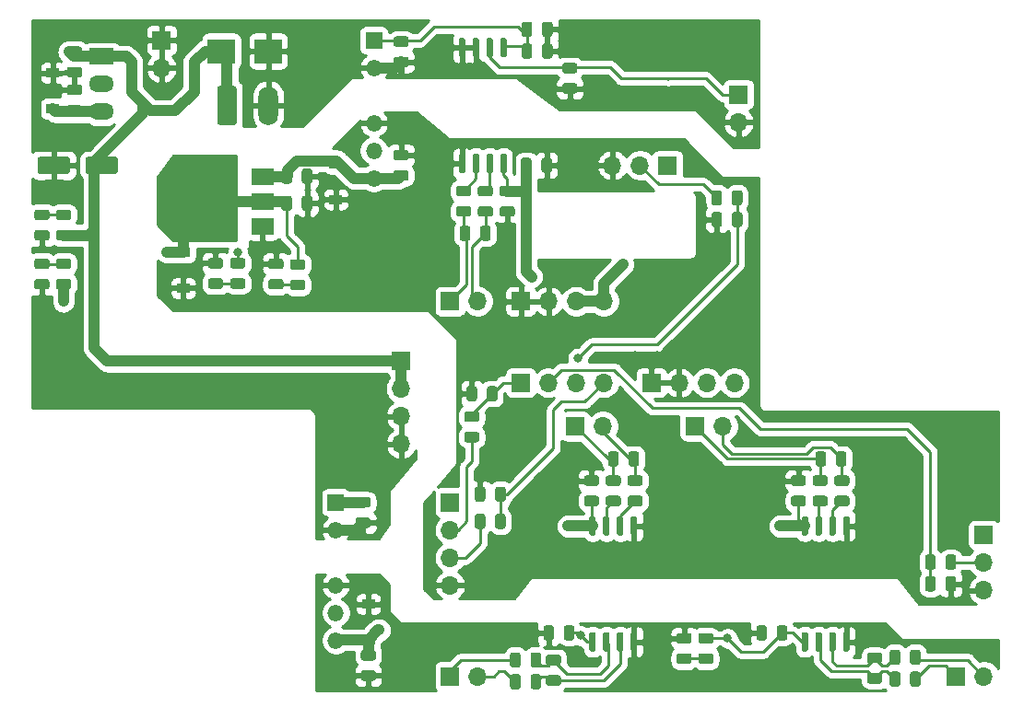
<source format=gtl>
%TF.GenerationSoftware,KiCad,Pcbnew,5.1.6-c6e7f7d~86~ubuntu20.04.1*%
%TF.CreationDate,2020-09-07T12:19:27+02:00*%
%TF.ProjectId,Measurment,4d656173-7572-46d6-956e-742e6b696361,rev?*%
%TF.SameCoordinates,Original*%
%TF.FileFunction,Copper,L1,Top*%
%TF.FilePolarity,Positive*%
%FSLAX46Y46*%
G04 Gerber Fmt 4.6, Leading zero omitted, Abs format (unit mm)*
G04 Created by KiCad (PCBNEW 5.1.6-c6e7f7d~86~ubuntu20.04.1) date 2020-09-07 12:19:27*
%MOMM*%
%LPD*%
G01*
G04 APERTURE LIST*
%TA.AperFunction,SMDPad,CuDef*%
%ADD10R,1.200000X0.900000*%
%TD*%
%TA.AperFunction,ComponentPad*%
%ADD11O,1.700000X1.700000*%
%TD*%
%TA.AperFunction,ComponentPad*%
%ADD12R,1.700000X1.700000*%
%TD*%
%TA.AperFunction,ComponentPad*%
%ADD13O,1.800000X3.600000*%
%TD*%
%TA.AperFunction,ComponentPad*%
%ADD14O,1.500000X1.500000*%
%TD*%
%TA.AperFunction,ComponentPad*%
%ADD15R,1.500000X1.500000*%
%TD*%
%TA.AperFunction,ComponentPad*%
%ADD16O,2.300000X1.500000*%
%TD*%
%TA.AperFunction,ComponentPad*%
%ADD17R,2.300000X1.500000*%
%TD*%
%TA.AperFunction,SMDPad,CuDef*%
%ADD18R,2.500000X2.300000*%
%TD*%
%TA.AperFunction,SMDPad,CuDef*%
%ADD19R,2.000000X1.500000*%
%TD*%
%TA.AperFunction,SMDPad,CuDef*%
%ADD20R,2.000000X3.800000*%
%TD*%
%TA.AperFunction,ViaPad*%
%ADD21C,0.800000*%
%TD*%
%TA.AperFunction,Conductor*%
%ADD22C,1.000000*%
%TD*%
%TA.AperFunction,Conductor*%
%ADD23C,0.250000*%
%TD*%
%TA.AperFunction,Conductor*%
%ADD24C,0.254000*%
%TD*%
G04 APERTURE END LIST*
%TO.P,U3,8*%
%TO.N,+3V3*%
%TA.AperFunction,SMDPad,CuDef*%
G36*
G01*
X103245000Y-89575000D02*
X102945000Y-89575000D01*
G75*
G02*
X102795000Y-89425000I0J150000D01*
G01*
X102795000Y-87925000D01*
G75*
G02*
X102945000Y-87775000I150000J0D01*
G01*
X103245000Y-87775000D01*
G75*
G02*
X103395000Y-87925000I0J-150000D01*
G01*
X103395000Y-89425000D01*
G75*
G02*
X103245000Y-89575000I-150000J0D01*
G01*
G37*
%TD.AperFunction*%
%TO.P,U3,7*%
%TO.N,Net-(R18-Pad2)*%
%TA.AperFunction,SMDPad,CuDef*%
G36*
G01*
X104515000Y-89575000D02*
X104215000Y-89575000D01*
G75*
G02*
X104065000Y-89425000I0J150000D01*
G01*
X104065000Y-87925000D01*
G75*
G02*
X104215000Y-87775000I150000J0D01*
G01*
X104515000Y-87775000D01*
G75*
G02*
X104665000Y-87925000I0J-150000D01*
G01*
X104665000Y-89425000D01*
G75*
G02*
X104515000Y-89575000I-150000J0D01*
G01*
G37*
%TD.AperFunction*%
%TO.P,U3,6*%
%TO.N,Net-(R19-Pad2)*%
%TA.AperFunction,SMDPad,CuDef*%
G36*
G01*
X105785000Y-89575000D02*
X105485000Y-89575000D01*
G75*
G02*
X105335000Y-89425000I0J150000D01*
G01*
X105335000Y-87925000D01*
G75*
G02*
X105485000Y-87775000I150000J0D01*
G01*
X105785000Y-87775000D01*
G75*
G02*
X105935000Y-87925000I0J-150000D01*
G01*
X105935000Y-89425000D01*
G75*
G02*
X105785000Y-89575000I-150000J0D01*
G01*
G37*
%TD.AperFunction*%
%TO.P,U3,5*%
%TO.N,GNDD*%
%TA.AperFunction,SMDPad,CuDef*%
G36*
G01*
X107055000Y-89575000D02*
X106755000Y-89575000D01*
G75*
G02*
X106605000Y-89425000I0J150000D01*
G01*
X106605000Y-87925000D01*
G75*
G02*
X106755000Y-87775000I150000J0D01*
G01*
X107055000Y-87775000D01*
G75*
G02*
X107205000Y-87925000I0J-150000D01*
G01*
X107205000Y-89425000D01*
G75*
G02*
X107055000Y-89575000I-150000J0D01*
G01*
G37*
%TD.AperFunction*%
%TO.P,U3,4*%
%TO.N,/N*%
%TA.AperFunction,SMDPad,CuDef*%
G36*
G01*
X107055000Y-100225000D02*
X106755000Y-100225000D01*
G75*
G02*
X106605000Y-100075000I0J150000D01*
G01*
X106605000Y-98575000D01*
G75*
G02*
X106755000Y-98425000I150000J0D01*
G01*
X107055000Y-98425000D01*
G75*
G02*
X107205000Y-98575000I0J-150000D01*
G01*
X107205000Y-100075000D01*
G75*
G02*
X107055000Y-100225000I-150000J0D01*
G01*
G37*
%TD.AperFunction*%
%TO.P,U3,3*%
%TO.N,Net-(C15-Pad2)*%
%TA.AperFunction,SMDPad,CuDef*%
G36*
G01*
X105785000Y-100225000D02*
X105485000Y-100225000D01*
G75*
G02*
X105335000Y-100075000I0J150000D01*
G01*
X105335000Y-98575000D01*
G75*
G02*
X105485000Y-98425000I150000J0D01*
G01*
X105785000Y-98425000D01*
G75*
G02*
X105935000Y-98575000I0J-150000D01*
G01*
X105935000Y-100075000D01*
G75*
G02*
X105785000Y-100225000I-150000J0D01*
G01*
G37*
%TD.AperFunction*%
%TO.P,U3,2*%
%TO.N,Net-(C15-Pad1)*%
%TA.AperFunction,SMDPad,CuDef*%
G36*
G01*
X104515000Y-100225000D02*
X104215000Y-100225000D01*
G75*
G02*
X104065000Y-100075000I0J150000D01*
G01*
X104065000Y-98575000D01*
G75*
G02*
X104215000Y-98425000I150000J0D01*
G01*
X104515000Y-98425000D01*
G75*
G02*
X104665000Y-98575000I0J-150000D01*
G01*
X104665000Y-100075000D01*
G75*
G02*
X104515000Y-100225000I-150000J0D01*
G01*
G37*
%TD.AperFunction*%
%TO.P,U3,1*%
%TO.N,+5P*%
%TA.AperFunction,SMDPad,CuDef*%
G36*
G01*
X103245000Y-100225000D02*
X102945000Y-100225000D01*
G75*
G02*
X102795000Y-100075000I0J150000D01*
G01*
X102795000Y-98575000D01*
G75*
G02*
X102945000Y-98425000I150000J0D01*
G01*
X103245000Y-98425000D01*
G75*
G02*
X103395000Y-98575000I0J-150000D01*
G01*
X103395000Y-100075000D01*
G75*
G02*
X103245000Y-100225000I-150000J0D01*
G01*
G37*
%TD.AperFunction*%
%TD*%
%TO.P,U2,8*%
%TO.N,+3V3*%
%TA.AperFunction,SMDPad,CuDef*%
G36*
G01*
X83745000Y-89575000D02*
X83445000Y-89575000D01*
G75*
G02*
X83295000Y-89425000I0J150000D01*
G01*
X83295000Y-87925000D01*
G75*
G02*
X83445000Y-87775000I150000J0D01*
G01*
X83745000Y-87775000D01*
G75*
G02*
X83895000Y-87925000I0J-150000D01*
G01*
X83895000Y-89425000D01*
G75*
G02*
X83745000Y-89575000I-150000J0D01*
G01*
G37*
%TD.AperFunction*%
%TO.P,U2,7*%
%TO.N,Net-(R16-Pad2)*%
%TA.AperFunction,SMDPad,CuDef*%
G36*
G01*
X85015000Y-89575000D02*
X84715000Y-89575000D01*
G75*
G02*
X84565000Y-89425000I0J150000D01*
G01*
X84565000Y-87925000D01*
G75*
G02*
X84715000Y-87775000I150000J0D01*
G01*
X85015000Y-87775000D01*
G75*
G02*
X85165000Y-87925000I0J-150000D01*
G01*
X85165000Y-89425000D01*
G75*
G02*
X85015000Y-89575000I-150000J0D01*
G01*
G37*
%TD.AperFunction*%
%TO.P,U2,6*%
%TO.N,Net-(R17-Pad2)*%
%TA.AperFunction,SMDPad,CuDef*%
G36*
G01*
X86285000Y-89575000D02*
X85985000Y-89575000D01*
G75*
G02*
X85835000Y-89425000I0J150000D01*
G01*
X85835000Y-87925000D01*
G75*
G02*
X85985000Y-87775000I150000J0D01*
G01*
X86285000Y-87775000D01*
G75*
G02*
X86435000Y-87925000I0J-150000D01*
G01*
X86435000Y-89425000D01*
G75*
G02*
X86285000Y-89575000I-150000J0D01*
G01*
G37*
%TD.AperFunction*%
%TO.P,U2,5*%
%TO.N,GNDD*%
%TA.AperFunction,SMDPad,CuDef*%
G36*
G01*
X87555000Y-89575000D02*
X87255000Y-89575000D01*
G75*
G02*
X87105000Y-89425000I0J150000D01*
G01*
X87105000Y-87925000D01*
G75*
G02*
X87255000Y-87775000I150000J0D01*
G01*
X87555000Y-87775000D01*
G75*
G02*
X87705000Y-87925000I0J-150000D01*
G01*
X87705000Y-89425000D01*
G75*
G02*
X87555000Y-89575000I-150000J0D01*
G01*
G37*
%TD.AperFunction*%
%TO.P,U2,4*%
%TO.N,/N*%
%TA.AperFunction,SMDPad,CuDef*%
G36*
G01*
X87555000Y-100225000D02*
X87255000Y-100225000D01*
G75*
G02*
X87105000Y-100075000I0J150000D01*
G01*
X87105000Y-98575000D01*
G75*
G02*
X87255000Y-98425000I150000J0D01*
G01*
X87555000Y-98425000D01*
G75*
G02*
X87705000Y-98575000I0J-150000D01*
G01*
X87705000Y-100075000D01*
G75*
G02*
X87555000Y-100225000I-150000J0D01*
G01*
G37*
%TD.AperFunction*%
%TO.P,U2,3*%
%TO.N,Net-(C14-Pad2)*%
%TA.AperFunction,SMDPad,CuDef*%
G36*
G01*
X86285000Y-100225000D02*
X85985000Y-100225000D01*
G75*
G02*
X85835000Y-100075000I0J150000D01*
G01*
X85835000Y-98575000D01*
G75*
G02*
X85985000Y-98425000I150000J0D01*
G01*
X86285000Y-98425000D01*
G75*
G02*
X86435000Y-98575000I0J-150000D01*
G01*
X86435000Y-100075000D01*
G75*
G02*
X86285000Y-100225000I-150000J0D01*
G01*
G37*
%TD.AperFunction*%
%TO.P,U2,2*%
%TO.N,Net-(C14-Pad1)*%
%TA.AperFunction,SMDPad,CuDef*%
G36*
G01*
X85015000Y-100225000D02*
X84715000Y-100225000D01*
G75*
G02*
X84565000Y-100075000I0J150000D01*
G01*
X84565000Y-98575000D01*
G75*
G02*
X84715000Y-98425000I150000J0D01*
G01*
X85015000Y-98425000D01*
G75*
G02*
X85165000Y-98575000I0J-150000D01*
G01*
X85165000Y-100075000D01*
G75*
G02*
X85015000Y-100225000I-150000J0D01*
G01*
G37*
%TD.AperFunction*%
%TO.P,U2,1*%
%TO.N,+5P*%
%TA.AperFunction,SMDPad,CuDef*%
G36*
G01*
X83745000Y-100225000D02*
X83445000Y-100225000D01*
G75*
G02*
X83295000Y-100075000I0J150000D01*
G01*
X83295000Y-98575000D01*
G75*
G02*
X83445000Y-98425000I150000J0D01*
G01*
X83745000Y-98425000D01*
G75*
G02*
X83895000Y-98575000I0J-150000D01*
G01*
X83895000Y-100075000D01*
G75*
G02*
X83745000Y-100225000I-150000J0D01*
G01*
G37*
%TD.AperFunction*%
%TD*%
%TO.P,U4,8*%
%TO.N,+3V3*%
%TA.AperFunction,SMDPad,CuDef*%
G36*
G01*
X75255000Y-54425000D02*
X75555000Y-54425000D01*
G75*
G02*
X75705000Y-54575000I0J-150000D01*
G01*
X75705000Y-56075000D01*
G75*
G02*
X75555000Y-56225000I-150000J0D01*
G01*
X75255000Y-56225000D01*
G75*
G02*
X75105000Y-56075000I0J150000D01*
G01*
X75105000Y-54575000D01*
G75*
G02*
X75255000Y-54425000I150000J0D01*
G01*
G37*
%TD.AperFunction*%
%TO.P,U4,7*%
%TO.N,Net-(R20-Pad2)*%
%TA.AperFunction,SMDPad,CuDef*%
G36*
G01*
X73985000Y-54425000D02*
X74285000Y-54425000D01*
G75*
G02*
X74435000Y-54575000I0J-150000D01*
G01*
X74435000Y-56075000D01*
G75*
G02*
X74285000Y-56225000I-150000J0D01*
G01*
X73985000Y-56225000D01*
G75*
G02*
X73835000Y-56075000I0J150000D01*
G01*
X73835000Y-54575000D01*
G75*
G02*
X73985000Y-54425000I150000J0D01*
G01*
G37*
%TD.AperFunction*%
%TO.P,U4,6*%
%TO.N,Net-(R21-Pad2)*%
%TA.AperFunction,SMDPad,CuDef*%
G36*
G01*
X72715000Y-54425000D02*
X73015000Y-54425000D01*
G75*
G02*
X73165000Y-54575000I0J-150000D01*
G01*
X73165000Y-56075000D01*
G75*
G02*
X73015000Y-56225000I-150000J0D01*
G01*
X72715000Y-56225000D01*
G75*
G02*
X72565000Y-56075000I0J150000D01*
G01*
X72565000Y-54575000D01*
G75*
G02*
X72715000Y-54425000I150000J0D01*
G01*
G37*
%TD.AperFunction*%
%TO.P,U4,5*%
%TO.N,GNDD*%
%TA.AperFunction,SMDPad,CuDef*%
G36*
G01*
X71445000Y-54425000D02*
X71745000Y-54425000D01*
G75*
G02*
X71895000Y-54575000I0J-150000D01*
G01*
X71895000Y-56075000D01*
G75*
G02*
X71745000Y-56225000I-150000J0D01*
G01*
X71445000Y-56225000D01*
G75*
G02*
X71295000Y-56075000I0J150000D01*
G01*
X71295000Y-54575000D01*
G75*
G02*
X71445000Y-54425000I150000J0D01*
G01*
G37*
%TD.AperFunction*%
%TO.P,U4,4*%
%TO.N,GNDREF*%
%TA.AperFunction,SMDPad,CuDef*%
G36*
G01*
X71445000Y-43775000D02*
X71745000Y-43775000D01*
G75*
G02*
X71895000Y-43925000I0J-150000D01*
G01*
X71895000Y-45425000D01*
G75*
G02*
X71745000Y-45575000I-150000J0D01*
G01*
X71445000Y-45575000D01*
G75*
G02*
X71295000Y-45425000I0J150000D01*
G01*
X71295000Y-43925000D01*
G75*
G02*
X71445000Y-43775000I150000J0D01*
G01*
G37*
%TD.AperFunction*%
%TO.P,U4,3*%
%TA.AperFunction,SMDPad,CuDef*%
G36*
G01*
X72715000Y-43775000D02*
X73015000Y-43775000D01*
G75*
G02*
X73165000Y-43925000I0J-150000D01*
G01*
X73165000Y-45425000D01*
G75*
G02*
X73015000Y-45575000I-150000J0D01*
G01*
X72715000Y-45575000D01*
G75*
G02*
X72565000Y-45425000I0J150000D01*
G01*
X72565000Y-43925000D01*
G75*
G02*
X72715000Y-43775000I150000J0D01*
G01*
G37*
%TD.AperFunction*%
%TO.P,U4,2*%
%TO.N,/VIHigh+*%
%TA.AperFunction,SMDPad,CuDef*%
G36*
G01*
X73985000Y-43775000D02*
X74285000Y-43775000D01*
G75*
G02*
X74435000Y-43925000I0J-150000D01*
G01*
X74435000Y-45425000D01*
G75*
G02*
X74285000Y-45575000I-150000J0D01*
G01*
X73985000Y-45575000D01*
G75*
G02*
X73835000Y-45425000I0J150000D01*
G01*
X73835000Y-43925000D01*
G75*
G02*
X73985000Y-43775000I150000J0D01*
G01*
G37*
%TD.AperFunction*%
%TO.P,U4,1*%
%TO.N,+5V*%
%TA.AperFunction,SMDPad,CuDef*%
G36*
G01*
X75255000Y-43775000D02*
X75555000Y-43775000D01*
G75*
G02*
X75705000Y-43925000I0J-150000D01*
G01*
X75705000Y-45425000D01*
G75*
G02*
X75555000Y-45575000I-150000J0D01*
G01*
X75255000Y-45575000D01*
G75*
G02*
X75105000Y-45425000I0J150000D01*
G01*
X75105000Y-43925000D01*
G75*
G02*
X75255000Y-43775000I150000J0D01*
G01*
G37*
%TD.AperFunction*%
%TD*%
D10*
%TO.P,D10,2*%
%TO.N,GNDD*%
X46000000Y-66800000D03*
%TO.P,D10,1*%
%TO.N,+3V3*%
X46000000Y-63500000D03*
%TD*%
%TO.P,D9,2*%
%TO.N,/N*%
X63000000Y-95850000D03*
%TO.P,D9,1*%
%TO.N,+5P*%
X63000000Y-99150000D03*
%TD*%
%TO.P,D8,2*%
%TO.N,GNDD*%
X60000000Y-58650000D03*
%TO.P,D8,1*%
%TO.N,+5VD*%
X60000000Y-55350000D03*
%TD*%
%TO.P,D7,2*%
%TO.N,GNDREF*%
X34000000Y-47000000D03*
%TO.P,D7,1*%
%TO.N,+5V*%
X34000000Y-50300000D03*
%TD*%
%TO.P,C23,2*%
%TO.N,GNDREF*%
%TA.AperFunction,SMDPad,CuDef*%
G36*
G01*
X35600000Y-54950000D02*
X35600000Y-56050000D01*
G75*
G02*
X35350000Y-56300000I-250000J0D01*
G01*
X32850000Y-56300000D01*
G75*
G02*
X32600000Y-56050000I0J250000D01*
G01*
X32600000Y-54950000D01*
G75*
G02*
X32850000Y-54700000I250000J0D01*
G01*
X35350000Y-54700000D01*
G75*
G02*
X35600000Y-54950000I0J-250000D01*
G01*
G37*
%TD.AperFunction*%
%TO.P,C23,1*%
%TO.N,+15V*%
%TA.AperFunction,SMDPad,CuDef*%
G36*
G01*
X40000000Y-54950000D02*
X40000000Y-56050000D01*
G75*
G02*
X39750000Y-56300000I-250000J0D01*
G01*
X37250000Y-56300000D01*
G75*
G02*
X37000000Y-56050000I0J250000D01*
G01*
X37000000Y-54950000D01*
G75*
G02*
X37250000Y-54700000I250000J0D01*
G01*
X39750000Y-54700000D01*
G75*
G02*
X40000000Y-54950000I0J-250000D01*
G01*
G37*
%TD.AperFunction*%
%TD*%
%TO.P,C22,2*%
%TO.N,GNDD*%
%TA.AperFunction,SMDPad,CuDef*%
G36*
G01*
X56887500Y-56956250D02*
X56887500Y-56043750D01*
G75*
G02*
X57131250Y-55800000I243750J0D01*
G01*
X57618750Y-55800000D01*
G75*
G02*
X57862500Y-56043750I0J-243750D01*
G01*
X57862500Y-56956250D01*
G75*
G02*
X57618750Y-57200000I-243750J0D01*
G01*
X57131250Y-57200000D01*
G75*
G02*
X56887500Y-56956250I0J243750D01*
G01*
G37*
%TD.AperFunction*%
%TO.P,C22,1*%
%TO.N,+5VD*%
%TA.AperFunction,SMDPad,CuDef*%
G36*
G01*
X55012500Y-56956250D02*
X55012500Y-56043750D01*
G75*
G02*
X55256250Y-55800000I243750J0D01*
G01*
X55743750Y-55800000D01*
G75*
G02*
X55987500Y-56043750I0J-243750D01*
G01*
X55987500Y-56956250D01*
G75*
G02*
X55743750Y-57200000I-243750J0D01*
G01*
X55256250Y-57200000D01*
G75*
G02*
X55012500Y-56956250I0J243750D01*
G01*
G37*
%TD.AperFunction*%
%TD*%
%TO.P,C21,2*%
%TO.N,GNDREF*%
%TA.AperFunction,SMDPad,CuDef*%
G36*
G01*
X62043750Y-87887500D02*
X62956250Y-87887500D01*
G75*
G02*
X63200000Y-88131250I0J-243750D01*
G01*
X63200000Y-88618750D01*
G75*
G02*
X62956250Y-88862500I-243750J0D01*
G01*
X62043750Y-88862500D01*
G75*
G02*
X61800000Y-88618750I0J243750D01*
G01*
X61800000Y-88131250D01*
G75*
G02*
X62043750Y-87887500I243750J0D01*
G01*
G37*
%TD.AperFunction*%
%TO.P,C21,1*%
%TO.N,+5V*%
%TA.AperFunction,SMDPad,CuDef*%
G36*
G01*
X62043750Y-86012500D02*
X62956250Y-86012500D01*
G75*
G02*
X63200000Y-86256250I0J-243750D01*
G01*
X63200000Y-86743750D01*
G75*
G02*
X62956250Y-86987500I-243750J0D01*
G01*
X62043750Y-86987500D01*
G75*
G02*
X61800000Y-86743750I0J243750D01*
G01*
X61800000Y-86256250D01*
G75*
G02*
X62043750Y-86012500I243750J0D01*
G01*
G37*
%TD.AperFunction*%
%TD*%
%TO.P,C20,2*%
%TO.N,GNDREF*%
%TA.AperFunction,SMDPad,CuDef*%
G36*
G01*
X65543750Y-45512500D02*
X66456250Y-45512500D01*
G75*
G02*
X66700000Y-45756250I0J-243750D01*
G01*
X66700000Y-46243750D01*
G75*
G02*
X66456250Y-46487500I-243750J0D01*
G01*
X65543750Y-46487500D01*
G75*
G02*
X65300000Y-46243750I0J243750D01*
G01*
X65300000Y-45756250D01*
G75*
G02*
X65543750Y-45512500I243750J0D01*
G01*
G37*
%TD.AperFunction*%
%TO.P,C20,1*%
%TO.N,+5V*%
%TA.AperFunction,SMDPad,CuDef*%
G36*
G01*
X65543750Y-43637500D02*
X66456250Y-43637500D01*
G75*
G02*
X66700000Y-43881250I0J-243750D01*
G01*
X66700000Y-44368750D01*
G75*
G02*
X66456250Y-44612500I-243750J0D01*
G01*
X65543750Y-44612500D01*
G75*
G02*
X65300000Y-44368750I0J243750D01*
G01*
X65300000Y-43881250D01*
G75*
G02*
X65543750Y-43637500I243750J0D01*
G01*
G37*
%TD.AperFunction*%
%TD*%
%TO.P,C19,2*%
%TO.N,/N*%
%TA.AperFunction,SMDPad,CuDef*%
G36*
G01*
X62543750Y-101950000D02*
X63456250Y-101950000D01*
G75*
G02*
X63700000Y-102193750I0J-243750D01*
G01*
X63700000Y-102681250D01*
G75*
G02*
X63456250Y-102925000I-243750J0D01*
G01*
X62543750Y-102925000D01*
G75*
G02*
X62300000Y-102681250I0J243750D01*
G01*
X62300000Y-102193750D01*
G75*
G02*
X62543750Y-101950000I243750J0D01*
G01*
G37*
%TD.AperFunction*%
%TO.P,C19,1*%
%TO.N,+5P*%
%TA.AperFunction,SMDPad,CuDef*%
G36*
G01*
X62543750Y-100075000D02*
X63456250Y-100075000D01*
G75*
G02*
X63700000Y-100318750I0J-243750D01*
G01*
X63700000Y-100806250D01*
G75*
G02*
X63456250Y-101050000I-243750J0D01*
G01*
X62543750Y-101050000D01*
G75*
G02*
X62300000Y-100806250I0J243750D01*
G01*
X62300000Y-100318750D01*
G75*
G02*
X62543750Y-100075000I243750J0D01*
G01*
G37*
%TD.AperFunction*%
%TD*%
%TO.P,C18,2*%
%TO.N,+3V3*%
%TA.AperFunction,SMDPad,CuDef*%
G36*
G01*
X77987500Y-55043750D02*
X77987500Y-55956250D01*
G75*
G02*
X77743750Y-56200000I-243750J0D01*
G01*
X77256250Y-56200000D01*
G75*
G02*
X77012500Y-55956250I0J243750D01*
G01*
X77012500Y-55043750D01*
G75*
G02*
X77256250Y-54800000I243750J0D01*
G01*
X77743750Y-54800000D01*
G75*
G02*
X77987500Y-55043750I0J-243750D01*
G01*
G37*
%TD.AperFunction*%
%TO.P,C18,1*%
%TO.N,GNDD*%
%TA.AperFunction,SMDPad,CuDef*%
G36*
G01*
X79862500Y-55043750D02*
X79862500Y-55956250D01*
G75*
G02*
X79618750Y-56200000I-243750J0D01*
G01*
X79131250Y-56200000D01*
G75*
G02*
X78887500Y-55956250I0J243750D01*
G01*
X78887500Y-55043750D01*
G75*
G02*
X79131250Y-54800000I243750J0D01*
G01*
X79618750Y-54800000D01*
G75*
G02*
X79862500Y-55043750I0J-243750D01*
G01*
G37*
%TD.AperFunction*%
%TD*%
%TO.P,C17,2*%
%TO.N,+5V*%
%TA.AperFunction,SMDPad,CuDef*%
G36*
G01*
X78050000Y-42543750D02*
X78050000Y-43456250D01*
G75*
G02*
X77806250Y-43700000I-243750J0D01*
G01*
X77318750Y-43700000D01*
G75*
G02*
X77075000Y-43456250I0J243750D01*
G01*
X77075000Y-42543750D01*
G75*
G02*
X77318750Y-42300000I243750J0D01*
G01*
X77806250Y-42300000D01*
G75*
G02*
X78050000Y-42543750I0J-243750D01*
G01*
G37*
%TD.AperFunction*%
%TO.P,C17,1*%
%TO.N,GNDREF*%
%TA.AperFunction,SMDPad,CuDef*%
G36*
G01*
X79925000Y-42543750D02*
X79925000Y-43456250D01*
G75*
G02*
X79681250Y-43700000I-243750J0D01*
G01*
X79193750Y-43700000D01*
G75*
G02*
X78950000Y-43456250I0J243750D01*
G01*
X78950000Y-42543750D01*
G75*
G02*
X79193750Y-42300000I243750J0D01*
G01*
X79681250Y-42300000D01*
G75*
G02*
X79925000Y-42543750I0J-243750D01*
G01*
G37*
%TD.AperFunction*%
%TD*%
D11*
%TO.P,J1,14*%
%TO.N,GNDD*%
X91540000Y-75500000D03*
D12*
X89000000Y-75500000D03*
D11*
%TO.P,J1,15*%
%TO.N,+5VD*%
X96620000Y-75500000D03*
X94080000Y-75500000D03*
D12*
%TO.P,J1,14*%
%TO.N,GNDD*%
X77000000Y-68000000D03*
D11*
%TO.P,J1,13*%
%TO.N,+5VD*%
X84620000Y-68000000D03*
%TO.P,J1,14*%
%TO.N,GNDD*%
X79540000Y-68000000D03*
%TO.P,J1,13*%
%TO.N,+5VD*%
X82080000Y-68000000D03*
%TO.P,J1,12*%
%TO.N,/VTh_ADC*%
X84620000Y-75500000D03*
%TO.P,J1,11*%
%TO.N,/IIHigh_ADC*%
X82080000Y-75500000D03*
D12*
%TO.P,J1,9*%
%TO.N,/IILow1_ADC*%
X77000000Y-75500000D03*
D11*
%TO.P,J1,10*%
%TO.N,/IILow2_ADC*%
X79540000Y-75500000D03*
%TO.P,J1,7*%
%TO.N,/VIHigh+_ADC*%
X73040000Y-68000000D03*
D12*
%TO.P,J1,8*%
%TO.N,/VIHigh-_ADC*%
X70500000Y-68000000D03*
%TO.P,J1,5*%
%TO.N,/VILow2+_ADC*%
X93000000Y-79500000D03*
D11*
%TO.P,J1,6*%
%TO.N,/VILow2_ADC*%
X95540000Y-79500000D03*
D12*
%TO.P,J1,3*%
%TO.N,/VILow1+_ADC*%
X82000000Y-79500000D03*
D11*
%TO.P,J1,4*%
%TO.N,/VILow1-_ADC*%
X84540000Y-79500000D03*
D12*
%TO.P,J1,1*%
%TO.N,+15V*%
X66000000Y-73500000D03*
D11*
%TO.P,J1,2*%
%TO.N,GNDREF*%
X66000000Y-78580000D03*
%TO.P,J1,1*%
%TO.N,+15V*%
X66000000Y-76040000D03*
%TO.P,J1,2*%
%TO.N,GNDREF*%
X66000000Y-81120000D03*
%TD*%
%TO.P,J2,20*%
%TO.N,GNDREF*%
X44000000Y-46540000D03*
D12*
X44000000Y-44000000D03*
D11*
%TO.P,J2,3*%
%TO.N,GNDD*%
X119500000Y-94580000D03*
%TO.P,J2,5*%
%TO.N,/IILow2*%
X119500000Y-92040000D03*
D12*
%TO.P,J2,4*%
%TO.N,+5VD*%
X119500000Y-89500000D03*
%TO.P,J2,12*%
%TO.N,/VILow1+*%
X70500000Y-102500000D03*
%TO.P,J2,14*%
%TO.N,/VILow2+*%
X117000000Y-102500000D03*
D11*
%TO.P,J2,13*%
%TO.N,/VILow1-*%
X73040000Y-102500000D03*
%TO.P,J2,15*%
%TO.N,/VILow2-*%
X119540000Y-102500000D03*
D12*
%TO.P,J2,4*%
%TO.N,+5VD*%
X70500000Y-86500000D03*
D11*
%TO.P,J2,2*%
%TO.N,/IILow1*%
X70500000Y-89040000D03*
%TO.P,J2,17*%
%TO.N,/VTh*%
X70500000Y-91580000D03*
%TO.P,J2,3*%
%TO.N,GNDD*%
X70500000Y-94120000D03*
D12*
%TO.P,J2,10*%
%TO.N,/VIHigh+*%
X97000000Y-49000000D03*
D11*
%TO.P,J2,11*%
%TO.N,GNDREF*%
X97000000Y-51540000D03*
%TO.P,J2,3*%
%TO.N,GNDD*%
X85420000Y-55500000D03*
D12*
%TO.P,J2,4*%
%TO.N,+5VD*%
X90500000Y-55500000D03*
D11*
%TO.P,J2,8*%
%TO.N,/IIHigh*%
X87960000Y-55500000D03*
%TD*%
%TO.P,C16,2*%
%TO.N,GNDREF*%
%TA.AperFunction,SMDPad,CuDef*%
G36*
G01*
X81043750Y-47950000D02*
X81956250Y-47950000D01*
G75*
G02*
X82200000Y-48193750I0J-243750D01*
G01*
X82200000Y-48681250D01*
G75*
G02*
X81956250Y-48925000I-243750J0D01*
G01*
X81043750Y-48925000D01*
G75*
G02*
X80800000Y-48681250I0J243750D01*
G01*
X80800000Y-48193750D01*
G75*
G02*
X81043750Y-47950000I243750J0D01*
G01*
G37*
%TD.AperFunction*%
%TO.P,C16,1*%
%TO.N,/VIHigh+*%
%TA.AperFunction,SMDPad,CuDef*%
G36*
G01*
X81043750Y-46075000D02*
X81956250Y-46075000D01*
G75*
G02*
X82200000Y-46318750I0J-243750D01*
G01*
X82200000Y-46806250D01*
G75*
G02*
X81956250Y-47050000I-243750J0D01*
G01*
X81043750Y-47050000D01*
G75*
G02*
X80800000Y-46806250I0J243750D01*
G01*
X80800000Y-46318750D01*
G75*
G02*
X81043750Y-46075000I243750J0D01*
G01*
G37*
%TD.AperFunction*%
%TD*%
%TO.P,C15,2*%
%TO.N,Net-(C15-Pad2)*%
%TA.AperFunction,SMDPad,CuDef*%
G36*
G01*
X109956250Y-101300000D02*
X109043750Y-101300000D01*
G75*
G02*
X108800000Y-101056250I0J243750D01*
G01*
X108800000Y-100568750D01*
G75*
G02*
X109043750Y-100325000I243750J0D01*
G01*
X109956250Y-100325000D01*
G75*
G02*
X110200000Y-100568750I0J-243750D01*
G01*
X110200000Y-101056250D01*
G75*
G02*
X109956250Y-101300000I-243750J0D01*
G01*
G37*
%TD.AperFunction*%
%TO.P,C15,1*%
%TO.N,Net-(C15-Pad1)*%
%TA.AperFunction,SMDPad,CuDef*%
G36*
G01*
X109956250Y-103175000D02*
X109043750Y-103175000D01*
G75*
G02*
X108800000Y-102931250I0J243750D01*
G01*
X108800000Y-102443750D01*
G75*
G02*
X109043750Y-102200000I243750J0D01*
G01*
X109956250Y-102200000D01*
G75*
G02*
X110200000Y-102443750I0J-243750D01*
G01*
X110200000Y-102931250D01*
G75*
G02*
X109956250Y-103175000I-243750J0D01*
G01*
G37*
%TD.AperFunction*%
%TD*%
%TO.P,C14,2*%
%TO.N,Net-(C14-Pad2)*%
%TA.AperFunction,SMDPad,CuDef*%
G36*
G01*
X79543750Y-102387500D02*
X80456250Y-102387500D01*
G75*
G02*
X80700000Y-102631250I0J-243750D01*
G01*
X80700000Y-103118750D01*
G75*
G02*
X80456250Y-103362500I-243750J0D01*
G01*
X79543750Y-103362500D01*
G75*
G02*
X79300000Y-103118750I0J243750D01*
G01*
X79300000Y-102631250D01*
G75*
G02*
X79543750Y-102387500I243750J0D01*
G01*
G37*
%TD.AperFunction*%
%TO.P,C14,1*%
%TO.N,Net-(C14-Pad1)*%
%TA.AperFunction,SMDPad,CuDef*%
G36*
G01*
X79543750Y-100512500D02*
X80456250Y-100512500D01*
G75*
G02*
X80700000Y-100756250I0J-243750D01*
G01*
X80700000Y-101243750D01*
G75*
G02*
X80456250Y-101487500I-243750J0D01*
G01*
X79543750Y-101487500D01*
G75*
G02*
X79300000Y-101243750I0J243750D01*
G01*
X79300000Y-100756250D01*
G75*
G02*
X79543750Y-100512500I243750J0D01*
G01*
G37*
%TD.AperFunction*%
%TD*%
%TO.P,C13,2*%
%TO.N,GNDREF*%
%TA.AperFunction,SMDPad,CuDef*%
G36*
G01*
X36456250Y-49050000D02*
X35543750Y-49050000D01*
G75*
G02*
X35300000Y-48806250I0J243750D01*
G01*
X35300000Y-48318750D01*
G75*
G02*
X35543750Y-48075000I243750J0D01*
G01*
X36456250Y-48075000D01*
G75*
G02*
X36700000Y-48318750I0J-243750D01*
G01*
X36700000Y-48806250D01*
G75*
G02*
X36456250Y-49050000I-243750J0D01*
G01*
G37*
%TD.AperFunction*%
%TO.P,C13,1*%
%TO.N,+5V*%
%TA.AperFunction,SMDPad,CuDef*%
G36*
G01*
X36456250Y-50925000D02*
X35543750Y-50925000D01*
G75*
G02*
X35300000Y-50681250I0J243750D01*
G01*
X35300000Y-50193750D01*
G75*
G02*
X35543750Y-49950000I243750J0D01*
G01*
X36456250Y-49950000D01*
G75*
G02*
X36700000Y-50193750I0J-243750D01*
G01*
X36700000Y-50681250D01*
G75*
G02*
X36456250Y-50925000I-243750J0D01*
G01*
G37*
%TD.AperFunction*%
%TD*%
%TO.P,C12,2*%
%TO.N,GNDREF*%
%TA.AperFunction,SMDPad,CuDef*%
G36*
G01*
X35543750Y-46450000D02*
X36456250Y-46450000D01*
G75*
G02*
X36700000Y-46693750I0J-243750D01*
G01*
X36700000Y-47181250D01*
G75*
G02*
X36456250Y-47425000I-243750J0D01*
G01*
X35543750Y-47425000D01*
G75*
G02*
X35300000Y-47181250I0J243750D01*
G01*
X35300000Y-46693750D01*
G75*
G02*
X35543750Y-46450000I243750J0D01*
G01*
G37*
%TD.AperFunction*%
%TO.P,C12,1*%
%TO.N,+15V*%
%TA.AperFunction,SMDPad,CuDef*%
G36*
G01*
X35543750Y-44575000D02*
X36456250Y-44575000D01*
G75*
G02*
X36700000Y-44818750I0J-243750D01*
G01*
X36700000Y-45306250D01*
G75*
G02*
X36456250Y-45550000I-243750J0D01*
G01*
X35543750Y-45550000D01*
G75*
G02*
X35300000Y-45306250I0J243750D01*
G01*
X35300000Y-44818750D01*
G75*
G02*
X35543750Y-44575000I243750J0D01*
G01*
G37*
%TD.AperFunction*%
%TD*%
%TO.P,C11,2*%
%TO.N,+5P*%
%TA.AperFunction,SMDPad,CuDef*%
G36*
G01*
X100512500Y-98956250D02*
X100512500Y-98043750D01*
G75*
G02*
X100756250Y-97800000I243750J0D01*
G01*
X101243750Y-97800000D01*
G75*
G02*
X101487500Y-98043750I0J-243750D01*
G01*
X101487500Y-98956250D01*
G75*
G02*
X101243750Y-99200000I-243750J0D01*
G01*
X100756250Y-99200000D01*
G75*
G02*
X100512500Y-98956250I0J243750D01*
G01*
G37*
%TD.AperFunction*%
%TO.P,C11,1*%
%TO.N,/N*%
%TA.AperFunction,SMDPad,CuDef*%
G36*
G01*
X98637500Y-98956250D02*
X98637500Y-98043750D01*
G75*
G02*
X98881250Y-97800000I243750J0D01*
G01*
X99368750Y-97800000D01*
G75*
G02*
X99612500Y-98043750I0J-243750D01*
G01*
X99612500Y-98956250D01*
G75*
G02*
X99368750Y-99200000I-243750J0D01*
G01*
X98881250Y-99200000D01*
G75*
G02*
X98637500Y-98956250I0J243750D01*
G01*
G37*
%TD.AperFunction*%
%TD*%
%TO.P,C10,2*%
%TO.N,+5V*%
%TA.AperFunction,SMDPad,CuDef*%
G36*
G01*
X78050000Y-44543750D02*
X78050000Y-45456250D01*
G75*
G02*
X77806250Y-45700000I-243750J0D01*
G01*
X77318750Y-45700000D01*
G75*
G02*
X77075000Y-45456250I0J243750D01*
G01*
X77075000Y-44543750D01*
G75*
G02*
X77318750Y-44300000I243750J0D01*
G01*
X77806250Y-44300000D01*
G75*
G02*
X78050000Y-44543750I0J-243750D01*
G01*
G37*
%TD.AperFunction*%
%TO.P,C10,1*%
%TO.N,GNDREF*%
%TA.AperFunction,SMDPad,CuDef*%
G36*
G01*
X79925000Y-44543750D02*
X79925000Y-45456250D01*
G75*
G02*
X79681250Y-45700000I-243750J0D01*
G01*
X79193750Y-45700000D01*
G75*
G02*
X78950000Y-45456250I0J243750D01*
G01*
X78950000Y-44543750D01*
G75*
G02*
X79193750Y-44300000I243750J0D01*
G01*
X79681250Y-44300000D01*
G75*
G02*
X79925000Y-44543750I0J-243750D01*
G01*
G37*
%TD.AperFunction*%
%TD*%
%TO.P,C9,2*%
%TO.N,+5P*%
%TA.AperFunction,SMDPad,CuDef*%
G36*
G01*
X80950000Y-98956250D02*
X80950000Y-98043750D01*
G75*
G02*
X81193750Y-97800000I243750J0D01*
G01*
X81681250Y-97800000D01*
G75*
G02*
X81925000Y-98043750I0J-243750D01*
G01*
X81925000Y-98956250D01*
G75*
G02*
X81681250Y-99200000I-243750J0D01*
G01*
X81193750Y-99200000D01*
G75*
G02*
X80950000Y-98956250I0J243750D01*
G01*
G37*
%TD.AperFunction*%
%TO.P,C9,1*%
%TO.N,/N*%
%TA.AperFunction,SMDPad,CuDef*%
G36*
G01*
X79075000Y-98956250D02*
X79075000Y-98043750D01*
G75*
G02*
X79318750Y-97800000I243750J0D01*
G01*
X79806250Y-97800000D01*
G75*
G02*
X80050000Y-98043750I0J-243750D01*
G01*
X80050000Y-98956250D01*
G75*
G02*
X79806250Y-99200000I-243750J0D01*
G01*
X79318750Y-99200000D01*
G75*
G02*
X79075000Y-98956250I0J243750D01*
G01*
G37*
%TD.AperFunction*%
%TD*%
%TO.P,C8,2*%
%TO.N,GNDD*%
%TA.AperFunction,SMDPad,CuDef*%
G36*
G01*
X56887500Y-59456250D02*
X56887500Y-58543750D01*
G75*
G02*
X57131250Y-58300000I243750J0D01*
G01*
X57618750Y-58300000D01*
G75*
G02*
X57862500Y-58543750I0J-243750D01*
G01*
X57862500Y-59456250D01*
G75*
G02*
X57618750Y-59700000I-243750J0D01*
G01*
X57131250Y-59700000D01*
G75*
G02*
X56887500Y-59456250I0J243750D01*
G01*
G37*
%TD.AperFunction*%
%TO.P,C8,1*%
%TO.N,+3V3*%
%TA.AperFunction,SMDPad,CuDef*%
G36*
G01*
X55012500Y-59456250D02*
X55012500Y-58543750D01*
G75*
G02*
X55256250Y-58300000I243750J0D01*
G01*
X55743750Y-58300000D01*
G75*
G02*
X55987500Y-58543750I0J-243750D01*
G01*
X55987500Y-59456250D01*
G75*
G02*
X55743750Y-59700000I-243750J0D01*
G01*
X55256250Y-59700000D01*
G75*
G02*
X55012500Y-59456250I0J243750D01*
G01*
G37*
%TD.AperFunction*%
%TD*%
%TO.P,C7,2*%
%TO.N,GNDD*%
%TA.AperFunction,SMDPad,CuDef*%
G36*
G01*
X66456250Y-55050000D02*
X65543750Y-55050000D01*
G75*
G02*
X65300000Y-54806250I0J243750D01*
G01*
X65300000Y-54318750D01*
G75*
G02*
X65543750Y-54075000I243750J0D01*
G01*
X66456250Y-54075000D01*
G75*
G02*
X66700000Y-54318750I0J-243750D01*
G01*
X66700000Y-54806250D01*
G75*
G02*
X66456250Y-55050000I-243750J0D01*
G01*
G37*
%TD.AperFunction*%
%TO.P,C7,1*%
%TO.N,+5VD*%
%TA.AperFunction,SMDPad,CuDef*%
G36*
G01*
X66456250Y-56925000D02*
X65543750Y-56925000D01*
G75*
G02*
X65300000Y-56681250I0J243750D01*
G01*
X65300000Y-56193750D01*
G75*
G02*
X65543750Y-55950000I243750J0D01*
G01*
X66456250Y-55950000D01*
G75*
G02*
X66700000Y-56193750I0J-243750D01*
G01*
X66700000Y-56681250D01*
G75*
G02*
X66456250Y-56925000I-243750J0D01*
G01*
G37*
%TD.AperFunction*%
%TD*%
%TO.P,C6,2*%
%TO.N,/VIHigh-_ADC*%
%TA.AperFunction,SMDPad,CuDef*%
G36*
G01*
X72362500Y-61293750D02*
X72362500Y-62206250D01*
G75*
G02*
X72118750Y-62450000I-243750J0D01*
G01*
X71631250Y-62450000D01*
G75*
G02*
X71387500Y-62206250I0J243750D01*
G01*
X71387500Y-61293750D01*
G75*
G02*
X71631250Y-61050000I243750J0D01*
G01*
X72118750Y-61050000D01*
G75*
G02*
X72362500Y-61293750I0J-243750D01*
G01*
G37*
%TD.AperFunction*%
%TO.P,C6,1*%
%TO.N,/VIHigh+_ADC*%
%TA.AperFunction,SMDPad,CuDef*%
G36*
G01*
X74237500Y-61293750D02*
X74237500Y-62206250D01*
G75*
G02*
X73993750Y-62450000I-243750J0D01*
G01*
X73506250Y-62450000D01*
G75*
G02*
X73262500Y-62206250I0J243750D01*
G01*
X73262500Y-61293750D01*
G75*
G02*
X73506250Y-61050000I243750J0D01*
G01*
X73993750Y-61050000D01*
G75*
G02*
X74237500Y-61293750I0J-243750D01*
G01*
G37*
%TD.AperFunction*%
%TD*%
%TO.P,C5,2*%
%TO.N,/VILow2_ADC*%
%TA.AperFunction,SMDPad,CuDef*%
G36*
G01*
X105950000Y-82956250D02*
X105950000Y-82043750D01*
G75*
G02*
X106193750Y-81800000I243750J0D01*
G01*
X106681250Y-81800000D01*
G75*
G02*
X106925000Y-82043750I0J-243750D01*
G01*
X106925000Y-82956250D01*
G75*
G02*
X106681250Y-83200000I-243750J0D01*
G01*
X106193750Y-83200000D01*
G75*
G02*
X105950000Y-82956250I0J243750D01*
G01*
G37*
%TD.AperFunction*%
%TO.P,C5,1*%
%TO.N,/VILow2+_ADC*%
%TA.AperFunction,SMDPad,CuDef*%
G36*
G01*
X104075000Y-82956250D02*
X104075000Y-82043750D01*
G75*
G02*
X104318750Y-81800000I243750J0D01*
G01*
X104806250Y-81800000D01*
G75*
G02*
X105050000Y-82043750I0J-243750D01*
G01*
X105050000Y-82956250D01*
G75*
G02*
X104806250Y-83200000I-243750J0D01*
G01*
X104318750Y-83200000D01*
G75*
G02*
X104075000Y-82956250I0J243750D01*
G01*
G37*
%TD.AperFunction*%
%TD*%
%TO.P,C4,2*%
%TO.N,/VILow1-_ADC*%
%TA.AperFunction,SMDPad,CuDef*%
G36*
G01*
X86887500Y-82956250D02*
X86887500Y-82043750D01*
G75*
G02*
X87131250Y-81800000I243750J0D01*
G01*
X87618750Y-81800000D01*
G75*
G02*
X87862500Y-82043750I0J-243750D01*
G01*
X87862500Y-82956250D01*
G75*
G02*
X87618750Y-83200000I-243750J0D01*
G01*
X87131250Y-83200000D01*
G75*
G02*
X86887500Y-82956250I0J243750D01*
G01*
G37*
%TD.AperFunction*%
%TO.P,C4,1*%
%TO.N,/VILow1+_ADC*%
%TA.AperFunction,SMDPad,CuDef*%
G36*
G01*
X85012500Y-82956250D02*
X85012500Y-82043750D01*
G75*
G02*
X85256250Y-81800000I243750J0D01*
G01*
X85743750Y-81800000D01*
G75*
G02*
X85987500Y-82043750I0J-243750D01*
G01*
X85987500Y-82956250D01*
G75*
G02*
X85743750Y-83200000I-243750J0D01*
G01*
X85256250Y-83200000D01*
G75*
G02*
X85012500Y-82956250I0J243750D01*
G01*
G37*
%TD.AperFunction*%
%TD*%
%TO.P,C3,2*%
%TO.N,GNDD*%
%TA.AperFunction,SMDPad,CuDef*%
G36*
G01*
X75293750Y-59262500D02*
X76206250Y-59262500D01*
G75*
G02*
X76450000Y-59506250I0J-243750D01*
G01*
X76450000Y-59993750D01*
G75*
G02*
X76206250Y-60237500I-243750J0D01*
G01*
X75293750Y-60237500D01*
G75*
G02*
X75050000Y-59993750I0J243750D01*
G01*
X75050000Y-59506250D01*
G75*
G02*
X75293750Y-59262500I243750J0D01*
G01*
G37*
%TD.AperFunction*%
%TO.P,C3,1*%
%TO.N,+3V3*%
%TA.AperFunction,SMDPad,CuDef*%
G36*
G01*
X75293750Y-57387500D02*
X76206250Y-57387500D01*
G75*
G02*
X76450000Y-57631250I0J-243750D01*
G01*
X76450000Y-58118750D01*
G75*
G02*
X76206250Y-58362500I-243750J0D01*
G01*
X75293750Y-58362500D01*
G75*
G02*
X75050000Y-58118750I0J243750D01*
G01*
X75050000Y-57631250D01*
G75*
G02*
X75293750Y-57387500I243750J0D01*
G01*
G37*
%TD.AperFunction*%
%TD*%
%TO.P,C2,2*%
%TO.N,GNDD*%
%TA.AperFunction,SMDPad,CuDef*%
G36*
G01*
X102956250Y-84987500D02*
X102043750Y-84987500D01*
G75*
G02*
X101800000Y-84743750I0J243750D01*
G01*
X101800000Y-84256250D01*
G75*
G02*
X102043750Y-84012500I243750J0D01*
G01*
X102956250Y-84012500D01*
G75*
G02*
X103200000Y-84256250I0J-243750D01*
G01*
X103200000Y-84743750D01*
G75*
G02*
X102956250Y-84987500I-243750J0D01*
G01*
G37*
%TD.AperFunction*%
%TO.P,C2,1*%
%TO.N,+3V3*%
%TA.AperFunction,SMDPad,CuDef*%
G36*
G01*
X102956250Y-86862500D02*
X102043750Y-86862500D01*
G75*
G02*
X101800000Y-86618750I0J243750D01*
G01*
X101800000Y-86131250D01*
G75*
G02*
X102043750Y-85887500I243750J0D01*
G01*
X102956250Y-85887500D01*
G75*
G02*
X103200000Y-86131250I0J-243750D01*
G01*
X103200000Y-86618750D01*
G75*
G02*
X102956250Y-86862500I-243750J0D01*
G01*
G37*
%TD.AperFunction*%
%TD*%
%TO.P,C1,2*%
%TO.N,GNDD*%
%TA.AperFunction,SMDPad,CuDef*%
G36*
G01*
X83956250Y-84987500D02*
X83043750Y-84987500D01*
G75*
G02*
X82800000Y-84743750I0J243750D01*
G01*
X82800000Y-84256250D01*
G75*
G02*
X83043750Y-84012500I243750J0D01*
G01*
X83956250Y-84012500D01*
G75*
G02*
X84200000Y-84256250I0J-243750D01*
G01*
X84200000Y-84743750D01*
G75*
G02*
X83956250Y-84987500I-243750J0D01*
G01*
G37*
%TD.AperFunction*%
%TO.P,C1,1*%
%TO.N,+3V3*%
%TA.AperFunction,SMDPad,CuDef*%
G36*
G01*
X83956250Y-86862500D02*
X83043750Y-86862500D01*
G75*
G02*
X82800000Y-86618750I0J243750D01*
G01*
X82800000Y-86131250D01*
G75*
G02*
X83043750Y-85887500I243750J0D01*
G01*
X83956250Y-85887500D01*
G75*
G02*
X84200000Y-86131250I0J-243750D01*
G01*
X84200000Y-86618750D01*
G75*
G02*
X83956250Y-86862500I-243750J0D01*
G01*
G37*
%TD.AperFunction*%
%TD*%
D13*
%TO.P,J3,2*%
%TO.N,GNDREF*%
X53810000Y-50000000D03*
%TO.P,J3,1*%
%TO.N,+15V*%
%TA.AperFunction,ComponentPad*%
G36*
G01*
X49100000Y-51550000D02*
X49100000Y-48450000D01*
G75*
G02*
X49350000Y-48200000I250000J0D01*
G01*
X50650000Y-48200000D01*
G75*
G02*
X50900000Y-48450000I0J-250000D01*
G01*
X50900000Y-51550000D01*
G75*
G02*
X50650000Y-51800000I-250000J0D01*
G01*
X49350000Y-51800000D01*
G75*
G02*
X49100000Y-51550000I0J250000D01*
G01*
G37*
%TD.AperFunction*%
%TD*%
%TO.P,D6,2*%
%TO.N,Net-(D6-Pad2)*%
%TA.AperFunction,SMDPad,CuDef*%
G36*
G01*
X54043750Y-65950000D02*
X54956250Y-65950000D01*
G75*
G02*
X55200000Y-66193750I0J-243750D01*
G01*
X55200000Y-66681250D01*
G75*
G02*
X54956250Y-66925000I-243750J0D01*
G01*
X54043750Y-66925000D01*
G75*
G02*
X53800000Y-66681250I0J243750D01*
G01*
X53800000Y-66193750D01*
G75*
G02*
X54043750Y-65950000I243750J0D01*
G01*
G37*
%TD.AperFunction*%
%TO.P,D6,1*%
%TO.N,GNDD*%
%TA.AperFunction,SMDPad,CuDef*%
G36*
G01*
X54043750Y-64075000D02*
X54956250Y-64075000D01*
G75*
G02*
X55200000Y-64318750I0J-243750D01*
G01*
X55200000Y-64806250D01*
G75*
G02*
X54956250Y-65050000I-243750J0D01*
G01*
X54043750Y-65050000D01*
G75*
G02*
X53800000Y-64806250I0J243750D01*
G01*
X53800000Y-64318750D01*
G75*
G02*
X54043750Y-64075000I243750J0D01*
G01*
G37*
%TD.AperFunction*%
%TD*%
%TO.P,D5,2*%
%TO.N,Net-(D5-Pad2)*%
%TA.AperFunction,SMDPad,CuDef*%
G36*
G01*
X48503750Y-65900000D02*
X49416250Y-65900000D01*
G75*
G02*
X49660000Y-66143750I0J-243750D01*
G01*
X49660000Y-66631250D01*
G75*
G02*
X49416250Y-66875000I-243750J0D01*
G01*
X48503750Y-66875000D01*
G75*
G02*
X48260000Y-66631250I0J243750D01*
G01*
X48260000Y-66143750D01*
G75*
G02*
X48503750Y-65900000I243750J0D01*
G01*
G37*
%TD.AperFunction*%
%TO.P,D5,1*%
%TO.N,GNDD*%
%TA.AperFunction,SMDPad,CuDef*%
G36*
G01*
X48503750Y-64025000D02*
X49416250Y-64025000D01*
G75*
G02*
X49660000Y-64268750I0J-243750D01*
G01*
X49660000Y-64756250D01*
G75*
G02*
X49416250Y-65000000I-243750J0D01*
G01*
X48503750Y-65000000D01*
G75*
G02*
X48260000Y-64756250I0J243750D01*
G01*
X48260000Y-64268750D01*
G75*
G02*
X48503750Y-64025000I243750J0D01*
G01*
G37*
%TD.AperFunction*%
%TD*%
%TO.P,D4,2*%
%TO.N,Net-(D4-Pad2)*%
%TA.AperFunction,SMDPad,CuDef*%
G36*
G01*
X91543750Y-100387500D02*
X92456250Y-100387500D01*
G75*
G02*
X92700000Y-100631250I0J-243750D01*
G01*
X92700000Y-101118750D01*
G75*
G02*
X92456250Y-101362500I-243750J0D01*
G01*
X91543750Y-101362500D01*
G75*
G02*
X91300000Y-101118750I0J243750D01*
G01*
X91300000Y-100631250D01*
G75*
G02*
X91543750Y-100387500I243750J0D01*
G01*
G37*
%TD.AperFunction*%
%TO.P,D4,1*%
%TO.N,/N*%
%TA.AperFunction,SMDPad,CuDef*%
G36*
G01*
X91543750Y-98512500D02*
X92456250Y-98512500D01*
G75*
G02*
X92700000Y-98756250I0J-243750D01*
G01*
X92700000Y-99243750D01*
G75*
G02*
X92456250Y-99487500I-243750J0D01*
G01*
X91543750Y-99487500D01*
G75*
G02*
X91300000Y-99243750I0J243750D01*
G01*
X91300000Y-98756250D01*
G75*
G02*
X91543750Y-98512500I243750J0D01*
G01*
G37*
%TD.AperFunction*%
%TD*%
%TO.P,D3,2*%
%TO.N,Net-(D3-Pad2)*%
%TA.AperFunction,SMDPad,CuDef*%
G36*
G01*
X33456250Y-65050000D02*
X32543750Y-65050000D01*
G75*
G02*
X32300000Y-64806250I0J243750D01*
G01*
X32300000Y-64318750D01*
G75*
G02*
X32543750Y-64075000I243750J0D01*
G01*
X33456250Y-64075000D01*
G75*
G02*
X33700000Y-64318750I0J-243750D01*
G01*
X33700000Y-64806250D01*
G75*
G02*
X33456250Y-65050000I-243750J0D01*
G01*
G37*
%TD.AperFunction*%
%TO.P,D3,1*%
%TO.N,GNDREF*%
%TA.AperFunction,SMDPad,CuDef*%
G36*
G01*
X33456250Y-66925000D02*
X32543750Y-66925000D01*
G75*
G02*
X32300000Y-66681250I0J243750D01*
G01*
X32300000Y-66193750D01*
G75*
G02*
X32543750Y-65950000I243750J0D01*
G01*
X33456250Y-65950000D01*
G75*
G02*
X33700000Y-66193750I0J-243750D01*
G01*
X33700000Y-66681250D01*
G75*
G02*
X33456250Y-66925000I-243750J0D01*
G01*
G37*
%TD.AperFunction*%
%TD*%
%TO.P,D2,2*%
%TO.N,Net-(D2-Pad2)*%
%TA.AperFunction,SMDPad,CuDef*%
G36*
G01*
X33456250Y-60550000D02*
X32543750Y-60550000D01*
G75*
G02*
X32300000Y-60306250I0J243750D01*
G01*
X32300000Y-59818750D01*
G75*
G02*
X32543750Y-59575000I243750J0D01*
G01*
X33456250Y-59575000D01*
G75*
G02*
X33700000Y-59818750I0J-243750D01*
G01*
X33700000Y-60306250D01*
G75*
G02*
X33456250Y-60550000I-243750J0D01*
G01*
G37*
%TD.AperFunction*%
%TO.P,D2,1*%
%TO.N,GNDREF*%
%TA.AperFunction,SMDPad,CuDef*%
G36*
G01*
X33456250Y-62425000D02*
X32543750Y-62425000D01*
G75*
G02*
X32300000Y-62181250I0J243750D01*
G01*
X32300000Y-61693750D01*
G75*
G02*
X32543750Y-61450000I243750J0D01*
G01*
X33456250Y-61450000D01*
G75*
G02*
X33700000Y-61693750I0J-243750D01*
G01*
X33700000Y-62181250D01*
G75*
G02*
X33456250Y-62425000I-243750J0D01*
G01*
G37*
%TD.AperFunction*%
%TD*%
%TO.P,R37,2*%
%TO.N,Net-(D6-Pad2)*%
%TA.AperFunction,SMDPad,CuDef*%
G36*
G01*
X56043750Y-66012500D02*
X56956250Y-66012500D01*
G75*
G02*
X57200000Y-66256250I0J-243750D01*
G01*
X57200000Y-66743750D01*
G75*
G02*
X56956250Y-66987500I-243750J0D01*
G01*
X56043750Y-66987500D01*
G75*
G02*
X55800000Y-66743750I0J243750D01*
G01*
X55800000Y-66256250D01*
G75*
G02*
X56043750Y-66012500I243750J0D01*
G01*
G37*
%TD.AperFunction*%
%TO.P,R37,1*%
%TO.N,+3V3*%
%TA.AperFunction,SMDPad,CuDef*%
G36*
G01*
X56043750Y-64137500D02*
X56956250Y-64137500D01*
G75*
G02*
X57200000Y-64381250I0J-243750D01*
G01*
X57200000Y-64868750D01*
G75*
G02*
X56956250Y-65112500I-243750J0D01*
G01*
X56043750Y-65112500D01*
G75*
G02*
X55800000Y-64868750I0J243750D01*
G01*
X55800000Y-64381250D01*
G75*
G02*
X56043750Y-64137500I243750J0D01*
G01*
G37*
%TD.AperFunction*%
%TD*%
%TO.P,R36,2*%
%TO.N,Net-(D5-Pad2)*%
%TA.AperFunction,SMDPad,CuDef*%
G36*
G01*
X50543750Y-65887500D02*
X51456250Y-65887500D01*
G75*
G02*
X51700000Y-66131250I0J-243750D01*
G01*
X51700000Y-66618750D01*
G75*
G02*
X51456250Y-66862500I-243750J0D01*
G01*
X50543750Y-66862500D01*
G75*
G02*
X50300000Y-66618750I0J243750D01*
G01*
X50300000Y-66131250D01*
G75*
G02*
X50543750Y-65887500I243750J0D01*
G01*
G37*
%TD.AperFunction*%
%TO.P,R36,1*%
%TO.N,+5VD*%
%TA.AperFunction,SMDPad,CuDef*%
G36*
G01*
X50543750Y-64012500D02*
X51456250Y-64012500D01*
G75*
G02*
X51700000Y-64256250I0J-243750D01*
G01*
X51700000Y-64743750D01*
G75*
G02*
X51456250Y-64987500I-243750J0D01*
G01*
X50543750Y-64987500D01*
G75*
G02*
X50300000Y-64743750I0J243750D01*
G01*
X50300000Y-64256250D01*
G75*
G02*
X50543750Y-64012500I243750J0D01*
G01*
G37*
%TD.AperFunction*%
%TD*%
%TO.P,R35,2*%
%TO.N,Net-(D4-Pad2)*%
%TA.AperFunction,SMDPad,CuDef*%
G36*
G01*
X93543750Y-100387500D02*
X94456250Y-100387500D01*
G75*
G02*
X94700000Y-100631250I0J-243750D01*
G01*
X94700000Y-101118750D01*
G75*
G02*
X94456250Y-101362500I-243750J0D01*
G01*
X93543750Y-101362500D01*
G75*
G02*
X93300000Y-101118750I0J243750D01*
G01*
X93300000Y-100631250D01*
G75*
G02*
X93543750Y-100387500I243750J0D01*
G01*
G37*
%TD.AperFunction*%
%TO.P,R35,1*%
%TO.N,+5P*%
%TA.AperFunction,SMDPad,CuDef*%
G36*
G01*
X93543750Y-98512500D02*
X94456250Y-98512500D01*
G75*
G02*
X94700000Y-98756250I0J-243750D01*
G01*
X94700000Y-99243750D01*
G75*
G02*
X94456250Y-99487500I-243750J0D01*
G01*
X93543750Y-99487500D01*
G75*
G02*
X93300000Y-99243750I0J243750D01*
G01*
X93300000Y-98756250D01*
G75*
G02*
X93543750Y-98512500I243750J0D01*
G01*
G37*
%TD.AperFunction*%
%TD*%
%TO.P,R34,2*%
%TO.N,Net-(D3-Pad2)*%
%TA.AperFunction,SMDPad,CuDef*%
G36*
G01*
X35456250Y-65050000D02*
X34543750Y-65050000D01*
G75*
G02*
X34300000Y-64806250I0J243750D01*
G01*
X34300000Y-64318750D01*
G75*
G02*
X34543750Y-64075000I243750J0D01*
G01*
X35456250Y-64075000D01*
G75*
G02*
X35700000Y-64318750I0J-243750D01*
G01*
X35700000Y-64806250D01*
G75*
G02*
X35456250Y-65050000I-243750J0D01*
G01*
G37*
%TD.AperFunction*%
%TO.P,R34,1*%
%TO.N,+5V*%
%TA.AperFunction,SMDPad,CuDef*%
G36*
G01*
X35456250Y-66925000D02*
X34543750Y-66925000D01*
G75*
G02*
X34300000Y-66681250I0J243750D01*
G01*
X34300000Y-66193750D01*
G75*
G02*
X34543750Y-65950000I243750J0D01*
G01*
X35456250Y-65950000D01*
G75*
G02*
X35700000Y-66193750I0J-243750D01*
G01*
X35700000Y-66681250D01*
G75*
G02*
X35456250Y-66925000I-243750J0D01*
G01*
G37*
%TD.AperFunction*%
%TD*%
%TO.P,R33,2*%
%TO.N,Net-(D2-Pad2)*%
%TA.AperFunction,SMDPad,CuDef*%
G36*
G01*
X35456250Y-60550000D02*
X34543750Y-60550000D01*
G75*
G02*
X34300000Y-60306250I0J243750D01*
G01*
X34300000Y-59818750D01*
G75*
G02*
X34543750Y-59575000I243750J0D01*
G01*
X35456250Y-59575000D01*
G75*
G02*
X35700000Y-59818750I0J-243750D01*
G01*
X35700000Y-60306250D01*
G75*
G02*
X35456250Y-60550000I-243750J0D01*
G01*
G37*
%TD.AperFunction*%
%TO.P,R33,1*%
%TO.N,+15V*%
%TA.AperFunction,SMDPad,CuDef*%
G36*
G01*
X35456250Y-62425000D02*
X34543750Y-62425000D01*
G75*
G02*
X34300000Y-62181250I0J243750D01*
G01*
X34300000Y-61693750D01*
G75*
G02*
X34543750Y-61450000I243750J0D01*
G01*
X35456250Y-61450000D01*
G75*
G02*
X35700000Y-61693750I0J-243750D01*
G01*
X35700000Y-62181250D01*
G75*
G02*
X35456250Y-62425000I-243750J0D01*
G01*
G37*
%TD.AperFunction*%
%TD*%
D14*
%TO.P,U7,6*%
%TO.N,+5VD*%
X63500000Y-56700000D03*
%TO.P,U7,5*%
%TO.N,Net-(U7-Pad5)*%
X63500000Y-54160000D03*
%TO.P,U7,4*%
%TO.N,GNDD*%
X63500000Y-51620000D03*
%TO.P,U7,2*%
%TO.N,GNDREF*%
X63500000Y-46540000D03*
D15*
%TO.P,U7,1*%
%TO.N,+5V*%
X63500000Y-44000000D03*
%TD*%
D14*
%TO.P,U1,6*%
%TO.N,+5P*%
X60000000Y-99200000D03*
%TO.P,U1,5*%
%TO.N,Net-(U1-Pad5)*%
X60000000Y-96660000D03*
%TO.P,U1,4*%
%TO.N,/N*%
X60000000Y-94120000D03*
%TO.P,U1,2*%
%TO.N,GNDREF*%
X60000000Y-89040000D03*
D15*
%TO.P,U1,1*%
%TO.N,+5V*%
X60000000Y-86500000D03*
%TD*%
D16*
%TO.P,U5,3*%
%TO.N,+5V*%
X38500000Y-50580000D03*
%TO.P,U5,2*%
%TO.N,GNDREF*%
X38500000Y-48040000D03*
D17*
%TO.P,U5,1*%
%TO.N,+15V*%
X38500000Y-45500000D03*
%TD*%
D18*
%TO.P,D1,2*%
%TO.N,+15V*%
X49500000Y-45000000D03*
%TO.P,D1,1*%
%TO.N,GNDREF*%
X53800000Y-45000000D03*
%TD*%
%TO.P,R30,2*%
%TO.N,/VILow2-*%
%TA.AperFunction,SMDPad,CuDef*%
G36*
G01*
X112762500Y-101206250D02*
X112762500Y-100293750D01*
G75*
G02*
X113006250Y-100050000I243750J0D01*
G01*
X113493750Y-100050000D01*
G75*
G02*
X113737500Y-100293750I0J-243750D01*
G01*
X113737500Y-101206250D01*
G75*
G02*
X113493750Y-101450000I-243750J0D01*
G01*
X113006250Y-101450000D01*
G75*
G02*
X112762500Y-101206250I0J243750D01*
G01*
G37*
%TD.AperFunction*%
%TO.P,R30,1*%
%TO.N,Net-(C15-Pad2)*%
%TA.AperFunction,SMDPad,CuDef*%
G36*
G01*
X110887500Y-101206250D02*
X110887500Y-100293750D01*
G75*
G02*
X111131250Y-100050000I243750J0D01*
G01*
X111618750Y-100050000D01*
G75*
G02*
X111862500Y-100293750I0J-243750D01*
G01*
X111862500Y-101206250D01*
G75*
G02*
X111618750Y-101450000I-243750J0D01*
G01*
X111131250Y-101450000D01*
G75*
G02*
X110887500Y-101206250I0J243750D01*
G01*
G37*
%TD.AperFunction*%
%TD*%
%TO.P,R29,2*%
%TO.N,/VILow2+*%
%TA.AperFunction,SMDPad,CuDef*%
G36*
G01*
X112762500Y-103206250D02*
X112762500Y-102293750D01*
G75*
G02*
X113006250Y-102050000I243750J0D01*
G01*
X113493750Y-102050000D01*
G75*
G02*
X113737500Y-102293750I0J-243750D01*
G01*
X113737500Y-103206250D01*
G75*
G02*
X113493750Y-103450000I-243750J0D01*
G01*
X113006250Y-103450000D01*
G75*
G02*
X112762500Y-103206250I0J243750D01*
G01*
G37*
%TD.AperFunction*%
%TO.P,R29,1*%
%TO.N,Net-(C15-Pad1)*%
%TA.AperFunction,SMDPad,CuDef*%
G36*
G01*
X110887500Y-103206250D02*
X110887500Y-102293750D01*
G75*
G02*
X111131250Y-102050000I243750J0D01*
G01*
X111618750Y-102050000D01*
G75*
G02*
X111862500Y-102293750I0J-243750D01*
G01*
X111862500Y-103206250D01*
G75*
G02*
X111618750Y-103450000I-243750J0D01*
G01*
X111131250Y-103450000D01*
G75*
G02*
X110887500Y-103206250I0J243750D01*
G01*
G37*
%TD.AperFunction*%
%TD*%
%TO.P,R28,2*%
%TO.N,/VILow1-*%
%TA.AperFunction,SMDPad,CuDef*%
G36*
G01*
X76987500Y-102543750D02*
X76987500Y-103456250D01*
G75*
G02*
X76743750Y-103700000I-243750J0D01*
G01*
X76256250Y-103700000D01*
G75*
G02*
X76012500Y-103456250I0J243750D01*
G01*
X76012500Y-102543750D01*
G75*
G02*
X76256250Y-102300000I243750J0D01*
G01*
X76743750Y-102300000D01*
G75*
G02*
X76987500Y-102543750I0J-243750D01*
G01*
G37*
%TD.AperFunction*%
%TO.P,R28,1*%
%TO.N,Net-(C14-Pad2)*%
%TA.AperFunction,SMDPad,CuDef*%
G36*
G01*
X78862500Y-102543750D02*
X78862500Y-103456250D01*
G75*
G02*
X78618750Y-103700000I-243750J0D01*
G01*
X78131250Y-103700000D01*
G75*
G02*
X77887500Y-103456250I0J243750D01*
G01*
X77887500Y-102543750D01*
G75*
G02*
X78131250Y-102300000I243750J0D01*
G01*
X78618750Y-102300000D01*
G75*
G02*
X78862500Y-102543750I0J-243750D01*
G01*
G37*
%TD.AperFunction*%
%TD*%
%TO.P,R27,2*%
%TO.N,/VILow1+*%
%TA.AperFunction,SMDPad,CuDef*%
G36*
G01*
X76987500Y-100543750D02*
X76987500Y-101456250D01*
G75*
G02*
X76743750Y-101700000I-243750J0D01*
G01*
X76256250Y-101700000D01*
G75*
G02*
X76012500Y-101456250I0J243750D01*
G01*
X76012500Y-100543750D01*
G75*
G02*
X76256250Y-100300000I243750J0D01*
G01*
X76743750Y-100300000D01*
G75*
G02*
X76987500Y-100543750I0J-243750D01*
G01*
G37*
%TD.AperFunction*%
%TO.P,R27,1*%
%TO.N,Net-(C14-Pad1)*%
%TA.AperFunction,SMDPad,CuDef*%
G36*
G01*
X78862500Y-100543750D02*
X78862500Y-101456250D01*
G75*
G02*
X78618750Y-101700000I-243750J0D01*
G01*
X78131250Y-101700000D01*
G75*
G02*
X77887500Y-101456250I0J243750D01*
G01*
X77887500Y-100543750D01*
G75*
G02*
X78131250Y-100300000I243750J0D01*
G01*
X78618750Y-100300000D01*
G75*
G02*
X78862500Y-100543750I0J-243750D01*
G01*
G37*
%TD.AperFunction*%
%TD*%
D19*
%TO.P,U6,1*%
%TO.N,GNDD*%
X53280000Y-61150000D03*
%TO.P,U6,3*%
%TO.N,+5VD*%
X53280000Y-56550000D03*
%TO.P,U6,2*%
%TO.N,+3V3*%
X53280000Y-58850000D03*
D20*
X46980000Y-58850000D03*
%TD*%
%TO.P,R26,2*%
%TO.N,GNDD*%
%TA.AperFunction,SMDPad,CuDef*%
G36*
G01*
X73737500Y-85293750D02*
X73737500Y-86206250D01*
G75*
G02*
X73493750Y-86450000I-243750J0D01*
G01*
X73006250Y-86450000D01*
G75*
G02*
X72762500Y-86206250I0J243750D01*
G01*
X72762500Y-85293750D01*
G75*
G02*
X73006250Y-85050000I243750J0D01*
G01*
X73493750Y-85050000D01*
G75*
G02*
X73737500Y-85293750I0J-243750D01*
G01*
G37*
%TD.AperFunction*%
%TO.P,R26,1*%
%TO.N,/VTh_ADC*%
%TA.AperFunction,SMDPad,CuDef*%
G36*
G01*
X75612500Y-85293750D02*
X75612500Y-86206250D01*
G75*
G02*
X75368750Y-86450000I-243750J0D01*
G01*
X74881250Y-86450000D01*
G75*
G02*
X74637500Y-86206250I0J243750D01*
G01*
X74637500Y-85293750D01*
G75*
G02*
X74881250Y-85050000I243750J0D01*
G01*
X75368750Y-85050000D01*
G75*
G02*
X75612500Y-85293750I0J-243750D01*
G01*
G37*
%TD.AperFunction*%
%TD*%
%TO.P,R25,2*%
%TO.N,/VTh_ADC*%
%TA.AperFunction,SMDPad,CuDef*%
G36*
G01*
X74637500Y-88706250D02*
X74637500Y-87793750D01*
G75*
G02*
X74881250Y-87550000I243750J0D01*
G01*
X75368750Y-87550000D01*
G75*
G02*
X75612500Y-87793750I0J-243750D01*
G01*
X75612500Y-88706250D01*
G75*
G02*
X75368750Y-88950000I-243750J0D01*
G01*
X74881250Y-88950000D01*
G75*
G02*
X74637500Y-88706250I0J243750D01*
G01*
G37*
%TD.AperFunction*%
%TO.P,R25,1*%
%TO.N,/VTh*%
%TA.AperFunction,SMDPad,CuDef*%
G36*
G01*
X72762500Y-88706250D02*
X72762500Y-87793750D01*
G75*
G02*
X73006250Y-87550000I243750J0D01*
G01*
X73493750Y-87550000D01*
G75*
G02*
X73737500Y-87793750I0J-243750D01*
G01*
X73737500Y-88706250D01*
G75*
G02*
X73493750Y-88950000I-243750J0D01*
G01*
X73006250Y-88950000D01*
G75*
G02*
X72762500Y-88706250I0J243750D01*
G01*
G37*
%TD.AperFunction*%
%TD*%
%TO.P,R21,2*%
%TO.N,Net-(R21-Pad2)*%
%TA.AperFunction,SMDPad,CuDef*%
G36*
G01*
X72206250Y-58362500D02*
X71293750Y-58362500D01*
G75*
G02*
X71050000Y-58118750I0J243750D01*
G01*
X71050000Y-57631250D01*
G75*
G02*
X71293750Y-57387500I243750J0D01*
G01*
X72206250Y-57387500D01*
G75*
G02*
X72450000Y-57631250I0J-243750D01*
G01*
X72450000Y-58118750D01*
G75*
G02*
X72206250Y-58362500I-243750J0D01*
G01*
G37*
%TD.AperFunction*%
%TO.P,R21,1*%
%TO.N,/VIHigh-_ADC*%
%TA.AperFunction,SMDPad,CuDef*%
G36*
G01*
X72206250Y-60237500D02*
X71293750Y-60237500D01*
G75*
G02*
X71050000Y-59993750I0J243750D01*
G01*
X71050000Y-59506250D01*
G75*
G02*
X71293750Y-59262500I243750J0D01*
G01*
X72206250Y-59262500D01*
G75*
G02*
X72450000Y-59506250I0J-243750D01*
G01*
X72450000Y-59993750D01*
G75*
G02*
X72206250Y-60237500I-243750J0D01*
G01*
G37*
%TD.AperFunction*%
%TD*%
%TO.P,R20,2*%
%TO.N,Net-(R20-Pad2)*%
%TA.AperFunction,SMDPad,CuDef*%
G36*
G01*
X74206250Y-58362500D02*
X73293750Y-58362500D01*
G75*
G02*
X73050000Y-58118750I0J243750D01*
G01*
X73050000Y-57631250D01*
G75*
G02*
X73293750Y-57387500I243750J0D01*
G01*
X74206250Y-57387500D01*
G75*
G02*
X74450000Y-57631250I0J-243750D01*
G01*
X74450000Y-58118750D01*
G75*
G02*
X74206250Y-58362500I-243750J0D01*
G01*
G37*
%TD.AperFunction*%
%TO.P,R20,1*%
%TO.N,/VIHigh+_ADC*%
%TA.AperFunction,SMDPad,CuDef*%
G36*
G01*
X74206250Y-60237500D02*
X73293750Y-60237500D01*
G75*
G02*
X73050000Y-59993750I0J243750D01*
G01*
X73050000Y-59506250D01*
G75*
G02*
X73293750Y-59262500I243750J0D01*
G01*
X74206250Y-59262500D01*
G75*
G02*
X74450000Y-59506250I0J-243750D01*
G01*
X74450000Y-59993750D01*
G75*
G02*
X74206250Y-60237500I-243750J0D01*
G01*
G37*
%TD.AperFunction*%
%TD*%
%TO.P,R19,2*%
%TO.N,Net-(R19-Pad2)*%
%TA.AperFunction,SMDPad,CuDef*%
G36*
G01*
X106043750Y-85887500D02*
X106956250Y-85887500D01*
G75*
G02*
X107200000Y-86131250I0J-243750D01*
G01*
X107200000Y-86618750D01*
G75*
G02*
X106956250Y-86862500I-243750J0D01*
G01*
X106043750Y-86862500D01*
G75*
G02*
X105800000Y-86618750I0J243750D01*
G01*
X105800000Y-86131250D01*
G75*
G02*
X106043750Y-85887500I243750J0D01*
G01*
G37*
%TD.AperFunction*%
%TO.P,R19,1*%
%TO.N,/VILow2_ADC*%
%TA.AperFunction,SMDPad,CuDef*%
G36*
G01*
X106043750Y-84012500D02*
X106956250Y-84012500D01*
G75*
G02*
X107200000Y-84256250I0J-243750D01*
G01*
X107200000Y-84743750D01*
G75*
G02*
X106956250Y-84987500I-243750J0D01*
G01*
X106043750Y-84987500D01*
G75*
G02*
X105800000Y-84743750I0J243750D01*
G01*
X105800000Y-84256250D01*
G75*
G02*
X106043750Y-84012500I243750J0D01*
G01*
G37*
%TD.AperFunction*%
%TD*%
%TO.P,R18,2*%
%TO.N,Net-(R18-Pad2)*%
%TA.AperFunction,SMDPad,CuDef*%
G36*
G01*
X104043750Y-85887500D02*
X104956250Y-85887500D01*
G75*
G02*
X105200000Y-86131250I0J-243750D01*
G01*
X105200000Y-86618750D01*
G75*
G02*
X104956250Y-86862500I-243750J0D01*
G01*
X104043750Y-86862500D01*
G75*
G02*
X103800000Y-86618750I0J243750D01*
G01*
X103800000Y-86131250D01*
G75*
G02*
X104043750Y-85887500I243750J0D01*
G01*
G37*
%TD.AperFunction*%
%TO.P,R18,1*%
%TO.N,/VILow2+_ADC*%
%TA.AperFunction,SMDPad,CuDef*%
G36*
G01*
X104043750Y-84012500D02*
X104956250Y-84012500D01*
G75*
G02*
X105200000Y-84256250I0J-243750D01*
G01*
X105200000Y-84743750D01*
G75*
G02*
X104956250Y-84987500I-243750J0D01*
G01*
X104043750Y-84987500D01*
G75*
G02*
X103800000Y-84743750I0J243750D01*
G01*
X103800000Y-84256250D01*
G75*
G02*
X104043750Y-84012500I243750J0D01*
G01*
G37*
%TD.AperFunction*%
%TD*%
%TO.P,R17,2*%
%TO.N,Net-(R17-Pad2)*%
%TA.AperFunction,SMDPad,CuDef*%
G36*
G01*
X87043750Y-85887500D02*
X87956250Y-85887500D01*
G75*
G02*
X88200000Y-86131250I0J-243750D01*
G01*
X88200000Y-86618750D01*
G75*
G02*
X87956250Y-86862500I-243750J0D01*
G01*
X87043750Y-86862500D01*
G75*
G02*
X86800000Y-86618750I0J243750D01*
G01*
X86800000Y-86131250D01*
G75*
G02*
X87043750Y-85887500I243750J0D01*
G01*
G37*
%TD.AperFunction*%
%TO.P,R17,1*%
%TO.N,/VILow1-_ADC*%
%TA.AperFunction,SMDPad,CuDef*%
G36*
G01*
X87043750Y-84012500D02*
X87956250Y-84012500D01*
G75*
G02*
X88200000Y-84256250I0J-243750D01*
G01*
X88200000Y-84743750D01*
G75*
G02*
X87956250Y-84987500I-243750J0D01*
G01*
X87043750Y-84987500D01*
G75*
G02*
X86800000Y-84743750I0J243750D01*
G01*
X86800000Y-84256250D01*
G75*
G02*
X87043750Y-84012500I243750J0D01*
G01*
G37*
%TD.AperFunction*%
%TD*%
%TO.P,R16,2*%
%TO.N,Net-(R16-Pad2)*%
%TA.AperFunction,SMDPad,CuDef*%
G36*
G01*
X85043750Y-85887500D02*
X85956250Y-85887500D01*
G75*
G02*
X86200000Y-86131250I0J-243750D01*
G01*
X86200000Y-86618750D01*
G75*
G02*
X85956250Y-86862500I-243750J0D01*
G01*
X85043750Y-86862500D01*
G75*
G02*
X84800000Y-86618750I0J243750D01*
G01*
X84800000Y-86131250D01*
G75*
G02*
X85043750Y-85887500I243750J0D01*
G01*
G37*
%TD.AperFunction*%
%TO.P,R16,1*%
%TO.N,/VILow1+_ADC*%
%TA.AperFunction,SMDPad,CuDef*%
G36*
G01*
X85043750Y-84012500D02*
X85956250Y-84012500D01*
G75*
G02*
X86200000Y-84256250I0J-243750D01*
G01*
X86200000Y-84743750D01*
G75*
G02*
X85956250Y-84987500I-243750J0D01*
G01*
X85043750Y-84987500D01*
G75*
G02*
X84800000Y-84743750I0J243750D01*
G01*
X84800000Y-84256250D01*
G75*
G02*
X85043750Y-84012500I243750J0D01*
G01*
G37*
%TD.AperFunction*%
%TD*%
%TO.P,R8,2*%
%TO.N,GNDD*%
%TA.AperFunction,SMDPad,CuDef*%
G36*
G01*
X116012500Y-94456250D02*
X116012500Y-93543750D01*
G75*
G02*
X116256250Y-93300000I243750J0D01*
G01*
X116743750Y-93300000D01*
G75*
G02*
X116987500Y-93543750I0J-243750D01*
G01*
X116987500Y-94456250D01*
G75*
G02*
X116743750Y-94700000I-243750J0D01*
G01*
X116256250Y-94700000D01*
G75*
G02*
X116012500Y-94456250I0J243750D01*
G01*
G37*
%TD.AperFunction*%
%TO.P,R8,1*%
%TO.N,/IILow2_ADC*%
%TA.AperFunction,SMDPad,CuDef*%
G36*
G01*
X114137500Y-94456250D02*
X114137500Y-93543750D01*
G75*
G02*
X114381250Y-93300000I243750J0D01*
G01*
X114868750Y-93300000D01*
G75*
G02*
X115112500Y-93543750I0J-243750D01*
G01*
X115112500Y-94456250D01*
G75*
G02*
X114868750Y-94700000I-243750J0D01*
G01*
X114381250Y-94700000D01*
G75*
G02*
X114137500Y-94456250I0J243750D01*
G01*
G37*
%TD.AperFunction*%
%TD*%
%TO.P,R7,2*%
%TO.N,/IILow2_ADC*%
%TA.AperFunction,SMDPad,CuDef*%
G36*
G01*
X115112500Y-91543750D02*
X115112500Y-92456250D01*
G75*
G02*
X114868750Y-92700000I-243750J0D01*
G01*
X114381250Y-92700000D01*
G75*
G02*
X114137500Y-92456250I0J243750D01*
G01*
X114137500Y-91543750D01*
G75*
G02*
X114381250Y-91300000I243750J0D01*
G01*
X114868750Y-91300000D01*
G75*
G02*
X115112500Y-91543750I0J-243750D01*
G01*
G37*
%TD.AperFunction*%
%TO.P,R7,1*%
%TO.N,/IILow2*%
%TA.AperFunction,SMDPad,CuDef*%
G36*
G01*
X116987500Y-91543750D02*
X116987500Y-92456250D01*
G75*
G02*
X116743750Y-92700000I-243750J0D01*
G01*
X116256250Y-92700000D01*
G75*
G02*
X116012500Y-92456250I0J243750D01*
G01*
X116012500Y-91543750D01*
G75*
G02*
X116256250Y-91300000I243750J0D01*
G01*
X116743750Y-91300000D01*
G75*
G02*
X116987500Y-91543750I0J-243750D01*
G01*
G37*
%TD.AperFunction*%
%TD*%
%TO.P,R6,2*%
%TO.N,/IILow1_ADC*%
%TA.AperFunction,SMDPad,CuDef*%
G36*
G01*
X72956250Y-79112500D02*
X72043750Y-79112500D01*
G75*
G02*
X71800000Y-78868750I0J243750D01*
G01*
X71800000Y-78381250D01*
G75*
G02*
X72043750Y-78137500I243750J0D01*
G01*
X72956250Y-78137500D01*
G75*
G02*
X73200000Y-78381250I0J-243750D01*
G01*
X73200000Y-78868750D01*
G75*
G02*
X72956250Y-79112500I-243750J0D01*
G01*
G37*
%TD.AperFunction*%
%TO.P,R6,1*%
%TO.N,/IILow1*%
%TA.AperFunction,SMDPad,CuDef*%
G36*
G01*
X72956250Y-80987500D02*
X72043750Y-80987500D01*
G75*
G02*
X71800000Y-80743750I0J243750D01*
G01*
X71800000Y-80256250D01*
G75*
G02*
X72043750Y-80012500I243750J0D01*
G01*
X72956250Y-80012500D01*
G75*
G02*
X73200000Y-80256250I0J-243750D01*
G01*
X73200000Y-80743750D01*
G75*
G02*
X72956250Y-80987500I-243750J0D01*
G01*
G37*
%TD.AperFunction*%
%TD*%
%TO.P,R5,2*%
%TO.N,GNDD*%
%TA.AperFunction,SMDPad,CuDef*%
G36*
G01*
X72987500Y-76043750D02*
X72987500Y-76956250D01*
G75*
G02*
X72743750Y-77200000I-243750J0D01*
G01*
X72256250Y-77200000D01*
G75*
G02*
X72012500Y-76956250I0J243750D01*
G01*
X72012500Y-76043750D01*
G75*
G02*
X72256250Y-75800000I243750J0D01*
G01*
X72743750Y-75800000D01*
G75*
G02*
X72987500Y-76043750I0J-243750D01*
G01*
G37*
%TD.AperFunction*%
%TO.P,R5,1*%
%TO.N,/IILow1_ADC*%
%TA.AperFunction,SMDPad,CuDef*%
G36*
G01*
X74862500Y-76043750D02*
X74862500Y-76956250D01*
G75*
G02*
X74618750Y-77200000I-243750J0D01*
G01*
X74131250Y-77200000D01*
G75*
G02*
X73887500Y-76956250I0J243750D01*
G01*
X73887500Y-76043750D01*
G75*
G02*
X74131250Y-75800000I243750J0D01*
G01*
X74618750Y-75800000D01*
G75*
G02*
X74862500Y-76043750I0J-243750D01*
G01*
G37*
%TD.AperFunction*%
%TD*%
%TO.P,R2,2*%
%TO.N,GNDD*%
%TA.AperFunction,SMDPad,CuDef*%
G36*
G01*
X95487500Y-60043750D02*
X95487500Y-60956250D01*
G75*
G02*
X95243750Y-61200000I-243750J0D01*
G01*
X94756250Y-61200000D01*
G75*
G02*
X94512500Y-60956250I0J243750D01*
G01*
X94512500Y-60043750D01*
G75*
G02*
X94756250Y-59800000I243750J0D01*
G01*
X95243750Y-59800000D01*
G75*
G02*
X95487500Y-60043750I0J-243750D01*
G01*
G37*
%TD.AperFunction*%
%TO.P,R2,1*%
%TO.N,/IIHigh_ADC*%
%TA.AperFunction,SMDPad,CuDef*%
G36*
G01*
X97362500Y-60043750D02*
X97362500Y-60956250D01*
G75*
G02*
X97118750Y-61200000I-243750J0D01*
G01*
X96631250Y-61200000D01*
G75*
G02*
X96387500Y-60956250I0J243750D01*
G01*
X96387500Y-60043750D01*
G75*
G02*
X96631250Y-59800000I243750J0D01*
G01*
X97118750Y-59800000D01*
G75*
G02*
X97362500Y-60043750I0J-243750D01*
G01*
G37*
%TD.AperFunction*%
%TD*%
%TO.P,R1,2*%
%TO.N,/IIHigh_ADC*%
%TA.AperFunction,SMDPad,CuDef*%
G36*
G01*
X96387500Y-58956250D02*
X96387500Y-58043750D01*
G75*
G02*
X96631250Y-57800000I243750J0D01*
G01*
X97118750Y-57800000D01*
G75*
G02*
X97362500Y-58043750I0J-243750D01*
G01*
X97362500Y-58956250D01*
G75*
G02*
X97118750Y-59200000I-243750J0D01*
G01*
X96631250Y-59200000D01*
G75*
G02*
X96387500Y-58956250I0J243750D01*
G01*
G37*
%TD.AperFunction*%
%TO.P,R1,1*%
%TO.N,/IIHigh*%
%TA.AperFunction,SMDPad,CuDef*%
G36*
G01*
X94512500Y-58956250D02*
X94512500Y-58043750D01*
G75*
G02*
X94756250Y-57800000I243750J0D01*
G01*
X95243750Y-57800000D01*
G75*
G02*
X95487500Y-58043750I0J-243750D01*
G01*
X95487500Y-58956250D01*
G75*
G02*
X95243750Y-59200000I-243750J0D01*
G01*
X94756250Y-59200000D01*
G75*
G02*
X94512500Y-58956250I0J243750D01*
G01*
G37*
%TD.AperFunction*%
%TD*%
D21*
%TO.N,GNDD*%
X79000000Y-92000000D03*
X81000000Y-92000000D03*
X77000000Y-92000000D03*
X73500000Y-83500000D03*
X72000000Y-72000000D03*
X72000000Y-70500000D03*
X51000000Y-68000000D03*
X53000000Y-68000000D03*
X58500000Y-61500000D03*
X60000000Y-61500000D03*
X70000000Y-56500000D03*
X70000000Y-55000000D03*
X77500000Y-73000000D03*
X79500000Y-73000000D03*
X91500000Y-73000000D03*
X89500000Y-73000000D03*
X87500000Y-73000000D03*
X89500000Y-79500000D03*
X89500000Y-81500000D03*
X89500000Y-83500000D03*
X75500000Y-83500000D03*
%TO.N,+5VD*%
X51000000Y-63500000D03*
X86375000Y-64625000D03*
%TO.N,/IIHigh_ADC*%
X82250000Y-73250000D03*
%TO.N,+5P*%
X82500000Y-98750000D03*
X96000000Y-99000000D03*
X64000000Y-98250000D03*
%TO.N,/N*%
X90000000Y-103000000D03*
X92000000Y-103000000D03*
X94000000Y-103000000D03*
X96000000Y-103000000D03*
X98000000Y-103000000D03*
X109500000Y-98500000D03*
X97500000Y-98500000D03*
X66000000Y-103000000D03*
X66000000Y-101000000D03*
X116500000Y-100000000D03*
X118500000Y-100000000D03*
%TO.N,+3V3*%
X100825000Y-88675000D03*
X81325000Y-88675000D03*
X78000000Y-65750000D03*
X77500000Y-57750000D03*
X44500024Y-63500000D03*
%TO.N,+5V*%
X35000000Y-68000010D03*
%TD*%
D22*
%TO.N,+5VD*%
X55512500Y-56550000D02*
X55562500Y-56500000D01*
X53280000Y-56550000D02*
X55512500Y-56550000D01*
D23*
X51000000Y-63500000D02*
X51000000Y-64500000D01*
D22*
X61700000Y-56700000D02*
X63500000Y-56700000D01*
X60099990Y-55099990D02*
X61700000Y-56700000D01*
X56400010Y-55099990D02*
X60099990Y-55099990D01*
X55562500Y-55937500D02*
X56400010Y-55099990D01*
X55562500Y-56500000D02*
X55562500Y-55937500D01*
X65737500Y-56700000D02*
X66000000Y-56437500D01*
X63500000Y-56700000D02*
X65737500Y-56700000D01*
X82080000Y-68000000D02*
X84620000Y-68000000D01*
X84620000Y-66380000D02*
X86375000Y-64625000D01*
X84620000Y-68000000D02*
X84620000Y-66380000D01*
D23*
%TO.N,/VILow2-*%
X113500000Y-101000000D02*
X118040000Y-101000000D01*
X118040000Y-101000000D02*
X119540000Y-102500000D01*
X113250000Y-100750000D02*
X113500000Y-101000000D01*
%TO.N,/VILow2+*%
X114500000Y-101500000D02*
X113250000Y-102750000D01*
X116000000Y-101500000D02*
X114500000Y-101500000D01*
X117000000Y-102500000D02*
X116000000Y-101500000D01*
%TO.N,/VILow1-*%
X75500000Y-102000000D02*
X76500000Y-103000000D01*
X75000000Y-102000000D02*
X75500000Y-102000000D01*
X74500000Y-102500000D02*
X75000000Y-102000000D01*
X73040000Y-102500000D02*
X74500000Y-102500000D01*
%TO.N,/VILow1+*%
X70500000Y-102500000D02*
X70500000Y-102000000D01*
X71500000Y-101000000D02*
X76500000Y-101000000D01*
X70500000Y-102000000D02*
X71500000Y-101000000D01*
%TO.N,/VIHigh+*%
X74135000Y-45575000D02*
X74135000Y-44675000D01*
X75060000Y-46500000D02*
X74135000Y-45575000D01*
X85250000Y-46500000D02*
X75060000Y-46500000D01*
X86250000Y-47500000D02*
X85250000Y-46500000D01*
X90437500Y-47500000D02*
X86250000Y-47500000D01*
X90500000Y-47562500D02*
X90437500Y-47500000D01*
X90562500Y-47500000D02*
X90500000Y-47562500D01*
X94000000Y-47500000D02*
X90562500Y-47500000D01*
X95500000Y-49000000D02*
X94000000Y-47500000D01*
X97000000Y-49000000D02*
X95500000Y-49000000D01*
D22*
%TO.N,GNDREF*%
X61835000Y-89040000D02*
X62500000Y-88375000D01*
X60000000Y-89040000D02*
X61835000Y-89040000D01*
X65460000Y-46540000D02*
X66000000Y-46000000D01*
X63500000Y-46540000D02*
X65460000Y-46540000D01*
D23*
X72865000Y-45575000D02*
X72865000Y-44675000D01*
X74290000Y-47000000D02*
X72865000Y-45575000D01*
X90562500Y-49437500D02*
X90500000Y-49437500D01*
X97000000Y-51540000D02*
X97000000Y-51500000D01*
%TO.N,/IIHigh*%
X87960000Y-55500000D02*
X89710000Y-57250000D01*
X93750000Y-57250000D02*
X95000000Y-58500000D01*
X89710000Y-57250000D02*
X93750000Y-57250000D01*
%TO.N,/IILow2*%
X116540000Y-92040000D02*
X116500000Y-92000000D01*
X119500000Y-92040000D02*
X116540000Y-92040000D01*
%TO.N,/IILow1*%
X70500000Y-89040000D02*
X71210000Y-89040000D01*
X71210000Y-89040000D02*
X72000000Y-88250000D01*
X72500000Y-80500000D02*
X72500000Y-82750000D01*
X72000000Y-83250000D02*
X72000000Y-88250000D01*
X72500000Y-82750000D02*
X72000000Y-83250000D01*
%TO.N,/IIHigh_ADC*%
X83500000Y-72000000D02*
X82250000Y-73250000D01*
X89500000Y-72000000D02*
X83500000Y-72000000D01*
X96875000Y-64625000D02*
X89500000Y-72000000D01*
X96875000Y-58500000D02*
X96875000Y-64625000D01*
%TO.N,/IILow1_ADC*%
X75375000Y-75500000D02*
X75500000Y-75500000D01*
X72500000Y-78375000D02*
X75375000Y-75500000D01*
X75500000Y-75500000D02*
X77000000Y-75500000D01*
X72500000Y-78625000D02*
X72500000Y-78375000D01*
%TO.N,/IILow2_ADC*%
X114625000Y-86000000D02*
X114625000Y-94500000D01*
X112500000Y-79750000D02*
X114625000Y-81875000D01*
X99000000Y-79750000D02*
X112500000Y-79750000D01*
X114625000Y-81875000D02*
X114625000Y-86000000D01*
X97100010Y-77850010D02*
X99000000Y-79750000D01*
X89100010Y-77850010D02*
X97100010Y-77850010D01*
X85574999Y-74324999D02*
X89100010Y-77850010D01*
X80715001Y-74324999D02*
X85574999Y-74324999D01*
X79540000Y-75500000D02*
X80715001Y-74324999D01*
%TO.N,+5P*%
X81437500Y-98500000D02*
X82250000Y-98500000D01*
X83075000Y-99325000D02*
X83595000Y-99325000D01*
X101000000Y-98500000D02*
X102000000Y-98500000D01*
X102825000Y-99325000D02*
X103095000Y-99325000D01*
X102000000Y-98500000D02*
X102825000Y-99325000D01*
X94000000Y-99000000D02*
X96000000Y-99000000D01*
X96000000Y-99000000D02*
X97250000Y-100250000D01*
X99250000Y-100250000D02*
X101000000Y-98500000D01*
X97250000Y-100250000D02*
X99250000Y-100250000D01*
X82500000Y-98750000D02*
X83075000Y-99325000D01*
X82250000Y-98500000D02*
X82500000Y-98750000D01*
D22*
X60050000Y-99150000D02*
X60000000Y-99200000D01*
X63000000Y-99150000D02*
X60050000Y-99150000D01*
X63900000Y-98250000D02*
X63000000Y-99150000D01*
X64000000Y-98250000D02*
X63900000Y-98250000D01*
X63000000Y-99150000D02*
X63000000Y-100562500D01*
%TO.N,+15V*%
X42250000Y-49750000D02*
X41250000Y-48750000D01*
X41250000Y-48750000D02*
X41250000Y-46000000D01*
X40750000Y-45500000D02*
X38500000Y-45500000D01*
X41250000Y-46000000D02*
X40750000Y-45500000D01*
X37312500Y-61937500D02*
X35000000Y-61937500D01*
X37800000Y-61450000D02*
X37312500Y-61937500D01*
X66000000Y-76040000D02*
X66000000Y-73500000D01*
X66000000Y-73500000D02*
X39000000Y-73500000D01*
X37800000Y-72300000D02*
X37800000Y-61450000D01*
X39000000Y-73500000D02*
X37800000Y-72300000D01*
X35937500Y-45500000D02*
X35500000Y-45062500D01*
X38500000Y-45500000D02*
X35937500Y-45500000D01*
X50000000Y-50000000D02*
X50000000Y-45500000D01*
X50000000Y-45500000D02*
X49500000Y-45000000D01*
X43000000Y-50500000D02*
X42250000Y-49750000D01*
X45250000Y-50500000D02*
X43000000Y-50500000D01*
X47000000Y-48750000D02*
X45250000Y-50500000D01*
X47000000Y-46000000D02*
X47000000Y-48750000D01*
X48000000Y-45000000D02*
X47000000Y-46000000D01*
X49500000Y-45000000D02*
X48000000Y-45000000D01*
X37800000Y-56500000D02*
X37800000Y-61450000D01*
X37800000Y-55200000D02*
X37800000Y-56500000D01*
X42250000Y-50750000D02*
X37800000Y-55200000D01*
X42250000Y-49750000D02*
X42250000Y-50750000D01*
D23*
%TO.N,+3V3*%
X83500000Y-88580000D02*
X83595000Y-88675000D01*
X83500000Y-86375000D02*
X83500000Y-88580000D01*
X102500000Y-88080000D02*
X103095000Y-88675000D01*
X102500000Y-86375000D02*
X102500000Y-88080000D01*
D22*
X55350000Y-58850000D02*
X55500000Y-59000000D01*
X46980000Y-58850000D02*
X55350000Y-58850000D01*
D23*
X55500000Y-59000000D02*
X55500000Y-62000000D01*
X56500000Y-63000000D02*
X56500000Y-64625000D01*
X55500000Y-62000000D02*
X56500000Y-63000000D01*
D22*
X103095000Y-88675000D02*
X100825000Y-88675000D01*
X83595000Y-88675000D02*
X81325000Y-88675000D01*
X77500000Y-65000000D02*
X77500000Y-57750000D01*
X77375000Y-57875000D02*
X77500000Y-57750000D01*
X75750000Y-57875000D02*
X77375000Y-57875000D01*
X77500000Y-65250000D02*
X77500000Y-65000000D01*
X78000000Y-65750000D02*
X77500000Y-65250000D01*
X46000000Y-63500000D02*
X46000000Y-61500000D01*
X46000000Y-63500000D02*
X44500024Y-63500000D01*
X77500000Y-55500000D02*
X77500000Y-57750000D01*
D23*
X75580000Y-55500000D02*
X75405000Y-55325000D01*
X75750000Y-57875000D02*
X75750000Y-56750000D01*
X75405000Y-56405000D02*
X75405000Y-55325000D01*
X75750000Y-56750000D02*
X75405000Y-56405000D01*
%TO.N,+5V*%
X75580000Y-44500000D02*
X75405000Y-44675000D01*
X77562500Y-44500000D02*
X75580000Y-44500000D01*
X35705000Y-50580000D02*
X35500000Y-50375000D01*
D22*
X35000000Y-66437500D02*
X35000000Y-68000010D01*
D23*
X77562500Y-43562500D02*
X77562500Y-44500000D01*
X76750000Y-42750000D02*
X77562500Y-43562500D01*
X69000000Y-42750000D02*
X76750000Y-42750000D01*
X67750000Y-44000000D02*
X69000000Y-42750000D01*
X63500000Y-44000000D02*
X67750000Y-44000000D01*
D22*
X34280000Y-50580000D02*
X34000000Y-50300000D01*
X38500000Y-50580000D02*
X34280000Y-50580000D01*
X62500000Y-86500000D02*
X60000000Y-86500000D01*
D23*
%TO.N,Net-(R16-Pad2)*%
X84865000Y-87010000D02*
X85500000Y-86375000D01*
X84865000Y-88675000D02*
X84865000Y-87010000D01*
%TO.N,Net-(R17-Pad2)*%
X86135000Y-87740000D02*
X87500000Y-86375000D01*
X86135000Y-88675000D02*
X86135000Y-87740000D01*
%TO.N,Net-(R18-Pad2)*%
X104365000Y-86510000D02*
X104500000Y-86375000D01*
X104365000Y-88675000D02*
X104365000Y-86510000D01*
%TO.N,Net-(R19-Pad2)*%
X105635000Y-87240000D02*
X105635000Y-88675000D01*
X106500000Y-86375000D02*
X105635000Y-87240000D01*
%TO.N,Net-(R20-Pad2)*%
X74135000Y-57490000D02*
X73750000Y-57875000D01*
X74135000Y-55325000D02*
X74135000Y-57490000D01*
%TO.N,Net-(R21-Pad2)*%
X72865000Y-56760000D02*
X71750000Y-57875000D01*
X72865000Y-55325000D02*
X72865000Y-56760000D01*
%TO.N,/VTh_ADC*%
X82870000Y-77250000D02*
X84620000Y-75500000D01*
X80000000Y-78000000D02*
X80750000Y-77250000D01*
X80000000Y-81500000D02*
X80000000Y-78000000D01*
X75750000Y-85750000D02*
X80000000Y-81500000D01*
X80750000Y-77250000D02*
X82870000Y-77250000D01*
X75125000Y-85750000D02*
X75750000Y-85750000D01*
X75125000Y-88250000D02*
X75125000Y-85750000D01*
%TO.N,/VTh*%
X71920000Y-91580000D02*
X73250000Y-90250000D01*
X70500000Y-91580000D02*
X71920000Y-91580000D01*
X73250000Y-90250000D02*
X73250000Y-88250000D01*
%TO.N,Net-(C14-Pad2)*%
X86135000Y-101365000D02*
X86135000Y-99325000D01*
X84625000Y-102875000D02*
X86135000Y-101365000D01*
X80000000Y-102875000D02*
X84625000Y-102875000D01*
X79625000Y-102500000D02*
X80000000Y-102875000D01*
X78875000Y-102500000D02*
X79625000Y-102500000D01*
X78375000Y-103000000D02*
X78875000Y-102500000D01*
%TO.N,Net-(C14-Pad1)*%
X85000000Y-99460000D02*
X84865000Y-99325000D01*
X85000000Y-101500000D02*
X85000000Y-99460000D01*
X84250000Y-102250000D02*
X85000000Y-101500000D01*
X81250000Y-102250000D02*
X84250000Y-102250000D01*
X80000000Y-101000000D02*
X81250000Y-102250000D01*
X79500000Y-101500000D02*
X80000000Y-101000000D01*
X78875000Y-101500000D02*
X79500000Y-101500000D01*
X78375000Y-101000000D02*
X78875000Y-101500000D01*
%TO.N,Net-(C15-Pad2)*%
X108812500Y-101500000D02*
X109500000Y-100812500D01*
X106000000Y-101500000D02*
X108812500Y-101500000D01*
X105635000Y-101135000D02*
X106000000Y-101500000D01*
X105635000Y-99325000D02*
X105635000Y-101135000D01*
X110625000Y-101500000D02*
X111375000Y-100750000D01*
X110187500Y-101500000D02*
X110625000Y-101500000D01*
X109500000Y-100812500D02*
X110187500Y-101500000D01*
%TO.N,Net-(C15-Pad1)*%
X104500000Y-101000000D02*
X104500000Y-99460000D01*
X104500000Y-99460000D02*
X104365000Y-99325000D01*
X105500000Y-102000000D02*
X104500000Y-101000000D01*
X108812500Y-102000000D02*
X105500000Y-102000000D01*
X109500000Y-102687500D02*
X108812500Y-102000000D01*
X110187500Y-102000000D02*
X109500000Y-102687500D01*
X110625000Y-102000000D02*
X110187500Y-102000000D01*
X111375000Y-102750000D02*
X110625000Y-102000000D01*
%TO.N,Net-(D2-Pad2)*%
X35000000Y-60062500D02*
X33000000Y-60062500D01*
%TO.N,Net-(D3-Pad2)*%
X35000000Y-64562500D02*
X33000000Y-64562500D01*
%TO.N,Net-(D4-Pad2)*%
X92000000Y-100875000D02*
X94000000Y-100875000D01*
%TO.N,Net-(D5-Pad2)*%
X48972500Y-66375000D02*
X48960000Y-66387500D01*
X51000000Y-66375000D02*
X48972500Y-66375000D01*
%TO.N,Net-(D6-Pad2)*%
X54562500Y-66500000D02*
X54500000Y-66437500D01*
X56500000Y-66500000D02*
X54562500Y-66500000D01*
%TO.N,/VILow1-_ADC*%
X87500000Y-82625000D02*
X87375000Y-82500000D01*
X87500000Y-84500000D02*
X87500000Y-82625000D01*
X87375000Y-82500000D02*
X87000000Y-82500000D01*
X87000000Y-82500000D02*
X86312510Y-81812510D01*
X86312510Y-81812510D02*
X86312510Y-81808160D01*
X86312510Y-81808160D02*
X85979340Y-81474990D01*
X85979340Y-81474990D02*
X85974990Y-81474990D01*
X85974990Y-81474990D02*
X84540000Y-80040000D01*
X84540000Y-80040000D02*
X84540000Y-79500000D01*
%TO.N,/VILow1+_ADC*%
X85500000Y-84500000D02*
X85500000Y-82500000D01*
X85000000Y-82500000D02*
X82000000Y-79500000D01*
X85500000Y-82500000D02*
X85000000Y-82500000D01*
%TO.N,/VILow2_ADC*%
X106437500Y-84437500D02*
X106500000Y-84500000D01*
X106437500Y-82500000D02*
X106437500Y-84437500D01*
X96375000Y-82000000D02*
X95540000Y-81165000D01*
X103279075Y-82000000D02*
X96375000Y-82000000D01*
X103804085Y-81474990D02*
X103279075Y-82000000D01*
X95540000Y-81165000D02*
X95540000Y-79500000D01*
X105474990Y-81474990D02*
X103804085Y-81474990D01*
X105937500Y-81937500D02*
X105474990Y-81474990D01*
X105937500Y-82000000D02*
X105937500Y-81937500D01*
X106437500Y-82500000D02*
X105937500Y-82000000D01*
%TO.N,/VILow2+_ADC*%
X104500000Y-82562500D02*
X104562500Y-82500000D01*
X104500000Y-84500000D02*
X104500000Y-82562500D01*
X96000000Y-82500000D02*
X93000000Y-79500000D01*
X104562500Y-82500000D02*
X96000000Y-82500000D01*
%TO.N,/VIHigh-_ADC*%
X71750000Y-61625000D02*
X71875000Y-61750000D01*
X71750000Y-59750000D02*
X71750000Y-61625000D01*
X72000000Y-66500000D02*
X70500000Y-68000000D01*
X72000000Y-61875000D02*
X72000000Y-66500000D01*
X71875000Y-61750000D02*
X72000000Y-61875000D01*
%TO.N,/VIHigh+_ADC*%
X73750000Y-59750000D02*
X73750000Y-61750000D01*
X72500000Y-67460000D02*
X73040000Y-68000000D01*
X72500000Y-63000000D02*
X72500000Y-67460000D01*
X73750000Y-61750000D02*
X72500000Y-63000000D01*
%TD*%
D24*
%TO.N,GNDD*%
G36*
X88536210Y-78361012D02*
G01*
X88560009Y-78390011D01*
X88675734Y-78484984D01*
X88807763Y-78555556D01*
X88951024Y-78599013D01*
X89062677Y-78610010D01*
X89062686Y-78610010D01*
X89100009Y-78613686D01*
X89137332Y-78610010D01*
X91515867Y-78610010D01*
X91511928Y-78650000D01*
X91511928Y-80350000D01*
X91524188Y-80474482D01*
X91560498Y-80594180D01*
X91619463Y-80704494D01*
X91698815Y-80801185D01*
X91795506Y-80880537D01*
X91905820Y-80939502D01*
X92025518Y-80975812D01*
X92150000Y-80988072D01*
X93413271Y-80988072D01*
X95436200Y-83011002D01*
X95459999Y-83040001D01*
X95575724Y-83134974D01*
X95707753Y-83205546D01*
X95851014Y-83249003D01*
X95962667Y-83260000D01*
X95962675Y-83260000D01*
X96000000Y-83263676D01*
X96037325Y-83260000D01*
X103493827Y-83260000D01*
X103504053Y-83293709D01*
X103585542Y-83446164D01*
X103619729Y-83487821D01*
X103584547Y-83506627D01*
X103554494Y-83481963D01*
X103444180Y-83422998D01*
X103324482Y-83386688D01*
X103200000Y-83374428D01*
X102785750Y-83377500D01*
X102627000Y-83536250D01*
X102627000Y-84373000D01*
X102647000Y-84373000D01*
X102647000Y-84627000D01*
X102627000Y-84627000D01*
X102627000Y-84647000D01*
X102373000Y-84647000D01*
X102373000Y-84627000D01*
X101323750Y-84627000D01*
X101165000Y-84785750D01*
X101161928Y-84987500D01*
X101174188Y-85111982D01*
X101210498Y-85231680D01*
X101269463Y-85341994D01*
X101348815Y-85438685D01*
X101426564Y-85502492D01*
X101420208Y-85507708D01*
X101310542Y-85641336D01*
X101229053Y-85793791D01*
X101178872Y-85959215D01*
X101161928Y-86131250D01*
X101161928Y-86618750D01*
X101178872Y-86790785D01*
X101229053Y-86956209D01*
X101310542Y-87108664D01*
X101420208Y-87242292D01*
X101553836Y-87351958D01*
X101706291Y-87433447D01*
X101740001Y-87443673D01*
X101740001Y-87540000D01*
X100769248Y-87540000D01*
X100602501Y-87556423D01*
X100388553Y-87621324D01*
X100191377Y-87726716D01*
X100018551Y-87868551D01*
X99876716Y-88041377D01*
X99771324Y-88238553D01*
X99706423Y-88452501D01*
X99684509Y-88675000D01*
X99706423Y-88897499D01*
X99771324Y-89111447D01*
X99876716Y-89308623D01*
X100018551Y-89481449D01*
X100191377Y-89623284D01*
X100388553Y-89728676D01*
X100602501Y-89793577D01*
X100769248Y-89810000D01*
X102261504Y-89810000D01*
X102289742Y-89862829D01*
X102387749Y-89982251D01*
X102507171Y-90080258D01*
X102643418Y-90153084D01*
X102791255Y-90197929D01*
X102945000Y-90213072D01*
X103245000Y-90213072D01*
X103398745Y-90197929D01*
X103546582Y-90153084D01*
X103682829Y-90080258D01*
X103730000Y-90041546D01*
X103777171Y-90080258D01*
X103913418Y-90153084D01*
X104061255Y-90197929D01*
X104215000Y-90213072D01*
X104515000Y-90213072D01*
X104668745Y-90197929D01*
X104816582Y-90153084D01*
X104952829Y-90080258D01*
X105000000Y-90041546D01*
X105047171Y-90080258D01*
X105183418Y-90153084D01*
X105331255Y-90197929D01*
X105485000Y-90213072D01*
X105785000Y-90213072D01*
X105938745Y-90197929D01*
X106086582Y-90153084D01*
X106220936Y-90081270D01*
X106250506Y-90105537D01*
X106360820Y-90164502D01*
X106480518Y-90200812D01*
X106605000Y-90213072D01*
X106619250Y-90210000D01*
X106778000Y-90051250D01*
X106778000Y-88802000D01*
X107032000Y-88802000D01*
X107032000Y-90051250D01*
X107190750Y-90210000D01*
X107205000Y-90213072D01*
X107329482Y-90200812D01*
X107449180Y-90164502D01*
X107559494Y-90105537D01*
X107656185Y-90026185D01*
X107735537Y-89929494D01*
X107794502Y-89819180D01*
X107830812Y-89699482D01*
X107843072Y-89575000D01*
X107840000Y-88960750D01*
X107681250Y-88802000D01*
X107032000Y-88802000D01*
X106778000Y-88802000D01*
X106758000Y-88802000D01*
X106758000Y-88548000D01*
X106778000Y-88548000D01*
X106778000Y-88528000D01*
X107032000Y-88528000D01*
X107032000Y-88548000D01*
X107681250Y-88548000D01*
X107840000Y-88389250D01*
X107843072Y-87775000D01*
X107830812Y-87650518D01*
X107794502Y-87530820D01*
X107735537Y-87420506D01*
X107656185Y-87323815D01*
X107568320Y-87251707D01*
X107579792Y-87242292D01*
X107689458Y-87108664D01*
X107770947Y-86956209D01*
X107821128Y-86790785D01*
X107838072Y-86618750D01*
X107838072Y-86131250D01*
X107821128Y-85959215D01*
X107770947Y-85793791D01*
X107689458Y-85641336D01*
X107579792Y-85507708D01*
X107494244Y-85437500D01*
X107579792Y-85367292D01*
X107689458Y-85233664D01*
X107770947Y-85081209D01*
X107821128Y-84915785D01*
X107838072Y-84743750D01*
X107838072Y-84256250D01*
X107821128Y-84084215D01*
X107770947Y-83918791D01*
X107689458Y-83766336D01*
X107579792Y-83632708D01*
X107446164Y-83523042D01*
X107380271Y-83487821D01*
X107414458Y-83446164D01*
X107495947Y-83293709D01*
X107546128Y-83128285D01*
X107563072Y-82956250D01*
X107563072Y-82043750D01*
X107546128Y-81871715D01*
X107495947Y-81706291D01*
X107414458Y-81553836D01*
X107304792Y-81420208D01*
X107171164Y-81310542D01*
X107018709Y-81229053D01*
X106853285Y-81178872D01*
X106681250Y-81161928D01*
X106236729Y-81161928D01*
X106038794Y-80963993D01*
X106014991Y-80934989D01*
X105899266Y-80840016D01*
X105767237Y-80769444D01*
X105623976Y-80725987D01*
X105512323Y-80714990D01*
X105512312Y-80714990D01*
X105474990Y-80711314D01*
X105437668Y-80714990D01*
X103841407Y-80714990D01*
X103804084Y-80711314D01*
X103766761Y-80714990D01*
X103766752Y-80714990D01*
X103655099Y-80725987D01*
X103511838Y-80769444D01*
X103379809Y-80840016D01*
X103264084Y-80934989D01*
X103240286Y-80963987D01*
X102964274Y-81240000D01*
X96689802Y-81240000D01*
X96300000Y-80850199D01*
X96300000Y-80778178D01*
X96486632Y-80653475D01*
X96693475Y-80446632D01*
X96855990Y-80203411D01*
X96967932Y-79933158D01*
X97025000Y-79646260D01*
X97025000Y-79353740D01*
X96967932Y-79066842D01*
X96855990Y-78796589D01*
X96731322Y-78610010D01*
X96785209Y-78610010D01*
X98436200Y-80261002D01*
X98459999Y-80290001D01*
X98488997Y-80313799D01*
X98575724Y-80384974D01*
X98707753Y-80455546D01*
X98851014Y-80499003D01*
X99000000Y-80513677D01*
X99037333Y-80510000D01*
X112185199Y-80510000D01*
X113865000Y-82189802D01*
X113865001Y-85962658D01*
X113865000Y-85962668D01*
X113865001Y-90832155D01*
X113757708Y-90920208D01*
X113648042Y-91053836D01*
X113566553Y-91206291D01*
X113516372Y-91371715D01*
X113499428Y-91543750D01*
X113499428Y-92456250D01*
X113516372Y-92628285D01*
X113566553Y-92793709D01*
X113648042Y-92946164D01*
X113692224Y-93000000D01*
X113648042Y-93053836D01*
X113566553Y-93206291D01*
X113516372Y-93371715D01*
X113499428Y-93543750D01*
X113499428Y-94456250D01*
X113516372Y-94628285D01*
X113566553Y-94793709D01*
X113648042Y-94946164D01*
X113757708Y-95079792D01*
X113891336Y-95189458D01*
X114043791Y-95270947D01*
X114209215Y-95321128D01*
X114381250Y-95338072D01*
X114868750Y-95338072D01*
X115040785Y-95321128D01*
X115206209Y-95270947D01*
X115358664Y-95189458D01*
X115492292Y-95079792D01*
X115497508Y-95073436D01*
X115561315Y-95151185D01*
X115658006Y-95230537D01*
X115768320Y-95289502D01*
X115888018Y-95325812D01*
X116012500Y-95338072D01*
X116214250Y-95335000D01*
X116373000Y-95176250D01*
X116373000Y-94127000D01*
X116627000Y-94127000D01*
X116627000Y-95176250D01*
X116785750Y-95335000D01*
X116987500Y-95338072D01*
X117111982Y-95325812D01*
X117231680Y-95289502D01*
X117341994Y-95230537D01*
X117438685Y-95151185D01*
X117518037Y-95054494D01*
X117577002Y-94944180D01*
X117613312Y-94824482D01*
X117625572Y-94700000D01*
X117622500Y-94285750D01*
X117463750Y-94127000D01*
X116627000Y-94127000D01*
X116373000Y-94127000D01*
X116353000Y-94127000D01*
X116353000Y-93873000D01*
X116373000Y-93873000D01*
X116373000Y-93853000D01*
X116627000Y-93853000D01*
X116627000Y-93873000D01*
X117463750Y-93873000D01*
X117622500Y-93714250D01*
X117625572Y-93300000D01*
X117613312Y-93175518D01*
X117577002Y-93055820D01*
X117518037Y-92945506D01*
X117493373Y-92915453D01*
X117555084Y-92800000D01*
X118221822Y-92800000D01*
X118346525Y-92986632D01*
X118553368Y-93193475D01*
X118735534Y-93315195D01*
X118618645Y-93384822D01*
X118402412Y-93579731D01*
X118228359Y-93813080D01*
X118103175Y-94075901D01*
X118058524Y-94223110D01*
X118179845Y-94453000D01*
X119373000Y-94453000D01*
X119373000Y-94433000D01*
X119627000Y-94433000D01*
X119627000Y-94453000D01*
X119647000Y-94453000D01*
X119647000Y-94707000D01*
X119627000Y-94707000D01*
X119627000Y-94727000D01*
X119373000Y-94727000D01*
X119373000Y-94707000D01*
X118179845Y-94707000D01*
X118058524Y-94936890D01*
X118103175Y-95084099D01*
X118228359Y-95346920D01*
X118402412Y-95580269D01*
X118618645Y-95775178D01*
X118782867Y-95873000D01*
X113561039Y-95873000D01*
X111599170Y-93420664D01*
X111581787Y-93402841D01*
X111561261Y-93388752D01*
X111538380Y-93378938D01*
X111514025Y-93373777D01*
X111500000Y-93373000D01*
X78000000Y-93373000D01*
X77975224Y-93375440D01*
X77951399Y-93382667D01*
X77929443Y-93394403D01*
X77910197Y-93410197D01*
X77898400Y-93423800D01*
X76436500Y-95373000D01*
X71284285Y-95373000D01*
X71381355Y-95315178D01*
X71597588Y-95120269D01*
X71771641Y-94886920D01*
X71896825Y-94624099D01*
X71941476Y-94476890D01*
X71820155Y-94247000D01*
X70627000Y-94247000D01*
X70627000Y-94267000D01*
X70373000Y-94267000D01*
X70373000Y-94247000D01*
X69179845Y-94247000D01*
X69058524Y-94476890D01*
X69103175Y-94624099D01*
X69228359Y-94886920D01*
X69402412Y-95120269D01*
X69618645Y-95315178D01*
X69715715Y-95373000D01*
X69052606Y-95373000D01*
X68127000Y-94447394D01*
X68127000Y-86546981D01*
X69036046Y-85486427D01*
X69024188Y-85525518D01*
X69011928Y-85650000D01*
X69011928Y-87350000D01*
X69024188Y-87474482D01*
X69060498Y-87594180D01*
X69119463Y-87704494D01*
X69198815Y-87801185D01*
X69295506Y-87880537D01*
X69405820Y-87939502D01*
X69478380Y-87961513D01*
X69346525Y-88093368D01*
X69184010Y-88336589D01*
X69072068Y-88606842D01*
X69015000Y-88893740D01*
X69015000Y-89186260D01*
X69072068Y-89473158D01*
X69184010Y-89743411D01*
X69346525Y-89986632D01*
X69553368Y-90193475D01*
X69727760Y-90310000D01*
X69553368Y-90426525D01*
X69346525Y-90633368D01*
X69184010Y-90876589D01*
X69072068Y-91146842D01*
X69015000Y-91433740D01*
X69015000Y-91726260D01*
X69072068Y-92013158D01*
X69184010Y-92283411D01*
X69346525Y-92526632D01*
X69553368Y-92733475D01*
X69735534Y-92855195D01*
X69618645Y-92924822D01*
X69402412Y-93119731D01*
X69228359Y-93353080D01*
X69103175Y-93615901D01*
X69058524Y-93763110D01*
X69179845Y-93993000D01*
X70373000Y-93993000D01*
X70373000Y-93973000D01*
X70627000Y-93973000D01*
X70627000Y-93993000D01*
X71820155Y-93993000D01*
X71941476Y-93763110D01*
X71896825Y-93615901D01*
X71771641Y-93353080D01*
X71597588Y-93119731D01*
X71381355Y-92924822D01*
X71264466Y-92855195D01*
X71446632Y-92733475D01*
X71653475Y-92526632D01*
X71778178Y-92340000D01*
X71882678Y-92340000D01*
X71920000Y-92343676D01*
X71957322Y-92340000D01*
X71957333Y-92340000D01*
X72068986Y-92329003D01*
X72212247Y-92285546D01*
X72344276Y-92214974D01*
X72460001Y-92120001D01*
X72483804Y-92090997D01*
X73761004Y-90813798D01*
X73790001Y-90790001D01*
X73840020Y-90729053D01*
X73884974Y-90674277D01*
X73955546Y-90542247D01*
X73976102Y-90474482D01*
X73999003Y-90398986D01*
X74010000Y-90287333D01*
X74010000Y-90287324D01*
X74013676Y-90250001D01*
X74010000Y-90212678D01*
X74010000Y-89417845D01*
X74117292Y-89329792D01*
X74187500Y-89244244D01*
X74257708Y-89329792D01*
X74391336Y-89439458D01*
X74543791Y-89520947D01*
X74709215Y-89571128D01*
X74881250Y-89588072D01*
X75368750Y-89588072D01*
X75540785Y-89571128D01*
X75706209Y-89520947D01*
X75858664Y-89439458D01*
X75992292Y-89329792D01*
X76101958Y-89196164D01*
X76183447Y-89043709D01*
X76233628Y-88878285D01*
X76250572Y-88706250D01*
X76250572Y-87793750D01*
X76233628Y-87621715D01*
X76183447Y-87456291D01*
X76101958Y-87303836D01*
X75992292Y-87170208D01*
X75885000Y-87082155D01*
X75885000Y-86917845D01*
X75992292Y-86829792D01*
X76101958Y-86696164D01*
X76183447Y-86543709D01*
X76233628Y-86378285D01*
X76238131Y-86332570D01*
X76290001Y-86290001D01*
X76313804Y-86260997D01*
X78562301Y-84012500D01*
X82161928Y-84012500D01*
X82165000Y-84214250D01*
X82323750Y-84373000D01*
X83373000Y-84373000D01*
X83373000Y-83536250D01*
X83214250Y-83377500D01*
X82800000Y-83374428D01*
X82675518Y-83386688D01*
X82555820Y-83422998D01*
X82445506Y-83481963D01*
X82348815Y-83561315D01*
X82269463Y-83658006D01*
X82210498Y-83768320D01*
X82174188Y-83888018D01*
X82161928Y-84012500D01*
X78562301Y-84012500D01*
X80511004Y-82063798D01*
X80540001Y-82040001D01*
X80634974Y-81924276D01*
X80705546Y-81792247D01*
X80749003Y-81648986D01*
X80760000Y-81537333D01*
X80760000Y-81537325D01*
X80763676Y-81500000D01*
X80760000Y-81462675D01*
X80760000Y-80851398D01*
X80795506Y-80880537D01*
X80905820Y-80939502D01*
X81025518Y-80975812D01*
X81150000Y-80988072D01*
X82413271Y-80988072D01*
X84374428Y-82949230D01*
X84374428Y-82956250D01*
X84391372Y-83128285D01*
X84441553Y-83293709D01*
X84523042Y-83446164D01*
X84550802Y-83479990D01*
X84444180Y-83422998D01*
X84324482Y-83386688D01*
X84200000Y-83374428D01*
X83785750Y-83377500D01*
X83627000Y-83536250D01*
X83627000Y-84373000D01*
X83647000Y-84373000D01*
X83647000Y-84627000D01*
X83627000Y-84627000D01*
X83627000Y-84647000D01*
X83373000Y-84647000D01*
X83373000Y-84627000D01*
X82323750Y-84627000D01*
X82165000Y-84785750D01*
X82161928Y-84987500D01*
X82174188Y-85111982D01*
X82210498Y-85231680D01*
X82269463Y-85341994D01*
X82348815Y-85438685D01*
X82426564Y-85502492D01*
X82420208Y-85507708D01*
X82310542Y-85641336D01*
X82229053Y-85793791D01*
X82178872Y-85959215D01*
X82161928Y-86131250D01*
X82161928Y-86618750D01*
X82178872Y-86790785D01*
X82229053Y-86956209D01*
X82310542Y-87108664D01*
X82420208Y-87242292D01*
X82553836Y-87351958D01*
X82706291Y-87433447D01*
X82740000Y-87443673D01*
X82740001Y-87540000D01*
X81269248Y-87540000D01*
X81102501Y-87556423D01*
X80888553Y-87621324D01*
X80691377Y-87726716D01*
X80518551Y-87868551D01*
X80376716Y-88041377D01*
X80271324Y-88238553D01*
X80206423Y-88452501D01*
X80184509Y-88675000D01*
X80206423Y-88897499D01*
X80271324Y-89111447D01*
X80376716Y-89308623D01*
X80518551Y-89481449D01*
X80691377Y-89623284D01*
X80888553Y-89728676D01*
X81102501Y-89793577D01*
X81269248Y-89810000D01*
X82761504Y-89810000D01*
X82789742Y-89862829D01*
X82887749Y-89982251D01*
X83007171Y-90080258D01*
X83143418Y-90153084D01*
X83291255Y-90197929D01*
X83445000Y-90213072D01*
X83745000Y-90213072D01*
X83898745Y-90197929D01*
X84046582Y-90153084D01*
X84182829Y-90080258D01*
X84230000Y-90041546D01*
X84277171Y-90080258D01*
X84413418Y-90153084D01*
X84561255Y-90197929D01*
X84715000Y-90213072D01*
X85015000Y-90213072D01*
X85168745Y-90197929D01*
X85316582Y-90153084D01*
X85452829Y-90080258D01*
X85500000Y-90041546D01*
X85547171Y-90080258D01*
X85683418Y-90153084D01*
X85831255Y-90197929D01*
X85985000Y-90213072D01*
X86285000Y-90213072D01*
X86438745Y-90197929D01*
X86586582Y-90153084D01*
X86720936Y-90081270D01*
X86750506Y-90105537D01*
X86860820Y-90164502D01*
X86980518Y-90200812D01*
X87105000Y-90213072D01*
X87119250Y-90210000D01*
X87278000Y-90051250D01*
X87278000Y-88802000D01*
X87532000Y-88802000D01*
X87532000Y-90051250D01*
X87690750Y-90210000D01*
X87705000Y-90213072D01*
X87829482Y-90200812D01*
X87949180Y-90164502D01*
X88059494Y-90105537D01*
X88156185Y-90026185D01*
X88235537Y-89929494D01*
X88294502Y-89819180D01*
X88330812Y-89699482D01*
X88343072Y-89575000D01*
X88340000Y-88960750D01*
X88181250Y-88802000D01*
X87532000Y-88802000D01*
X87278000Y-88802000D01*
X87258000Y-88802000D01*
X87258000Y-88548000D01*
X87278000Y-88548000D01*
X87278000Y-88528000D01*
X87532000Y-88528000D01*
X87532000Y-88548000D01*
X88181250Y-88548000D01*
X88340000Y-88389250D01*
X88343072Y-87775000D01*
X88330812Y-87650518D01*
X88294502Y-87530820D01*
X88249605Y-87446826D01*
X88293709Y-87433447D01*
X88446164Y-87351958D01*
X88579792Y-87242292D01*
X88689458Y-87108664D01*
X88770947Y-86956209D01*
X88821128Y-86790785D01*
X88838072Y-86618750D01*
X88838072Y-86131250D01*
X88821128Y-85959215D01*
X88770947Y-85793791D01*
X88689458Y-85641336D01*
X88579792Y-85507708D01*
X88494244Y-85437500D01*
X88579792Y-85367292D01*
X88689458Y-85233664D01*
X88770947Y-85081209D01*
X88821128Y-84915785D01*
X88838072Y-84743750D01*
X88838072Y-84256250D01*
X88821128Y-84084215D01*
X88799374Y-84012500D01*
X101161928Y-84012500D01*
X101165000Y-84214250D01*
X101323750Y-84373000D01*
X102373000Y-84373000D01*
X102373000Y-83536250D01*
X102214250Y-83377500D01*
X101800000Y-83374428D01*
X101675518Y-83386688D01*
X101555820Y-83422998D01*
X101445506Y-83481963D01*
X101348815Y-83561315D01*
X101269463Y-83658006D01*
X101210498Y-83768320D01*
X101174188Y-83888018D01*
X101161928Y-84012500D01*
X88799374Y-84012500D01*
X88770947Y-83918791D01*
X88689458Y-83766336D01*
X88579792Y-83632708D01*
X88446164Y-83523042D01*
X88336828Y-83464600D01*
X88351958Y-83446164D01*
X88433447Y-83293709D01*
X88483628Y-83128285D01*
X88500572Y-82956250D01*
X88500572Y-82043750D01*
X88483628Y-81871715D01*
X88433447Y-81706291D01*
X88351958Y-81553836D01*
X88242292Y-81420208D01*
X88108664Y-81310542D01*
X87956209Y-81229053D01*
X87790785Y-81178872D01*
X87618750Y-81161928D01*
X87131250Y-81161928D01*
X86959215Y-81178872D01*
X86804849Y-81225698D01*
X86543144Y-80963993D01*
X86519341Y-80934989D01*
X86466084Y-80891283D01*
X85824837Y-80250035D01*
X85855990Y-80203411D01*
X85967932Y-79933158D01*
X86025000Y-79646260D01*
X86025000Y-79353740D01*
X85967932Y-79066842D01*
X85855990Y-78796589D01*
X85693475Y-78553368D01*
X85486632Y-78346525D01*
X85243411Y-78184010D01*
X84973158Y-78072068D01*
X84686260Y-78015000D01*
X84393740Y-78015000D01*
X84106842Y-78072068D01*
X83836589Y-78184010D01*
X83593368Y-78346525D01*
X83461513Y-78478380D01*
X83439502Y-78405820D01*
X83380537Y-78295506D01*
X83301185Y-78198815D01*
X83204494Y-78119463D01*
X83094180Y-78060498D01*
X82974482Y-78024188D01*
X82850000Y-78011928D01*
X81150000Y-78011928D01*
X81053355Y-78021446D01*
X81064802Y-78010000D01*
X82832678Y-78010000D01*
X82870000Y-78013676D01*
X82907322Y-78010000D01*
X82907333Y-78010000D01*
X83018986Y-77999003D01*
X83162247Y-77955546D01*
X83294276Y-77884974D01*
X83410001Y-77790001D01*
X83433804Y-77760997D01*
X84253592Y-76941209D01*
X84473740Y-76985000D01*
X84766260Y-76985000D01*
X85053158Y-76927932D01*
X85323411Y-76815990D01*
X85566632Y-76653475D01*
X85773475Y-76446632D01*
X85935990Y-76203411D01*
X86047932Y-75933158D01*
X86057957Y-75882758D01*
X88536210Y-78361012D01*
G37*
X88536210Y-78361012D02*
X88560009Y-78390011D01*
X88675734Y-78484984D01*
X88807763Y-78555556D01*
X88951024Y-78599013D01*
X89062677Y-78610010D01*
X89062686Y-78610010D01*
X89100009Y-78613686D01*
X89137332Y-78610010D01*
X91515867Y-78610010D01*
X91511928Y-78650000D01*
X91511928Y-80350000D01*
X91524188Y-80474482D01*
X91560498Y-80594180D01*
X91619463Y-80704494D01*
X91698815Y-80801185D01*
X91795506Y-80880537D01*
X91905820Y-80939502D01*
X92025518Y-80975812D01*
X92150000Y-80988072D01*
X93413271Y-80988072D01*
X95436200Y-83011002D01*
X95459999Y-83040001D01*
X95575724Y-83134974D01*
X95707753Y-83205546D01*
X95851014Y-83249003D01*
X95962667Y-83260000D01*
X95962675Y-83260000D01*
X96000000Y-83263676D01*
X96037325Y-83260000D01*
X103493827Y-83260000D01*
X103504053Y-83293709D01*
X103585542Y-83446164D01*
X103619729Y-83487821D01*
X103584547Y-83506627D01*
X103554494Y-83481963D01*
X103444180Y-83422998D01*
X103324482Y-83386688D01*
X103200000Y-83374428D01*
X102785750Y-83377500D01*
X102627000Y-83536250D01*
X102627000Y-84373000D01*
X102647000Y-84373000D01*
X102647000Y-84627000D01*
X102627000Y-84627000D01*
X102627000Y-84647000D01*
X102373000Y-84647000D01*
X102373000Y-84627000D01*
X101323750Y-84627000D01*
X101165000Y-84785750D01*
X101161928Y-84987500D01*
X101174188Y-85111982D01*
X101210498Y-85231680D01*
X101269463Y-85341994D01*
X101348815Y-85438685D01*
X101426564Y-85502492D01*
X101420208Y-85507708D01*
X101310542Y-85641336D01*
X101229053Y-85793791D01*
X101178872Y-85959215D01*
X101161928Y-86131250D01*
X101161928Y-86618750D01*
X101178872Y-86790785D01*
X101229053Y-86956209D01*
X101310542Y-87108664D01*
X101420208Y-87242292D01*
X101553836Y-87351958D01*
X101706291Y-87433447D01*
X101740001Y-87443673D01*
X101740001Y-87540000D01*
X100769248Y-87540000D01*
X100602501Y-87556423D01*
X100388553Y-87621324D01*
X100191377Y-87726716D01*
X100018551Y-87868551D01*
X99876716Y-88041377D01*
X99771324Y-88238553D01*
X99706423Y-88452501D01*
X99684509Y-88675000D01*
X99706423Y-88897499D01*
X99771324Y-89111447D01*
X99876716Y-89308623D01*
X100018551Y-89481449D01*
X100191377Y-89623284D01*
X100388553Y-89728676D01*
X100602501Y-89793577D01*
X100769248Y-89810000D01*
X102261504Y-89810000D01*
X102289742Y-89862829D01*
X102387749Y-89982251D01*
X102507171Y-90080258D01*
X102643418Y-90153084D01*
X102791255Y-90197929D01*
X102945000Y-90213072D01*
X103245000Y-90213072D01*
X103398745Y-90197929D01*
X103546582Y-90153084D01*
X103682829Y-90080258D01*
X103730000Y-90041546D01*
X103777171Y-90080258D01*
X103913418Y-90153084D01*
X104061255Y-90197929D01*
X104215000Y-90213072D01*
X104515000Y-90213072D01*
X104668745Y-90197929D01*
X104816582Y-90153084D01*
X104952829Y-90080258D01*
X105000000Y-90041546D01*
X105047171Y-90080258D01*
X105183418Y-90153084D01*
X105331255Y-90197929D01*
X105485000Y-90213072D01*
X105785000Y-90213072D01*
X105938745Y-90197929D01*
X106086582Y-90153084D01*
X106220936Y-90081270D01*
X106250506Y-90105537D01*
X106360820Y-90164502D01*
X106480518Y-90200812D01*
X106605000Y-90213072D01*
X106619250Y-90210000D01*
X106778000Y-90051250D01*
X106778000Y-88802000D01*
X107032000Y-88802000D01*
X107032000Y-90051250D01*
X107190750Y-90210000D01*
X107205000Y-90213072D01*
X107329482Y-90200812D01*
X107449180Y-90164502D01*
X107559494Y-90105537D01*
X107656185Y-90026185D01*
X107735537Y-89929494D01*
X107794502Y-89819180D01*
X107830812Y-89699482D01*
X107843072Y-89575000D01*
X107840000Y-88960750D01*
X107681250Y-88802000D01*
X107032000Y-88802000D01*
X106778000Y-88802000D01*
X106758000Y-88802000D01*
X106758000Y-88548000D01*
X106778000Y-88548000D01*
X106778000Y-88528000D01*
X107032000Y-88528000D01*
X107032000Y-88548000D01*
X107681250Y-88548000D01*
X107840000Y-88389250D01*
X107843072Y-87775000D01*
X107830812Y-87650518D01*
X107794502Y-87530820D01*
X107735537Y-87420506D01*
X107656185Y-87323815D01*
X107568320Y-87251707D01*
X107579792Y-87242292D01*
X107689458Y-87108664D01*
X107770947Y-86956209D01*
X107821128Y-86790785D01*
X107838072Y-86618750D01*
X107838072Y-86131250D01*
X107821128Y-85959215D01*
X107770947Y-85793791D01*
X107689458Y-85641336D01*
X107579792Y-85507708D01*
X107494244Y-85437500D01*
X107579792Y-85367292D01*
X107689458Y-85233664D01*
X107770947Y-85081209D01*
X107821128Y-84915785D01*
X107838072Y-84743750D01*
X107838072Y-84256250D01*
X107821128Y-84084215D01*
X107770947Y-83918791D01*
X107689458Y-83766336D01*
X107579792Y-83632708D01*
X107446164Y-83523042D01*
X107380271Y-83487821D01*
X107414458Y-83446164D01*
X107495947Y-83293709D01*
X107546128Y-83128285D01*
X107563072Y-82956250D01*
X107563072Y-82043750D01*
X107546128Y-81871715D01*
X107495947Y-81706291D01*
X107414458Y-81553836D01*
X107304792Y-81420208D01*
X107171164Y-81310542D01*
X107018709Y-81229053D01*
X106853285Y-81178872D01*
X106681250Y-81161928D01*
X106236729Y-81161928D01*
X106038794Y-80963993D01*
X106014991Y-80934989D01*
X105899266Y-80840016D01*
X105767237Y-80769444D01*
X105623976Y-80725987D01*
X105512323Y-80714990D01*
X105512312Y-80714990D01*
X105474990Y-80711314D01*
X105437668Y-80714990D01*
X103841407Y-80714990D01*
X103804084Y-80711314D01*
X103766761Y-80714990D01*
X103766752Y-80714990D01*
X103655099Y-80725987D01*
X103511838Y-80769444D01*
X103379809Y-80840016D01*
X103264084Y-80934989D01*
X103240286Y-80963987D01*
X102964274Y-81240000D01*
X96689802Y-81240000D01*
X96300000Y-80850199D01*
X96300000Y-80778178D01*
X96486632Y-80653475D01*
X96693475Y-80446632D01*
X96855990Y-80203411D01*
X96967932Y-79933158D01*
X97025000Y-79646260D01*
X97025000Y-79353740D01*
X96967932Y-79066842D01*
X96855990Y-78796589D01*
X96731322Y-78610010D01*
X96785209Y-78610010D01*
X98436200Y-80261002D01*
X98459999Y-80290001D01*
X98488997Y-80313799D01*
X98575724Y-80384974D01*
X98707753Y-80455546D01*
X98851014Y-80499003D01*
X99000000Y-80513677D01*
X99037333Y-80510000D01*
X112185199Y-80510000D01*
X113865000Y-82189802D01*
X113865001Y-85962658D01*
X113865000Y-85962668D01*
X113865001Y-90832155D01*
X113757708Y-90920208D01*
X113648042Y-91053836D01*
X113566553Y-91206291D01*
X113516372Y-91371715D01*
X113499428Y-91543750D01*
X113499428Y-92456250D01*
X113516372Y-92628285D01*
X113566553Y-92793709D01*
X113648042Y-92946164D01*
X113692224Y-93000000D01*
X113648042Y-93053836D01*
X113566553Y-93206291D01*
X113516372Y-93371715D01*
X113499428Y-93543750D01*
X113499428Y-94456250D01*
X113516372Y-94628285D01*
X113566553Y-94793709D01*
X113648042Y-94946164D01*
X113757708Y-95079792D01*
X113891336Y-95189458D01*
X114043791Y-95270947D01*
X114209215Y-95321128D01*
X114381250Y-95338072D01*
X114868750Y-95338072D01*
X115040785Y-95321128D01*
X115206209Y-95270947D01*
X115358664Y-95189458D01*
X115492292Y-95079792D01*
X115497508Y-95073436D01*
X115561315Y-95151185D01*
X115658006Y-95230537D01*
X115768320Y-95289502D01*
X115888018Y-95325812D01*
X116012500Y-95338072D01*
X116214250Y-95335000D01*
X116373000Y-95176250D01*
X116373000Y-94127000D01*
X116627000Y-94127000D01*
X116627000Y-95176250D01*
X116785750Y-95335000D01*
X116987500Y-95338072D01*
X117111982Y-95325812D01*
X117231680Y-95289502D01*
X117341994Y-95230537D01*
X117438685Y-95151185D01*
X117518037Y-95054494D01*
X117577002Y-94944180D01*
X117613312Y-94824482D01*
X117625572Y-94700000D01*
X117622500Y-94285750D01*
X117463750Y-94127000D01*
X116627000Y-94127000D01*
X116373000Y-94127000D01*
X116353000Y-94127000D01*
X116353000Y-93873000D01*
X116373000Y-93873000D01*
X116373000Y-93853000D01*
X116627000Y-93853000D01*
X116627000Y-93873000D01*
X117463750Y-93873000D01*
X117622500Y-93714250D01*
X117625572Y-93300000D01*
X117613312Y-93175518D01*
X117577002Y-93055820D01*
X117518037Y-92945506D01*
X117493373Y-92915453D01*
X117555084Y-92800000D01*
X118221822Y-92800000D01*
X118346525Y-92986632D01*
X118553368Y-93193475D01*
X118735534Y-93315195D01*
X118618645Y-93384822D01*
X118402412Y-93579731D01*
X118228359Y-93813080D01*
X118103175Y-94075901D01*
X118058524Y-94223110D01*
X118179845Y-94453000D01*
X119373000Y-94453000D01*
X119373000Y-94433000D01*
X119627000Y-94433000D01*
X119627000Y-94453000D01*
X119647000Y-94453000D01*
X119647000Y-94707000D01*
X119627000Y-94707000D01*
X119627000Y-94727000D01*
X119373000Y-94727000D01*
X119373000Y-94707000D01*
X118179845Y-94707000D01*
X118058524Y-94936890D01*
X118103175Y-95084099D01*
X118228359Y-95346920D01*
X118402412Y-95580269D01*
X118618645Y-95775178D01*
X118782867Y-95873000D01*
X113561039Y-95873000D01*
X111599170Y-93420664D01*
X111581787Y-93402841D01*
X111561261Y-93388752D01*
X111538380Y-93378938D01*
X111514025Y-93373777D01*
X111500000Y-93373000D01*
X78000000Y-93373000D01*
X77975224Y-93375440D01*
X77951399Y-93382667D01*
X77929443Y-93394403D01*
X77910197Y-93410197D01*
X77898400Y-93423800D01*
X76436500Y-95373000D01*
X71284285Y-95373000D01*
X71381355Y-95315178D01*
X71597588Y-95120269D01*
X71771641Y-94886920D01*
X71896825Y-94624099D01*
X71941476Y-94476890D01*
X71820155Y-94247000D01*
X70627000Y-94247000D01*
X70627000Y-94267000D01*
X70373000Y-94267000D01*
X70373000Y-94247000D01*
X69179845Y-94247000D01*
X69058524Y-94476890D01*
X69103175Y-94624099D01*
X69228359Y-94886920D01*
X69402412Y-95120269D01*
X69618645Y-95315178D01*
X69715715Y-95373000D01*
X69052606Y-95373000D01*
X68127000Y-94447394D01*
X68127000Y-86546981D01*
X69036046Y-85486427D01*
X69024188Y-85525518D01*
X69011928Y-85650000D01*
X69011928Y-87350000D01*
X69024188Y-87474482D01*
X69060498Y-87594180D01*
X69119463Y-87704494D01*
X69198815Y-87801185D01*
X69295506Y-87880537D01*
X69405820Y-87939502D01*
X69478380Y-87961513D01*
X69346525Y-88093368D01*
X69184010Y-88336589D01*
X69072068Y-88606842D01*
X69015000Y-88893740D01*
X69015000Y-89186260D01*
X69072068Y-89473158D01*
X69184010Y-89743411D01*
X69346525Y-89986632D01*
X69553368Y-90193475D01*
X69727760Y-90310000D01*
X69553368Y-90426525D01*
X69346525Y-90633368D01*
X69184010Y-90876589D01*
X69072068Y-91146842D01*
X69015000Y-91433740D01*
X69015000Y-91726260D01*
X69072068Y-92013158D01*
X69184010Y-92283411D01*
X69346525Y-92526632D01*
X69553368Y-92733475D01*
X69735534Y-92855195D01*
X69618645Y-92924822D01*
X69402412Y-93119731D01*
X69228359Y-93353080D01*
X69103175Y-93615901D01*
X69058524Y-93763110D01*
X69179845Y-93993000D01*
X70373000Y-93993000D01*
X70373000Y-93973000D01*
X70627000Y-93973000D01*
X70627000Y-93993000D01*
X71820155Y-93993000D01*
X71941476Y-93763110D01*
X71896825Y-93615901D01*
X71771641Y-93353080D01*
X71597588Y-93119731D01*
X71381355Y-92924822D01*
X71264466Y-92855195D01*
X71446632Y-92733475D01*
X71653475Y-92526632D01*
X71778178Y-92340000D01*
X71882678Y-92340000D01*
X71920000Y-92343676D01*
X71957322Y-92340000D01*
X71957333Y-92340000D01*
X72068986Y-92329003D01*
X72212247Y-92285546D01*
X72344276Y-92214974D01*
X72460001Y-92120001D01*
X72483804Y-92090997D01*
X73761004Y-90813798D01*
X73790001Y-90790001D01*
X73840020Y-90729053D01*
X73884974Y-90674277D01*
X73955546Y-90542247D01*
X73976102Y-90474482D01*
X73999003Y-90398986D01*
X74010000Y-90287333D01*
X74010000Y-90287324D01*
X74013676Y-90250001D01*
X74010000Y-90212678D01*
X74010000Y-89417845D01*
X74117292Y-89329792D01*
X74187500Y-89244244D01*
X74257708Y-89329792D01*
X74391336Y-89439458D01*
X74543791Y-89520947D01*
X74709215Y-89571128D01*
X74881250Y-89588072D01*
X75368750Y-89588072D01*
X75540785Y-89571128D01*
X75706209Y-89520947D01*
X75858664Y-89439458D01*
X75992292Y-89329792D01*
X76101958Y-89196164D01*
X76183447Y-89043709D01*
X76233628Y-88878285D01*
X76250572Y-88706250D01*
X76250572Y-87793750D01*
X76233628Y-87621715D01*
X76183447Y-87456291D01*
X76101958Y-87303836D01*
X75992292Y-87170208D01*
X75885000Y-87082155D01*
X75885000Y-86917845D01*
X75992292Y-86829792D01*
X76101958Y-86696164D01*
X76183447Y-86543709D01*
X76233628Y-86378285D01*
X76238131Y-86332570D01*
X76290001Y-86290001D01*
X76313804Y-86260997D01*
X78562301Y-84012500D01*
X82161928Y-84012500D01*
X82165000Y-84214250D01*
X82323750Y-84373000D01*
X83373000Y-84373000D01*
X83373000Y-83536250D01*
X83214250Y-83377500D01*
X82800000Y-83374428D01*
X82675518Y-83386688D01*
X82555820Y-83422998D01*
X82445506Y-83481963D01*
X82348815Y-83561315D01*
X82269463Y-83658006D01*
X82210498Y-83768320D01*
X82174188Y-83888018D01*
X82161928Y-84012500D01*
X78562301Y-84012500D01*
X80511004Y-82063798D01*
X80540001Y-82040001D01*
X80634974Y-81924276D01*
X80705546Y-81792247D01*
X80749003Y-81648986D01*
X80760000Y-81537333D01*
X80760000Y-81537325D01*
X80763676Y-81500000D01*
X80760000Y-81462675D01*
X80760000Y-80851398D01*
X80795506Y-80880537D01*
X80905820Y-80939502D01*
X81025518Y-80975812D01*
X81150000Y-80988072D01*
X82413271Y-80988072D01*
X84374428Y-82949230D01*
X84374428Y-82956250D01*
X84391372Y-83128285D01*
X84441553Y-83293709D01*
X84523042Y-83446164D01*
X84550802Y-83479990D01*
X84444180Y-83422998D01*
X84324482Y-83386688D01*
X84200000Y-83374428D01*
X83785750Y-83377500D01*
X83627000Y-83536250D01*
X83627000Y-84373000D01*
X83647000Y-84373000D01*
X83647000Y-84627000D01*
X83627000Y-84627000D01*
X83627000Y-84647000D01*
X83373000Y-84647000D01*
X83373000Y-84627000D01*
X82323750Y-84627000D01*
X82165000Y-84785750D01*
X82161928Y-84987500D01*
X82174188Y-85111982D01*
X82210498Y-85231680D01*
X82269463Y-85341994D01*
X82348815Y-85438685D01*
X82426564Y-85502492D01*
X82420208Y-85507708D01*
X82310542Y-85641336D01*
X82229053Y-85793791D01*
X82178872Y-85959215D01*
X82161928Y-86131250D01*
X82161928Y-86618750D01*
X82178872Y-86790785D01*
X82229053Y-86956209D01*
X82310542Y-87108664D01*
X82420208Y-87242292D01*
X82553836Y-87351958D01*
X82706291Y-87433447D01*
X82740000Y-87443673D01*
X82740001Y-87540000D01*
X81269248Y-87540000D01*
X81102501Y-87556423D01*
X80888553Y-87621324D01*
X80691377Y-87726716D01*
X80518551Y-87868551D01*
X80376716Y-88041377D01*
X80271324Y-88238553D01*
X80206423Y-88452501D01*
X80184509Y-88675000D01*
X80206423Y-88897499D01*
X80271324Y-89111447D01*
X80376716Y-89308623D01*
X80518551Y-89481449D01*
X80691377Y-89623284D01*
X80888553Y-89728676D01*
X81102501Y-89793577D01*
X81269248Y-89810000D01*
X82761504Y-89810000D01*
X82789742Y-89862829D01*
X82887749Y-89982251D01*
X83007171Y-90080258D01*
X83143418Y-90153084D01*
X83291255Y-90197929D01*
X83445000Y-90213072D01*
X83745000Y-90213072D01*
X83898745Y-90197929D01*
X84046582Y-90153084D01*
X84182829Y-90080258D01*
X84230000Y-90041546D01*
X84277171Y-90080258D01*
X84413418Y-90153084D01*
X84561255Y-90197929D01*
X84715000Y-90213072D01*
X85015000Y-90213072D01*
X85168745Y-90197929D01*
X85316582Y-90153084D01*
X85452829Y-90080258D01*
X85500000Y-90041546D01*
X85547171Y-90080258D01*
X85683418Y-90153084D01*
X85831255Y-90197929D01*
X85985000Y-90213072D01*
X86285000Y-90213072D01*
X86438745Y-90197929D01*
X86586582Y-90153084D01*
X86720936Y-90081270D01*
X86750506Y-90105537D01*
X86860820Y-90164502D01*
X86980518Y-90200812D01*
X87105000Y-90213072D01*
X87119250Y-90210000D01*
X87278000Y-90051250D01*
X87278000Y-88802000D01*
X87532000Y-88802000D01*
X87532000Y-90051250D01*
X87690750Y-90210000D01*
X87705000Y-90213072D01*
X87829482Y-90200812D01*
X87949180Y-90164502D01*
X88059494Y-90105537D01*
X88156185Y-90026185D01*
X88235537Y-89929494D01*
X88294502Y-89819180D01*
X88330812Y-89699482D01*
X88343072Y-89575000D01*
X88340000Y-88960750D01*
X88181250Y-88802000D01*
X87532000Y-88802000D01*
X87278000Y-88802000D01*
X87258000Y-88802000D01*
X87258000Y-88548000D01*
X87278000Y-88548000D01*
X87278000Y-88528000D01*
X87532000Y-88528000D01*
X87532000Y-88548000D01*
X88181250Y-88548000D01*
X88340000Y-88389250D01*
X88343072Y-87775000D01*
X88330812Y-87650518D01*
X88294502Y-87530820D01*
X88249605Y-87446826D01*
X88293709Y-87433447D01*
X88446164Y-87351958D01*
X88579792Y-87242292D01*
X88689458Y-87108664D01*
X88770947Y-86956209D01*
X88821128Y-86790785D01*
X88838072Y-86618750D01*
X88838072Y-86131250D01*
X88821128Y-85959215D01*
X88770947Y-85793791D01*
X88689458Y-85641336D01*
X88579792Y-85507708D01*
X88494244Y-85437500D01*
X88579792Y-85367292D01*
X88689458Y-85233664D01*
X88770947Y-85081209D01*
X88821128Y-84915785D01*
X88838072Y-84743750D01*
X88838072Y-84256250D01*
X88821128Y-84084215D01*
X88799374Y-84012500D01*
X101161928Y-84012500D01*
X101165000Y-84214250D01*
X101323750Y-84373000D01*
X102373000Y-84373000D01*
X102373000Y-83536250D01*
X102214250Y-83377500D01*
X101800000Y-83374428D01*
X101675518Y-83386688D01*
X101555820Y-83422998D01*
X101445506Y-83481963D01*
X101348815Y-83561315D01*
X101269463Y-83658006D01*
X101210498Y-83768320D01*
X101174188Y-83888018D01*
X101161928Y-84012500D01*
X88799374Y-84012500D01*
X88770947Y-83918791D01*
X88689458Y-83766336D01*
X88579792Y-83632708D01*
X88446164Y-83523042D01*
X88336828Y-83464600D01*
X88351958Y-83446164D01*
X88433447Y-83293709D01*
X88483628Y-83128285D01*
X88500572Y-82956250D01*
X88500572Y-82043750D01*
X88483628Y-81871715D01*
X88433447Y-81706291D01*
X88351958Y-81553836D01*
X88242292Y-81420208D01*
X88108664Y-81310542D01*
X87956209Y-81229053D01*
X87790785Y-81178872D01*
X87618750Y-81161928D01*
X87131250Y-81161928D01*
X86959215Y-81178872D01*
X86804849Y-81225698D01*
X86543144Y-80963993D01*
X86519341Y-80934989D01*
X86466084Y-80891283D01*
X85824837Y-80250035D01*
X85855990Y-80203411D01*
X85967932Y-79933158D01*
X86025000Y-79646260D01*
X86025000Y-79353740D01*
X85967932Y-79066842D01*
X85855990Y-78796589D01*
X85693475Y-78553368D01*
X85486632Y-78346525D01*
X85243411Y-78184010D01*
X84973158Y-78072068D01*
X84686260Y-78015000D01*
X84393740Y-78015000D01*
X84106842Y-78072068D01*
X83836589Y-78184010D01*
X83593368Y-78346525D01*
X83461513Y-78478380D01*
X83439502Y-78405820D01*
X83380537Y-78295506D01*
X83301185Y-78198815D01*
X83204494Y-78119463D01*
X83094180Y-78060498D01*
X82974482Y-78024188D01*
X82850000Y-78011928D01*
X81150000Y-78011928D01*
X81053355Y-78021446D01*
X81064802Y-78010000D01*
X82832678Y-78010000D01*
X82870000Y-78013676D01*
X82907322Y-78010000D01*
X82907333Y-78010000D01*
X83018986Y-77999003D01*
X83162247Y-77955546D01*
X83294276Y-77884974D01*
X83410001Y-77790001D01*
X83433804Y-77760997D01*
X84253592Y-76941209D01*
X84473740Y-76985000D01*
X84766260Y-76985000D01*
X85053158Y-76927932D01*
X85323411Y-76815990D01*
X85566632Y-76653475D01*
X85773475Y-76446632D01*
X85935990Y-76203411D01*
X86047932Y-75933158D01*
X86057957Y-75882758D01*
X88536210Y-78361012D01*
G36*
X70418697Y-53097564D02*
G01*
X70439293Y-53111551D01*
X70462222Y-53121251D01*
X70486602Y-53126291D01*
X70500000Y-53127000D01*
X91947394Y-53127000D01*
X95410197Y-56589803D01*
X95429443Y-56605597D01*
X95451399Y-56617333D01*
X95475224Y-56624560D01*
X95500000Y-56627000D01*
X98840000Y-56627000D01*
X98840001Y-77467571D01*
X98836807Y-77500000D01*
X98849550Y-77629383D01*
X98887290Y-77753793D01*
X98948575Y-77868450D01*
X99031052Y-77968948D01*
X99131550Y-78051425D01*
X99246207Y-78112710D01*
X99370617Y-78150450D01*
X99467581Y-78160000D01*
X99500000Y-78163193D01*
X99532419Y-78160000D01*
X120840000Y-78160000D01*
X120840000Y-88246112D01*
X120801185Y-88198815D01*
X120704494Y-88119463D01*
X120594180Y-88060498D01*
X120474482Y-88024188D01*
X120350000Y-88011928D01*
X118650000Y-88011928D01*
X118525518Y-88024188D01*
X118405820Y-88060498D01*
X118295506Y-88119463D01*
X118198815Y-88198815D01*
X118119463Y-88295506D01*
X118060498Y-88405820D01*
X118024188Y-88525518D01*
X118011928Y-88650000D01*
X118011928Y-90350000D01*
X118024188Y-90474482D01*
X118060498Y-90594180D01*
X118119463Y-90704494D01*
X118198815Y-90801185D01*
X118295506Y-90880537D01*
X118405820Y-90939502D01*
X118478380Y-90961513D01*
X118346525Y-91093368D01*
X118221822Y-91280000D01*
X117580806Y-91280000D01*
X117558447Y-91206291D01*
X117476958Y-91053836D01*
X117367292Y-90920208D01*
X117233664Y-90810542D01*
X117081209Y-90729053D01*
X116915785Y-90678872D01*
X116743750Y-90661928D01*
X116256250Y-90661928D01*
X116084215Y-90678872D01*
X115918791Y-90729053D01*
X115766336Y-90810542D01*
X115632708Y-90920208D01*
X115562500Y-91005756D01*
X115492292Y-90920208D01*
X115385000Y-90832155D01*
X115385000Y-81912323D01*
X115388676Y-81875000D01*
X115385000Y-81837677D01*
X115385000Y-81837667D01*
X115374003Y-81726014D01*
X115330546Y-81582753D01*
X115259974Y-81450724D01*
X115165001Y-81334999D01*
X115136004Y-81311202D01*
X113063804Y-79239003D01*
X113040001Y-79209999D01*
X112924276Y-79115026D01*
X112792247Y-79044454D01*
X112648986Y-79000997D01*
X112537333Y-78990000D01*
X112537322Y-78990000D01*
X112500000Y-78986324D01*
X112462678Y-78990000D01*
X99314802Y-78990000D01*
X97663814Y-77339013D01*
X97640011Y-77310009D01*
X97524286Y-77215036D01*
X97392257Y-77144464D01*
X97248996Y-77101007D01*
X97137343Y-77090010D01*
X97137332Y-77090010D01*
X97100010Y-77086334D01*
X97062688Y-77090010D01*
X89414812Y-77090010D01*
X89309934Y-76985132D01*
X89850000Y-76988072D01*
X89974482Y-76975812D01*
X90094180Y-76939502D01*
X90204494Y-76880537D01*
X90301185Y-76801185D01*
X90380537Y-76704494D01*
X90439502Y-76594180D01*
X90463966Y-76513534D01*
X90539731Y-76597588D01*
X90773080Y-76771641D01*
X91035901Y-76896825D01*
X91183110Y-76941476D01*
X91413000Y-76820155D01*
X91413000Y-75627000D01*
X89127000Y-75627000D01*
X89127000Y-75647000D01*
X88873000Y-75647000D01*
X88873000Y-75627000D01*
X88853000Y-75627000D01*
X88853000Y-75373000D01*
X88873000Y-75373000D01*
X88873000Y-74173750D01*
X89127000Y-74173750D01*
X89127000Y-75373000D01*
X91413000Y-75373000D01*
X91413000Y-74179845D01*
X91667000Y-74179845D01*
X91667000Y-75373000D01*
X91687000Y-75373000D01*
X91687000Y-75627000D01*
X91667000Y-75627000D01*
X91667000Y-76820155D01*
X91896890Y-76941476D01*
X92044099Y-76896825D01*
X92306920Y-76771641D01*
X92540269Y-76597588D01*
X92735178Y-76381355D01*
X92804805Y-76264466D01*
X92926525Y-76446632D01*
X93133368Y-76653475D01*
X93376589Y-76815990D01*
X93646842Y-76927932D01*
X93933740Y-76985000D01*
X94226260Y-76985000D01*
X94513158Y-76927932D01*
X94783411Y-76815990D01*
X95026632Y-76653475D01*
X95233475Y-76446632D01*
X95350000Y-76272240D01*
X95466525Y-76446632D01*
X95673368Y-76653475D01*
X95916589Y-76815990D01*
X96186842Y-76927932D01*
X96473740Y-76985000D01*
X96766260Y-76985000D01*
X97053158Y-76927932D01*
X97323411Y-76815990D01*
X97566632Y-76653475D01*
X97773475Y-76446632D01*
X97935990Y-76203411D01*
X98047932Y-75933158D01*
X98105000Y-75646260D01*
X98105000Y-75353740D01*
X98047932Y-75066842D01*
X97935990Y-74796589D01*
X97773475Y-74553368D01*
X97566632Y-74346525D01*
X97323411Y-74184010D01*
X97053158Y-74072068D01*
X96766260Y-74015000D01*
X96473740Y-74015000D01*
X96186842Y-74072068D01*
X95916589Y-74184010D01*
X95673368Y-74346525D01*
X95466525Y-74553368D01*
X95350000Y-74727760D01*
X95233475Y-74553368D01*
X95026632Y-74346525D01*
X94783411Y-74184010D01*
X94513158Y-74072068D01*
X94226260Y-74015000D01*
X93933740Y-74015000D01*
X93646842Y-74072068D01*
X93376589Y-74184010D01*
X93133368Y-74346525D01*
X92926525Y-74553368D01*
X92804805Y-74735534D01*
X92735178Y-74618645D01*
X92540269Y-74402412D01*
X92306920Y-74228359D01*
X92044099Y-74103175D01*
X91896890Y-74058524D01*
X91667000Y-74179845D01*
X91413000Y-74179845D01*
X91183110Y-74058524D01*
X91035901Y-74103175D01*
X90773080Y-74228359D01*
X90539731Y-74402412D01*
X90463966Y-74486466D01*
X90439502Y-74405820D01*
X90380537Y-74295506D01*
X90301185Y-74198815D01*
X90204494Y-74119463D01*
X90094180Y-74060498D01*
X89974482Y-74024188D01*
X89850000Y-74011928D01*
X89285750Y-74015000D01*
X89127000Y-74173750D01*
X88873000Y-74173750D01*
X88714250Y-74015000D01*
X88150000Y-74011928D01*
X88025518Y-74024188D01*
X87905820Y-74060498D01*
X87795506Y-74119463D01*
X87698815Y-74198815D01*
X87619463Y-74295506D01*
X87560498Y-74405820D01*
X87524188Y-74525518D01*
X87511928Y-74650000D01*
X87514868Y-75190067D01*
X86138803Y-73814002D01*
X86115000Y-73784998D01*
X85999275Y-73690025D01*
X85867246Y-73619453D01*
X85723985Y-73575996D01*
X85612332Y-73564999D01*
X85612321Y-73564999D01*
X85574999Y-73561323D01*
X85537677Y-73564999D01*
X83239799Y-73564999D01*
X83245226Y-73551898D01*
X83285000Y-73351939D01*
X83285000Y-73289801D01*
X83814802Y-72760000D01*
X89462678Y-72760000D01*
X89500000Y-72763676D01*
X89537322Y-72760000D01*
X89537333Y-72760000D01*
X89648986Y-72749003D01*
X89792247Y-72705546D01*
X89924276Y-72634974D01*
X90040001Y-72540001D01*
X90063804Y-72510997D01*
X97386003Y-65188799D01*
X97415001Y-65165001D01*
X97455826Y-65115256D01*
X97509974Y-65049277D01*
X97580546Y-64917247D01*
X97595257Y-64868750D01*
X97624003Y-64773986D01*
X97635000Y-64662333D01*
X97635000Y-64662324D01*
X97638676Y-64625001D01*
X97635000Y-64587678D01*
X97635000Y-61667845D01*
X97742292Y-61579792D01*
X97851958Y-61446164D01*
X97933447Y-61293709D01*
X97983628Y-61128285D01*
X98000572Y-60956250D01*
X98000572Y-60043750D01*
X97983628Y-59871715D01*
X97933447Y-59706291D01*
X97851958Y-59553836D01*
X97807776Y-59500000D01*
X97851958Y-59446164D01*
X97933447Y-59293709D01*
X97983628Y-59128285D01*
X98000572Y-58956250D01*
X98000572Y-58043750D01*
X97983628Y-57871715D01*
X97933447Y-57706291D01*
X97851958Y-57553836D01*
X97742292Y-57420208D01*
X97608664Y-57310542D01*
X97456209Y-57229053D01*
X97290785Y-57178872D01*
X97118750Y-57161928D01*
X96631250Y-57161928D01*
X96459215Y-57178872D01*
X96293791Y-57229053D01*
X96141336Y-57310542D01*
X96007708Y-57420208D01*
X95937500Y-57505756D01*
X95867292Y-57420208D01*
X95733664Y-57310542D01*
X95581209Y-57229053D01*
X95415785Y-57178872D01*
X95243750Y-57161928D01*
X94756250Y-57161928D01*
X94738480Y-57163678D01*
X94313804Y-56739003D01*
X94290001Y-56709999D01*
X94174276Y-56615026D01*
X94042247Y-56544454D01*
X93898986Y-56500997D01*
X93787333Y-56490000D01*
X93787322Y-56490000D01*
X93750000Y-56486324D01*
X93712678Y-56490000D01*
X91971105Y-56490000D01*
X91975812Y-56474482D01*
X91988072Y-56350000D01*
X91988072Y-54650000D01*
X91975812Y-54525518D01*
X91939502Y-54405820D01*
X91880537Y-54295506D01*
X91801185Y-54198815D01*
X91704494Y-54119463D01*
X91594180Y-54060498D01*
X91474482Y-54024188D01*
X91350000Y-54011928D01*
X89650000Y-54011928D01*
X89525518Y-54024188D01*
X89405820Y-54060498D01*
X89295506Y-54119463D01*
X89198815Y-54198815D01*
X89119463Y-54295506D01*
X89060498Y-54405820D01*
X89038487Y-54478380D01*
X88906632Y-54346525D01*
X88663411Y-54184010D01*
X88393158Y-54072068D01*
X88106260Y-54015000D01*
X87813740Y-54015000D01*
X87526842Y-54072068D01*
X87256589Y-54184010D01*
X87013368Y-54346525D01*
X86806525Y-54553368D01*
X86684805Y-54735534D01*
X86615178Y-54618645D01*
X86420269Y-54402412D01*
X86186920Y-54228359D01*
X85924099Y-54103175D01*
X85776890Y-54058524D01*
X85547000Y-54179845D01*
X85547000Y-55373000D01*
X85567000Y-55373000D01*
X85567000Y-55627000D01*
X85547000Y-55627000D01*
X85547000Y-56820155D01*
X85776890Y-56941476D01*
X85924099Y-56896825D01*
X86186920Y-56771641D01*
X86420269Y-56597588D01*
X86615178Y-56381355D01*
X86684805Y-56264466D01*
X86806525Y-56446632D01*
X87013368Y-56653475D01*
X87256589Y-56815990D01*
X87526842Y-56927932D01*
X87813740Y-56985000D01*
X88106260Y-56985000D01*
X88326408Y-56941210D01*
X89146200Y-57761002D01*
X89169999Y-57790001D01*
X89230923Y-57840000D01*
X78635000Y-57840000D01*
X78635000Y-57805751D01*
X78640491Y-57750000D01*
X78635000Y-57694248D01*
X78635000Y-56785055D01*
X78643320Y-56789502D01*
X78763018Y-56825812D01*
X78887500Y-56838072D01*
X79089250Y-56835000D01*
X79248000Y-56676250D01*
X79248000Y-55627000D01*
X79502000Y-55627000D01*
X79502000Y-56676250D01*
X79660750Y-56835000D01*
X79862500Y-56838072D01*
X79986982Y-56825812D01*
X80106680Y-56789502D01*
X80216994Y-56730537D01*
X80313685Y-56651185D01*
X80393037Y-56554494D01*
X80452002Y-56444180D01*
X80488312Y-56324482D01*
X80500572Y-56200000D01*
X80498028Y-55856891D01*
X83978519Y-55856891D01*
X84075843Y-56131252D01*
X84224822Y-56381355D01*
X84419731Y-56597588D01*
X84653080Y-56771641D01*
X84915901Y-56896825D01*
X85063110Y-56941476D01*
X85293000Y-56820155D01*
X85293000Y-55627000D01*
X84099186Y-55627000D01*
X83978519Y-55856891D01*
X80498028Y-55856891D01*
X80497500Y-55785750D01*
X80338750Y-55627000D01*
X79502000Y-55627000D01*
X79248000Y-55627000D01*
X79228000Y-55627000D01*
X79228000Y-55373000D01*
X79248000Y-55373000D01*
X79248000Y-54323750D01*
X79502000Y-54323750D01*
X79502000Y-55373000D01*
X80338750Y-55373000D01*
X80497500Y-55214250D01*
X80498027Y-55143109D01*
X83978519Y-55143109D01*
X84099186Y-55373000D01*
X85293000Y-55373000D01*
X85293000Y-54179845D01*
X85063110Y-54058524D01*
X84915901Y-54103175D01*
X84653080Y-54228359D01*
X84419731Y-54402412D01*
X84224822Y-54618645D01*
X84075843Y-54868748D01*
X83978519Y-55143109D01*
X80498027Y-55143109D01*
X80500572Y-54800000D01*
X80488312Y-54675518D01*
X80452002Y-54555820D01*
X80393037Y-54445506D01*
X80313685Y-54348815D01*
X80216994Y-54269463D01*
X80106680Y-54210498D01*
X79986982Y-54174188D01*
X79862500Y-54161928D01*
X79660750Y-54165000D01*
X79502000Y-54323750D01*
X79248000Y-54323750D01*
X79089250Y-54165000D01*
X78887500Y-54161928D01*
X78763018Y-54174188D01*
X78643320Y-54210498D01*
X78533006Y-54269463D01*
X78436315Y-54348815D01*
X78372508Y-54426564D01*
X78367292Y-54420208D01*
X78233664Y-54310542D01*
X78081209Y-54229053D01*
X77915785Y-54178872D01*
X77743750Y-54161928D01*
X77256250Y-54161928D01*
X77084215Y-54178872D01*
X76918791Y-54229053D01*
X76766336Y-54310542D01*
X76632708Y-54420208D01*
X76523042Y-54553836D01*
X76441553Y-54706291D01*
X76391372Y-54871715D01*
X76374428Y-55043750D01*
X76374428Y-55348524D01*
X76365000Y-55444249D01*
X76365000Y-56301386D01*
X76321845Y-56248801D01*
X76327929Y-56228745D01*
X76343072Y-56075000D01*
X76343072Y-55506131D01*
X76343676Y-55499999D01*
X76343072Y-55493867D01*
X76343072Y-54575000D01*
X76327929Y-54421255D01*
X76283084Y-54273418D01*
X76210258Y-54137171D01*
X76112251Y-54017749D01*
X75992829Y-53919742D01*
X75856582Y-53846916D01*
X75708745Y-53802071D01*
X75555000Y-53786928D01*
X75255000Y-53786928D01*
X75101255Y-53802071D01*
X74953418Y-53846916D01*
X74817171Y-53919742D01*
X74770000Y-53958454D01*
X74722829Y-53919742D01*
X74586582Y-53846916D01*
X74438745Y-53802071D01*
X74285000Y-53786928D01*
X73985000Y-53786928D01*
X73831255Y-53802071D01*
X73683418Y-53846916D01*
X73547171Y-53919742D01*
X73500000Y-53958454D01*
X73452829Y-53919742D01*
X73316582Y-53846916D01*
X73168745Y-53802071D01*
X73015000Y-53786928D01*
X72715000Y-53786928D01*
X72561255Y-53802071D01*
X72413418Y-53846916D01*
X72279064Y-53918730D01*
X72249494Y-53894463D01*
X72139180Y-53835498D01*
X72019482Y-53799188D01*
X71895000Y-53786928D01*
X71880750Y-53790000D01*
X71722000Y-53948750D01*
X71722000Y-55198000D01*
X71742000Y-55198000D01*
X71742000Y-55452000D01*
X71722000Y-55452000D01*
X71722000Y-55472000D01*
X71468000Y-55472000D01*
X71468000Y-55452000D01*
X70818750Y-55452000D01*
X70660000Y-55610750D01*
X70656928Y-56225000D01*
X70669188Y-56349482D01*
X70705498Y-56469180D01*
X70764463Y-56579494D01*
X70843815Y-56676185D01*
X70940506Y-56755537D01*
X71019044Y-56797517D01*
X70956291Y-56816553D01*
X70803836Y-56898042D01*
X70670208Y-57007708D01*
X70560542Y-57141336D01*
X70479053Y-57293791D01*
X70428872Y-57459215D01*
X70411928Y-57631250D01*
X70411928Y-58118750D01*
X70428872Y-58290785D01*
X70479053Y-58456209D01*
X70560542Y-58608664D01*
X70670208Y-58742292D01*
X70755756Y-58812500D01*
X70670208Y-58882708D01*
X70560542Y-59016336D01*
X70479053Y-59168791D01*
X70428872Y-59334215D01*
X70411928Y-59506250D01*
X70411928Y-59993750D01*
X70428872Y-60165785D01*
X70479053Y-60331209D01*
X70560542Y-60483664D01*
X70670208Y-60617292D01*
X70803836Y-60726958D01*
X70913172Y-60785400D01*
X70898042Y-60803836D01*
X70816553Y-60956291D01*
X70766372Y-61121715D01*
X70749428Y-61293750D01*
X70749428Y-62206250D01*
X70766372Y-62378285D01*
X70816553Y-62543709D01*
X70898042Y-62696164D01*
X71007708Y-62829792D01*
X71141336Y-62939458D01*
X71240000Y-62992195D01*
X71240001Y-66185197D01*
X70913270Y-66511928D01*
X69650000Y-66511928D01*
X69525518Y-66524188D01*
X69405820Y-66560498D01*
X69295506Y-66619463D01*
X69198815Y-66698815D01*
X69119463Y-66795506D01*
X69060498Y-66905820D01*
X69024188Y-67025518D01*
X69011928Y-67150000D01*
X69011928Y-68850000D01*
X69024188Y-68974482D01*
X69060498Y-69094180D01*
X69119463Y-69204494D01*
X69198815Y-69301185D01*
X69295506Y-69380537D01*
X69405820Y-69439502D01*
X69525518Y-69475812D01*
X69650000Y-69488072D01*
X71350000Y-69488072D01*
X71474482Y-69475812D01*
X71594180Y-69439502D01*
X71704494Y-69380537D01*
X71801185Y-69301185D01*
X71880537Y-69204494D01*
X71939502Y-69094180D01*
X71961513Y-69021620D01*
X72093368Y-69153475D01*
X72336589Y-69315990D01*
X72606842Y-69427932D01*
X72893740Y-69485000D01*
X73186260Y-69485000D01*
X73473158Y-69427932D01*
X73743411Y-69315990D01*
X73986632Y-69153475D01*
X74193475Y-68946632D01*
X74258042Y-68850000D01*
X75511928Y-68850000D01*
X75524188Y-68974482D01*
X75560498Y-69094180D01*
X75619463Y-69204494D01*
X75698815Y-69301185D01*
X75795506Y-69380537D01*
X75905820Y-69439502D01*
X76025518Y-69475812D01*
X76150000Y-69488072D01*
X76714250Y-69485000D01*
X76873000Y-69326250D01*
X76873000Y-68127000D01*
X77127000Y-68127000D01*
X77127000Y-69326250D01*
X77285750Y-69485000D01*
X77850000Y-69488072D01*
X77974482Y-69475812D01*
X78094180Y-69439502D01*
X78204494Y-69380537D01*
X78301185Y-69301185D01*
X78380537Y-69204494D01*
X78439502Y-69094180D01*
X78463966Y-69013534D01*
X78539731Y-69097588D01*
X78773080Y-69271641D01*
X79035901Y-69396825D01*
X79183110Y-69441476D01*
X79413000Y-69320155D01*
X79413000Y-68127000D01*
X77127000Y-68127000D01*
X76873000Y-68127000D01*
X75673750Y-68127000D01*
X75515000Y-68285750D01*
X75511928Y-68850000D01*
X74258042Y-68850000D01*
X74355990Y-68703411D01*
X74467932Y-68433158D01*
X74525000Y-68146260D01*
X74525000Y-67853740D01*
X74467932Y-67566842D01*
X74355990Y-67296589D01*
X74258043Y-67150000D01*
X75511928Y-67150000D01*
X75515000Y-67714250D01*
X75673750Y-67873000D01*
X76873000Y-67873000D01*
X76873000Y-66673750D01*
X76714250Y-66515000D01*
X76150000Y-66511928D01*
X76025518Y-66524188D01*
X75905820Y-66560498D01*
X75795506Y-66619463D01*
X75698815Y-66698815D01*
X75619463Y-66795506D01*
X75560498Y-66905820D01*
X75524188Y-67025518D01*
X75511928Y-67150000D01*
X74258043Y-67150000D01*
X74193475Y-67053368D01*
X73986632Y-66846525D01*
X73743411Y-66684010D01*
X73473158Y-66572068D01*
X73260000Y-66529668D01*
X73260000Y-63314801D01*
X73488480Y-63086322D01*
X73506250Y-63088072D01*
X73993750Y-63088072D01*
X74165785Y-63071128D01*
X74331209Y-63020947D01*
X74483664Y-62939458D01*
X74617292Y-62829792D01*
X74726958Y-62696164D01*
X74808447Y-62543709D01*
X74858628Y-62378285D01*
X74875572Y-62206250D01*
X74875572Y-61293750D01*
X74858628Y-61121715D01*
X74808447Y-60956291D01*
X74726958Y-60803836D01*
X74699198Y-60770010D01*
X74805820Y-60827002D01*
X74925518Y-60863312D01*
X75050000Y-60875572D01*
X75464250Y-60872500D01*
X75623000Y-60713750D01*
X75623000Y-59877000D01*
X75603000Y-59877000D01*
X75603000Y-59623000D01*
X75623000Y-59623000D01*
X75623000Y-59603000D01*
X75877000Y-59603000D01*
X75877000Y-59623000D01*
X75897000Y-59623000D01*
X75897000Y-59877000D01*
X75877000Y-59877000D01*
X75877000Y-60713750D01*
X76035750Y-60872500D01*
X76365001Y-60874942D01*
X76365000Y-64944248D01*
X76365000Y-65194249D01*
X76359509Y-65250000D01*
X76365000Y-65305751D01*
X76381423Y-65472498D01*
X76446324Y-65686446D01*
X76551716Y-65883623D01*
X76693551Y-66056449D01*
X76736865Y-66091996D01*
X77222810Y-66577941D01*
X77127000Y-66673750D01*
X77127000Y-67873000D01*
X79413000Y-67873000D01*
X79413000Y-66679845D01*
X79183110Y-66558524D01*
X79035901Y-66603175D01*
X78773080Y-66728359D01*
X78539731Y-66902412D01*
X78463966Y-66986466D01*
X78439502Y-66905820D01*
X78392095Y-66817130D01*
X78436446Y-66803676D01*
X78633622Y-66698284D01*
X78806449Y-66556449D01*
X78948284Y-66383622D01*
X79053676Y-66186446D01*
X79118577Y-65972499D01*
X79140491Y-65750000D01*
X79118577Y-65527501D01*
X79053676Y-65313553D01*
X78948284Y-65116378D01*
X78841988Y-64986857D01*
X78635000Y-64779869D01*
X78635000Y-64160000D01*
X85234868Y-64160000D01*
X83856860Y-65538009D01*
X83813552Y-65573551D01*
X83671717Y-65746377D01*
X83646019Y-65794455D01*
X83566324Y-65943554D01*
X83526230Y-66075724D01*
X83505595Y-66143750D01*
X83501423Y-66157502D01*
X83479509Y-66380000D01*
X83485000Y-66435751D01*
X83485000Y-66865000D01*
X83045107Y-66865000D01*
X83026632Y-66846525D01*
X82783411Y-66684010D01*
X82513158Y-66572068D01*
X82226260Y-66515000D01*
X81933740Y-66515000D01*
X81646842Y-66572068D01*
X81376589Y-66684010D01*
X81133368Y-66846525D01*
X80926525Y-67053368D01*
X80804805Y-67235534D01*
X80735178Y-67118645D01*
X80540269Y-66902412D01*
X80306920Y-66728359D01*
X80044099Y-66603175D01*
X79896890Y-66558524D01*
X79667000Y-66679845D01*
X79667000Y-67873000D01*
X79687000Y-67873000D01*
X79687000Y-68127000D01*
X79667000Y-68127000D01*
X79667000Y-69320155D01*
X79896890Y-69441476D01*
X80044099Y-69396825D01*
X80306920Y-69271641D01*
X80540269Y-69097588D01*
X80735178Y-68881355D01*
X80804805Y-68764466D01*
X80926525Y-68946632D01*
X81133368Y-69153475D01*
X81376589Y-69315990D01*
X81646842Y-69427932D01*
X81933740Y-69485000D01*
X82226260Y-69485000D01*
X82513158Y-69427932D01*
X82783411Y-69315990D01*
X83026632Y-69153475D01*
X83045107Y-69135000D01*
X83654893Y-69135000D01*
X83673368Y-69153475D01*
X83916589Y-69315990D01*
X84186842Y-69427932D01*
X84473740Y-69485000D01*
X84766260Y-69485000D01*
X85053158Y-69427932D01*
X85323411Y-69315990D01*
X85566632Y-69153475D01*
X85773475Y-68946632D01*
X85935990Y-68703411D01*
X86047932Y-68433158D01*
X86105000Y-68146260D01*
X86105000Y-67853740D01*
X86047932Y-67566842D01*
X85935990Y-67296589D01*
X85773475Y-67053368D01*
X85755000Y-67034893D01*
X85755000Y-66850131D01*
X87216988Y-65388144D01*
X87323284Y-65258623D01*
X87428676Y-65061447D01*
X87493577Y-64847499D01*
X87515491Y-64625000D01*
X87493577Y-64402501D01*
X87428676Y-64188554D01*
X87413414Y-64160000D01*
X92467581Y-64160000D01*
X92500000Y-64163193D01*
X92532419Y-64160000D01*
X92629383Y-64150450D01*
X92753793Y-64112710D01*
X92868450Y-64051425D01*
X92968948Y-63968948D01*
X93051425Y-63868450D01*
X93112710Y-63753793D01*
X93150450Y-63629383D01*
X93163193Y-63500000D01*
X93160000Y-63467581D01*
X93160000Y-61200000D01*
X93874428Y-61200000D01*
X93886688Y-61324482D01*
X93922998Y-61444180D01*
X93981963Y-61554494D01*
X94061315Y-61651185D01*
X94158006Y-61730537D01*
X94268320Y-61789502D01*
X94388018Y-61825812D01*
X94512500Y-61838072D01*
X94714250Y-61835000D01*
X94873000Y-61676250D01*
X94873000Y-60627000D01*
X94036250Y-60627000D01*
X93877500Y-60785750D01*
X93874428Y-61200000D01*
X93160000Y-61200000D01*
X93160000Y-58532419D01*
X93163193Y-58500000D01*
X93150450Y-58370617D01*
X93112710Y-58246207D01*
X93051425Y-58131550D01*
X92968948Y-58031052D01*
X92943296Y-58010000D01*
X93435199Y-58010000D01*
X93874428Y-58449230D01*
X93874428Y-58956250D01*
X93891372Y-59128285D01*
X93941553Y-59293709D01*
X94006627Y-59415453D01*
X93981963Y-59445506D01*
X93922998Y-59555820D01*
X93886688Y-59675518D01*
X93874428Y-59800000D01*
X93877500Y-60214250D01*
X94036250Y-60373000D01*
X94873000Y-60373000D01*
X94873000Y-60353000D01*
X95127000Y-60353000D01*
X95127000Y-60373000D01*
X95147000Y-60373000D01*
X95147000Y-60627000D01*
X95127000Y-60627000D01*
X95127000Y-61676250D01*
X95285750Y-61835000D01*
X95487500Y-61838072D01*
X95611982Y-61825812D01*
X95731680Y-61789502D01*
X95841994Y-61730537D01*
X95938685Y-61651185D01*
X96002492Y-61573436D01*
X96007708Y-61579792D01*
X96115001Y-61667845D01*
X96115001Y-64310197D01*
X89185199Y-71240000D01*
X83537323Y-71240000D01*
X83500000Y-71236324D01*
X83462677Y-71240000D01*
X83462667Y-71240000D01*
X83351014Y-71250997D01*
X83207753Y-71294454D01*
X83075723Y-71365026D01*
X82992083Y-71433668D01*
X82959999Y-71459999D01*
X82936201Y-71488997D01*
X82210199Y-72215000D01*
X82148061Y-72215000D01*
X81948102Y-72254774D01*
X81759744Y-72332795D01*
X81590226Y-72446063D01*
X81446063Y-72590226D01*
X81332795Y-72759744D01*
X81254774Y-72948102D01*
X81215000Y-73148061D01*
X81215000Y-73351939D01*
X81254774Y-73551898D01*
X81260201Y-73564999D01*
X80752323Y-73564999D01*
X80715000Y-73561323D01*
X80677677Y-73564999D01*
X80677668Y-73564999D01*
X80566015Y-73575996D01*
X80422754Y-73619453D01*
X80290725Y-73690025D01*
X80175000Y-73784998D01*
X80151202Y-73813996D01*
X79906408Y-74058790D01*
X79686260Y-74015000D01*
X79393740Y-74015000D01*
X79106842Y-74072068D01*
X78836589Y-74184010D01*
X78593368Y-74346525D01*
X78461513Y-74478380D01*
X78439502Y-74405820D01*
X78380537Y-74295506D01*
X78301185Y-74198815D01*
X78204494Y-74119463D01*
X78094180Y-74060498D01*
X77974482Y-74024188D01*
X77850000Y-74011928D01*
X76150000Y-74011928D01*
X76025518Y-74024188D01*
X75905820Y-74060498D01*
X75795506Y-74119463D01*
X75698815Y-74198815D01*
X75619463Y-74295506D01*
X75560498Y-74405820D01*
X75524188Y-74525518D01*
X75511928Y-74650000D01*
X75511928Y-74740000D01*
X75412322Y-74740000D01*
X75375000Y-74736324D01*
X75337677Y-74740000D01*
X75337667Y-74740000D01*
X75226014Y-74750997D01*
X75082753Y-74794454D01*
X74950723Y-74865026D01*
X74924527Y-74886525D01*
X74834999Y-74959999D01*
X74811201Y-74988997D01*
X74636520Y-75163678D01*
X74618750Y-75161928D01*
X74131250Y-75161928D01*
X73959215Y-75178872D01*
X73793791Y-75229053D01*
X73641336Y-75310542D01*
X73507708Y-75420208D01*
X73502492Y-75426564D01*
X73438685Y-75348815D01*
X73341994Y-75269463D01*
X73231680Y-75210498D01*
X73111982Y-75174188D01*
X72987500Y-75161928D01*
X72785750Y-75165000D01*
X72627000Y-75323750D01*
X72627000Y-76373000D01*
X72647000Y-76373000D01*
X72647000Y-76627000D01*
X72627000Y-76627000D01*
X72627000Y-76647000D01*
X72373000Y-76647000D01*
X72373000Y-76627000D01*
X71536250Y-76627000D01*
X71377500Y-76785750D01*
X71374428Y-77200000D01*
X71386688Y-77324482D01*
X71422998Y-77444180D01*
X71481963Y-77554494D01*
X71557242Y-77646222D01*
X71553836Y-77648042D01*
X71420208Y-77757708D01*
X71310542Y-77891336D01*
X71229053Y-78043791D01*
X71178872Y-78209215D01*
X71161928Y-78381250D01*
X71161928Y-78868750D01*
X71178872Y-79040785D01*
X71229053Y-79206209D01*
X71310542Y-79358664D01*
X71420208Y-79492292D01*
X71505756Y-79562500D01*
X71420208Y-79632708D01*
X71310542Y-79766336D01*
X71229053Y-79918791D01*
X71178872Y-80084215D01*
X71161928Y-80256250D01*
X71161928Y-80743750D01*
X71178872Y-80915785D01*
X71229053Y-81081209D01*
X71310542Y-81233664D01*
X71420208Y-81367292D01*
X71553836Y-81476958D01*
X71706291Y-81558447D01*
X71740000Y-81568673D01*
X71740001Y-82435198D01*
X71489003Y-82686196D01*
X71459999Y-82709999D01*
X71418965Y-82760000D01*
X71365026Y-82825724D01*
X71295258Y-82956250D01*
X71294454Y-82957754D01*
X71250997Y-83101015D01*
X71240000Y-83212668D01*
X71240000Y-83212678D01*
X71236324Y-83250000D01*
X71240000Y-83287323D01*
X71240000Y-85011928D01*
X69650000Y-85011928D01*
X69525518Y-85024188D01*
X69405820Y-85060498D01*
X69397161Y-85065126D01*
X71096426Y-83082651D01*
X71110697Y-83062251D01*
X71120715Y-83039459D01*
X71126093Y-83015150D01*
X71127000Y-83000000D01*
X71127000Y-75800000D01*
X71374428Y-75800000D01*
X71377500Y-76214250D01*
X71536250Y-76373000D01*
X72373000Y-76373000D01*
X72373000Y-75323750D01*
X72214250Y-75165000D01*
X72012500Y-75161928D01*
X71888018Y-75174188D01*
X71768320Y-75210498D01*
X71658006Y-75269463D01*
X71561315Y-75348815D01*
X71481963Y-75445506D01*
X71422998Y-75555820D01*
X71386688Y-75675518D01*
X71374428Y-75800000D01*
X71127000Y-75800000D01*
X71127000Y-71500000D01*
X71124560Y-71475224D01*
X71117333Y-71451399D01*
X71105597Y-71429443D01*
X71089803Y-71410197D01*
X68589803Y-68910197D01*
X68570557Y-68894403D01*
X68548601Y-68882667D01*
X68524776Y-68875440D01*
X68500000Y-68873000D01*
X45052606Y-68873000D01*
X43627000Y-67447394D01*
X43627000Y-67250000D01*
X44761928Y-67250000D01*
X44774188Y-67374482D01*
X44810498Y-67494180D01*
X44869463Y-67604494D01*
X44948815Y-67701185D01*
X45045506Y-67780537D01*
X45155820Y-67839502D01*
X45275518Y-67875812D01*
X45400000Y-67888072D01*
X45714250Y-67885000D01*
X45873000Y-67726250D01*
X45873000Y-66927000D01*
X46127000Y-66927000D01*
X46127000Y-67726250D01*
X46285750Y-67885000D01*
X46600000Y-67888072D01*
X46724482Y-67875812D01*
X46844180Y-67839502D01*
X46954494Y-67780537D01*
X47051185Y-67701185D01*
X47130537Y-67604494D01*
X47189502Y-67494180D01*
X47225812Y-67374482D01*
X47238072Y-67250000D01*
X47235000Y-67085750D01*
X47076250Y-66927000D01*
X46127000Y-66927000D01*
X45873000Y-66927000D01*
X44923750Y-66927000D01*
X44765000Y-67085750D01*
X44761928Y-67250000D01*
X43627000Y-67250000D01*
X43627000Y-66350000D01*
X44761928Y-66350000D01*
X44765000Y-66514250D01*
X44923750Y-66673000D01*
X45873000Y-66673000D01*
X45873000Y-65873750D01*
X46127000Y-65873750D01*
X46127000Y-66673000D01*
X47076250Y-66673000D01*
X47235000Y-66514250D01*
X47238072Y-66350000D01*
X47225812Y-66225518D01*
X47189502Y-66105820D01*
X47130537Y-65995506D01*
X47051185Y-65898815D01*
X46954494Y-65819463D01*
X46844180Y-65760498D01*
X46724482Y-65724188D01*
X46600000Y-65711928D01*
X46285750Y-65715000D01*
X46127000Y-65873750D01*
X45873000Y-65873750D01*
X45714250Y-65715000D01*
X45400000Y-65711928D01*
X45275518Y-65724188D01*
X45155820Y-65760498D01*
X45045506Y-65819463D01*
X44948815Y-65898815D01*
X44869463Y-65995506D01*
X44810498Y-66105820D01*
X44774188Y-66225518D01*
X44761928Y-66350000D01*
X43627000Y-66350000D01*
X43627000Y-64302606D01*
X43661834Y-64267772D01*
X43693575Y-64306449D01*
X43866401Y-64448284D01*
X44063577Y-64553676D01*
X44277525Y-64618577D01*
X44444272Y-64635000D01*
X45944248Y-64635000D01*
X46000000Y-64640491D01*
X46055751Y-64635000D01*
X46055752Y-64635000D01*
X46222499Y-64618577D01*
X46323060Y-64588072D01*
X46600000Y-64588072D01*
X46724482Y-64575812D01*
X46844180Y-64539502D01*
X46954494Y-64480537D01*
X47051185Y-64401185D01*
X47130537Y-64304494D01*
X47189502Y-64194180D01*
X47225812Y-64074482D01*
X47230685Y-64025000D01*
X47621928Y-64025000D01*
X47625000Y-64226750D01*
X47783750Y-64385500D01*
X48833000Y-64385500D01*
X48833000Y-63548750D01*
X48674250Y-63390000D01*
X48260000Y-63386928D01*
X48135518Y-63399188D01*
X48015820Y-63435498D01*
X47905506Y-63494463D01*
X47808815Y-63573815D01*
X47729463Y-63670506D01*
X47670498Y-63780820D01*
X47634188Y-63900518D01*
X47621928Y-64025000D01*
X47230685Y-64025000D01*
X47238072Y-63950000D01*
X47238072Y-63127000D01*
X50034226Y-63127000D01*
X50004774Y-63198102D01*
X49965000Y-63398061D01*
X49965000Y-63468007D01*
X49904180Y-63435498D01*
X49784482Y-63399188D01*
X49660000Y-63386928D01*
X49245750Y-63390000D01*
X49087000Y-63548750D01*
X49087000Y-64385500D01*
X49107000Y-64385500D01*
X49107000Y-64639500D01*
X49087000Y-64639500D01*
X49087000Y-64659500D01*
X48833000Y-64659500D01*
X48833000Y-64639500D01*
X47783750Y-64639500D01*
X47625000Y-64798250D01*
X47621928Y-65000000D01*
X47634188Y-65124482D01*
X47670498Y-65244180D01*
X47729463Y-65354494D01*
X47808815Y-65451185D01*
X47886564Y-65514992D01*
X47880208Y-65520208D01*
X47770542Y-65653836D01*
X47689053Y-65806291D01*
X47638872Y-65971715D01*
X47621928Y-66143750D01*
X47621928Y-66631250D01*
X47638872Y-66803285D01*
X47689053Y-66968709D01*
X47770542Y-67121164D01*
X47880208Y-67254792D01*
X48013836Y-67364458D01*
X48166291Y-67445947D01*
X48331715Y-67496128D01*
X48503750Y-67513072D01*
X49416250Y-67513072D01*
X49588285Y-67496128D01*
X49753709Y-67445947D01*
X49906164Y-67364458D01*
X49987616Y-67297612D01*
X50053836Y-67351958D01*
X50206291Y-67433447D01*
X50371715Y-67483628D01*
X50543750Y-67500572D01*
X51456250Y-67500572D01*
X51628285Y-67483628D01*
X51793709Y-67433447D01*
X51946164Y-67351958D01*
X52079792Y-67242292D01*
X52189458Y-67108664D01*
X52270947Y-66956209D01*
X52321128Y-66790785D01*
X52338072Y-66618750D01*
X52338072Y-66131250D01*
X52321128Y-65959215D01*
X52270947Y-65793791D01*
X52189458Y-65641336D01*
X52079792Y-65507708D01*
X51994244Y-65437500D01*
X52079792Y-65367292D01*
X52189458Y-65233664D01*
X52270947Y-65081209D01*
X52321128Y-64915785D01*
X52338072Y-64743750D01*
X52338072Y-64256250D01*
X52321128Y-64084215D01*
X52318333Y-64075000D01*
X53161928Y-64075000D01*
X53165000Y-64276750D01*
X53323750Y-64435500D01*
X54373000Y-64435500D01*
X54373000Y-63598750D01*
X54214250Y-63440000D01*
X53800000Y-63436928D01*
X53675518Y-63449188D01*
X53555820Y-63485498D01*
X53445506Y-63544463D01*
X53348815Y-63623815D01*
X53269463Y-63720506D01*
X53210498Y-63830820D01*
X53174188Y-63950518D01*
X53161928Y-64075000D01*
X52318333Y-64075000D01*
X52270947Y-63918791D01*
X52189458Y-63766336D01*
X52079792Y-63632708D01*
X52035000Y-63595948D01*
X52035000Y-63398061D01*
X51995226Y-63198102D01*
X51965774Y-63127000D01*
X52000000Y-63127000D01*
X52024776Y-63124560D01*
X52048601Y-63117333D01*
X52070557Y-63105597D01*
X52089803Y-63089803D01*
X52105597Y-63070557D01*
X52117333Y-63048601D01*
X52124560Y-63024776D01*
X52127000Y-63000000D01*
X52127000Y-62517161D01*
X52155518Y-62525812D01*
X52280000Y-62538072D01*
X52994250Y-62535000D01*
X53153000Y-62376250D01*
X53153000Y-61277000D01*
X53133000Y-61277000D01*
X53133000Y-61023000D01*
X53153000Y-61023000D01*
X53153000Y-61003000D01*
X53407000Y-61003000D01*
X53407000Y-61023000D01*
X53427000Y-61023000D01*
X53427000Y-61277000D01*
X53407000Y-61277000D01*
X53407000Y-62376250D01*
X53565750Y-62535000D01*
X54280000Y-62538072D01*
X54404482Y-62525812D01*
X54524180Y-62489502D01*
X54634494Y-62430537D01*
X54731185Y-62351185D01*
X54790433Y-62278991D01*
X54794454Y-62292246D01*
X54865026Y-62424276D01*
X54926354Y-62499003D01*
X54960000Y-62540001D01*
X54988998Y-62563799D01*
X55740000Y-63314802D01*
X55740000Y-63556327D01*
X55706291Y-63566553D01*
X55630666Y-63606975D01*
X55554494Y-63544463D01*
X55444180Y-63485498D01*
X55324482Y-63449188D01*
X55200000Y-63436928D01*
X54785750Y-63440000D01*
X54627000Y-63598750D01*
X54627000Y-64435500D01*
X54647000Y-64435500D01*
X54647000Y-64689500D01*
X54627000Y-64689500D01*
X54627000Y-64709500D01*
X54373000Y-64709500D01*
X54373000Y-64689500D01*
X53323750Y-64689500D01*
X53165000Y-64848250D01*
X53161928Y-65050000D01*
X53174188Y-65174482D01*
X53210498Y-65294180D01*
X53269463Y-65404494D01*
X53348815Y-65501185D01*
X53426564Y-65564992D01*
X53420208Y-65570208D01*
X53310542Y-65703836D01*
X53229053Y-65856291D01*
X53178872Y-66021715D01*
X53161928Y-66193750D01*
X53161928Y-66681250D01*
X53178872Y-66853285D01*
X53229053Y-67018709D01*
X53310542Y-67171164D01*
X53420208Y-67304792D01*
X53553836Y-67414458D01*
X53706291Y-67495947D01*
X53871715Y-67546128D01*
X54043750Y-67563072D01*
X54956250Y-67563072D01*
X55128285Y-67546128D01*
X55293709Y-67495947D01*
X55446164Y-67414458D01*
X55461922Y-67401526D01*
X55553836Y-67476958D01*
X55706291Y-67558447D01*
X55871715Y-67608628D01*
X56043750Y-67625572D01*
X56956250Y-67625572D01*
X57128285Y-67608628D01*
X57293709Y-67558447D01*
X57446164Y-67476958D01*
X57579792Y-67367292D01*
X57689458Y-67233664D01*
X57770947Y-67081209D01*
X57821128Y-66915785D01*
X57838072Y-66743750D01*
X57838072Y-66256250D01*
X57821128Y-66084215D01*
X57770947Y-65918791D01*
X57689458Y-65766336D01*
X57579792Y-65632708D01*
X57494244Y-65562500D01*
X57579792Y-65492292D01*
X57689458Y-65358664D01*
X57770947Y-65206209D01*
X57821128Y-65040785D01*
X57838072Y-64868750D01*
X57838072Y-64381250D01*
X57821128Y-64209215D01*
X57770947Y-64043791D01*
X57689458Y-63891336D01*
X57579792Y-63757708D01*
X57446164Y-63648042D01*
X57293709Y-63566553D01*
X57260000Y-63556327D01*
X57260000Y-63037333D01*
X57263677Y-63000000D01*
X57249003Y-62851014D01*
X57205546Y-62707753D01*
X57134974Y-62575724D01*
X57063799Y-62488997D01*
X57040001Y-62459999D01*
X57011004Y-62436202D01*
X56260000Y-61685199D01*
X56260000Y-60167845D01*
X56367292Y-60079792D01*
X56372508Y-60073436D01*
X56436315Y-60151185D01*
X56533006Y-60230537D01*
X56643320Y-60289502D01*
X56763018Y-60325812D01*
X56887500Y-60338072D01*
X57089250Y-60335000D01*
X57248000Y-60176250D01*
X57248000Y-59127000D01*
X57502000Y-59127000D01*
X57502000Y-60176250D01*
X57660750Y-60335000D01*
X57862500Y-60338072D01*
X57986982Y-60325812D01*
X58106680Y-60289502D01*
X58216994Y-60230537D01*
X58313685Y-60151185D01*
X58393037Y-60054494D01*
X58452002Y-59944180D01*
X58488312Y-59824482D01*
X58500572Y-59700000D01*
X58497500Y-59285750D01*
X58338750Y-59127000D01*
X57502000Y-59127000D01*
X57248000Y-59127000D01*
X57228000Y-59127000D01*
X57228000Y-59100000D01*
X58761928Y-59100000D01*
X58774188Y-59224482D01*
X58810498Y-59344180D01*
X58869463Y-59454494D01*
X58948815Y-59551185D01*
X59045506Y-59630537D01*
X59155820Y-59689502D01*
X59275518Y-59725812D01*
X59400000Y-59738072D01*
X59714250Y-59735000D01*
X59873000Y-59576250D01*
X59873000Y-58777000D01*
X60127000Y-58777000D01*
X60127000Y-59576250D01*
X60285750Y-59735000D01*
X60600000Y-59738072D01*
X60724482Y-59725812D01*
X60844180Y-59689502D01*
X60954494Y-59630537D01*
X61051185Y-59551185D01*
X61130537Y-59454494D01*
X61189502Y-59344180D01*
X61225812Y-59224482D01*
X61238072Y-59100000D01*
X61235000Y-58935750D01*
X61076250Y-58777000D01*
X60127000Y-58777000D01*
X59873000Y-58777000D01*
X58923750Y-58777000D01*
X58765000Y-58935750D01*
X58761928Y-59100000D01*
X57228000Y-59100000D01*
X57228000Y-58873000D01*
X57248000Y-58873000D01*
X57248000Y-57823750D01*
X57174250Y-57750000D01*
X57248000Y-57676250D01*
X57248000Y-56627000D01*
X57502000Y-56627000D01*
X57502000Y-57676250D01*
X57575750Y-57750000D01*
X57502000Y-57823750D01*
X57502000Y-58873000D01*
X58338750Y-58873000D01*
X58497500Y-58714250D01*
X58500572Y-58300000D01*
X58490724Y-58200000D01*
X58761928Y-58200000D01*
X58765000Y-58364250D01*
X58923750Y-58523000D01*
X59873000Y-58523000D01*
X59873000Y-57723750D01*
X60127000Y-57723750D01*
X60127000Y-58523000D01*
X61076250Y-58523000D01*
X61235000Y-58364250D01*
X61238072Y-58200000D01*
X61225812Y-58075518D01*
X61189502Y-57955820D01*
X61130537Y-57845506D01*
X61051185Y-57748815D01*
X60954494Y-57669463D01*
X60844180Y-57610498D01*
X60724482Y-57574188D01*
X60600000Y-57561928D01*
X60285750Y-57565000D01*
X60127000Y-57723750D01*
X59873000Y-57723750D01*
X59714250Y-57565000D01*
X59400000Y-57561928D01*
X59275518Y-57574188D01*
X59155820Y-57610498D01*
X59045506Y-57669463D01*
X58948815Y-57748815D01*
X58869463Y-57845506D01*
X58810498Y-57955820D01*
X58774188Y-58075518D01*
X58761928Y-58200000D01*
X58490724Y-58200000D01*
X58488312Y-58175518D01*
X58452002Y-58055820D01*
X58393037Y-57945506D01*
X58313685Y-57848815D01*
X58216994Y-57769463D01*
X58180582Y-57750000D01*
X58216994Y-57730537D01*
X58313685Y-57651185D01*
X58393037Y-57554494D01*
X58452002Y-57444180D01*
X58488312Y-57324482D01*
X58500572Y-57200000D01*
X58497500Y-56785750D01*
X58338750Y-56627000D01*
X57502000Y-56627000D01*
X57248000Y-56627000D01*
X57228000Y-56627000D01*
X57228000Y-56373000D01*
X57248000Y-56373000D01*
X57248000Y-56353000D01*
X57502000Y-56353000D01*
X57502000Y-56373000D01*
X58338750Y-56373000D01*
X58476760Y-56234990D01*
X58935524Y-56234990D01*
X58948815Y-56251185D01*
X59045506Y-56330537D01*
X59155820Y-56389502D01*
X59275518Y-56425812D01*
X59400000Y-56438072D01*
X59832941Y-56438072D01*
X60858009Y-57463140D01*
X60893551Y-57506449D01*
X60986529Y-57582754D01*
X61066377Y-57648284D01*
X61263553Y-57753676D01*
X61477501Y-57818577D01*
X61700000Y-57840491D01*
X61755752Y-57835000D01*
X62705714Y-57835000D01*
X62843957Y-57927371D01*
X63096011Y-58031775D01*
X63363589Y-58085000D01*
X63636411Y-58085000D01*
X63903989Y-58031775D01*
X64156043Y-57927371D01*
X64294286Y-57835000D01*
X65681749Y-57835000D01*
X65737500Y-57840491D01*
X65793251Y-57835000D01*
X65793252Y-57835000D01*
X65959999Y-57818577D01*
X66173947Y-57753676D01*
X66371123Y-57648284D01*
X66477505Y-57560979D01*
X66628285Y-57546128D01*
X66793709Y-57495947D01*
X66946164Y-57414458D01*
X67079792Y-57304792D01*
X67189458Y-57171164D01*
X67270947Y-57018709D01*
X67321128Y-56853285D01*
X67338072Y-56681250D01*
X67338072Y-56193750D01*
X67321128Y-56021715D01*
X67270947Y-55856291D01*
X67189458Y-55703836D01*
X67079792Y-55570208D01*
X67073436Y-55564992D01*
X67151185Y-55501185D01*
X67230537Y-55404494D01*
X67289502Y-55294180D01*
X67325812Y-55174482D01*
X67338072Y-55050000D01*
X67335000Y-54848250D01*
X67176250Y-54689500D01*
X66127000Y-54689500D01*
X66127000Y-54709500D01*
X65873000Y-54709500D01*
X65873000Y-54689500D01*
X65853000Y-54689500D01*
X65853000Y-54435500D01*
X65873000Y-54435500D01*
X65873000Y-53598750D01*
X66127000Y-53598750D01*
X66127000Y-54435500D01*
X67176250Y-54435500D01*
X67186750Y-54425000D01*
X70656928Y-54425000D01*
X70660000Y-55039250D01*
X70818750Y-55198000D01*
X71468000Y-55198000D01*
X71468000Y-53948750D01*
X71309250Y-53790000D01*
X71295000Y-53786928D01*
X71170518Y-53799188D01*
X71050820Y-53835498D01*
X70940506Y-53894463D01*
X70843815Y-53973815D01*
X70764463Y-54070506D01*
X70705498Y-54180820D01*
X70669188Y-54300518D01*
X70656928Y-54425000D01*
X67186750Y-54425000D01*
X67335000Y-54276750D01*
X67338072Y-54075000D01*
X67325812Y-53950518D01*
X67289502Y-53830820D01*
X67230537Y-53720506D01*
X67151185Y-53623815D01*
X67054494Y-53544463D01*
X66944180Y-53485498D01*
X66824482Y-53449188D01*
X66700000Y-53436928D01*
X66285750Y-53440000D01*
X66127000Y-53598750D01*
X65873000Y-53598750D01*
X65714250Y-53440000D01*
X65300000Y-53436928D01*
X65175518Y-53449188D01*
X65055820Y-53485498D01*
X64945506Y-53544463D01*
X64848815Y-53623815D01*
X64801100Y-53681956D01*
X64727371Y-53503957D01*
X64575799Y-53277114D01*
X64382886Y-53084201D01*
X64156043Y-52932629D01*
X64047533Y-52887683D01*
X64096504Y-52869969D01*
X64328899Y-52729579D01*
X64529440Y-52546549D01*
X64690420Y-52327912D01*
X64805653Y-52082070D01*
X64842318Y-51961185D01*
X64719656Y-51747000D01*
X63627000Y-51747000D01*
X63627000Y-51767000D01*
X63373000Y-51767000D01*
X63373000Y-51747000D01*
X62280344Y-51747000D01*
X62157682Y-51961185D01*
X62194347Y-52082070D01*
X62309580Y-52327912D01*
X62470560Y-52546549D01*
X62671101Y-52729579D01*
X62903496Y-52869969D01*
X62952467Y-52887683D01*
X62843957Y-52932629D01*
X62617114Y-53084201D01*
X62424201Y-53277114D01*
X62272629Y-53503957D01*
X62168225Y-53756011D01*
X62115000Y-54023589D01*
X62115000Y-54296411D01*
X62168225Y-54563989D01*
X62272629Y-54816043D01*
X62424201Y-55042886D01*
X62617114Y-55235799D01*
X62843957Y-55387371D01*
X62946873Y-55430000D01*
X62843957Y-55472629D01*
X62705714Y-55565000D01*
X62170132Y-55565000D01*
X60941986Y-54336855D01*
X60906439Y-54293541D01*
X60733613Y-54151706D01*
X60536437Y-54046314D01*
X60322489Y-53981413D01*
X60155742Y-53964990D01*
X60155741Y-53964990D01*
X60099990Y-53959499D01*
X60044239Y-53964990D01*
X59714616Y-53964990D01*
X62246210Y-51433396D01*
X62280344Y-51493000D01*
X63373000Y-51493000D01*
X63373000Y-51473000D01*
X63627000Y-51473000D01*
X63627000Y-51493000D01*
X64719656Y-51493000D01*
X64842318Y-51278815D01*
X64805653Y-51157930D01*
X64690420Y-50912088D01*
X64529440Y-50693451D01*
X64456631Y-50627000D01*
X67454020Y-50627000D01*
X70418697Y-53097564D01*
G37*
X70418697Y-53097564D02*
X70439293Y-53111551D01*
X70462222Y-53121251D01*
X70486602Y-53126291D01*
X70500000Y-53127000D01*
X91947394Y-53127000D01*
X95410197Y-56589803D01*
X95429443Y-56605597D01*
X95451399Y-56617333D01*
X95475224Y-56624560D01*
X95500000Y-56627000D01*
X98840000Y-56627000D01*
X98840001Y-77467571D01*
X98836807Y-77500000D01*
X98849550Y-77629383D01*
X98887290Y-77753793D01*
X98948575Y-77868450D01*
X99031052Y-77968948D01*
X99131550Y-78051425D01*
X99246207Y-78112710D01*
X99370617Y-78150450D01*
X99467581Y-78160000D01*
X99500000Y-78163193D01*
X99532419Y-78160000D01*
X120840000Y-78160000D01*
X120840000Y-88246112D01*
X120801185Y-88198815D01*
X120704494Y-88119463D01*
X120594180Y-88060498D01*
X120474482Y-88024188D01*
X120350000Y-88011928D01*
X118650000Y-88011928D01*
X118525518Y-88024188D01*
X118405820Y-88060498D01*
X118295506Y-88119463D01*
X118198815Y-88198815D01*
X118119463Y-88295506D01*
X118060498Y-88405820D01*
X118024188Y-88525518D01*
X118011928Y-88650000D01*
X118011928Y-90350000D01*
X118024188Y-90474482D01*
X118060498Y-90594180D01*
X118119463Y-90704494D01*
X118198815Y-90801185D01*
X118295506Y-90880537D01*
X118405820Y-90939502D01*
X118478380Y-90961513D01*
X118346525Y-91093368D01*
X118221822Y-91280000D01*
X117580806Y-91280000D01*
X117558447Y-91206291D01*
X117476958Y-91053836D01*
X117367292Y-90920208D01*
X117233664Y-90810542D01*
X117081209Y-90729053D01*
X116915785Y-90678872D01*
X116743750Y-90661928D01*
X116256250Y-90661928D01*
X116084215Y-90678872D01*
X115918791Y-90729053D01*
X115766336Y-90810542D01*
X115632708Y-90920208D01*
X115562500Y-91005756D01*
X115492292Y-90920208D01*
X115385000Y-90832155D01*
X115385000Y-81912323D01*
X115388676Y-81875000D01*
X115385000Y-81837677D01*
X115385000Y-81837667D01*
X115374003Y-81726014D01*
X115330546Y-81582753D01*
X115259974Y-81450724D01*
X115165001Y-81334999D01*
X115136004Y-81311202D01*
X113063804Y-79239003D01*
X113040001Y-79209999D01*
X112924276Y-79115026D01*
X112792247Y-79044454D01*
X112648986Y-79000997D01*
X112537333Y-78990000D01*
X112537322Y-78990000D01*
X112500000Y-78986324D01*
X112462678Y-78990000D01*
X99314802Y-78990000D01*
X97663814Y-77339013D01*
X97640011Y-77310009D01*
X97524286Y-77215036D01*
X97392257Y-77144464D01*
X97248996Y-77101007D01*
X97137343Y-77090010D01*
X97137332Y-77090010D01*
X97100010Y-77086334D01*
X97062688Y-77090010D01*
X89414812Y-77090010D01*
X89309934Y-76985132D01*
X89850000Y-76988072D01*
X89974482Y-76975812D01*
X90094180Y-76939502D01*
X90204494Y-76880537D01*
X90301185Y-76801185D01*
X90380537Y-76704494D01*
X90439502Y-76594180D01*
X90463966Y-76513534D01*
X90539731Y-76597588D01*
X90773080Y-76771641D01*
X91035901Y-76896825D01*
X91183110Y-76941476D01*
X91413000Y-76820155D01*
X91413000Y-75627000D01*
X89127000Y-75627000D01*
X89127000Y-75647000D01*
X88873000Y-75647000D01*
X88873000Y-75627000D01*
X88853000Y-75627000D01*
X88853000Y-75373000D01*
X88873000Y-75373000D01*
X88873000Y-74173750D01*
X89127000Y-74173750D01*
X89127000Y-75373000D01*
X91413000Y-75373000D01*
X91413000Y-74179845D01*
X91667000Y-74179845D01*
X91667000Y-75373000D01*
X91687000Y-75373000D01*
X91687000Y-75627000D01*
X91667000Y-75627000D01*
X91667000Y-76820155D01*
X91896890Y-76941476D01*
X92044099Y-76896825D01*
X92306920Y-76771641D01*
X92540269Y-76597588D01*
X92735178Y-76381355D01*
X92804805Y-76264466D01*
X92926525Y-76446632D01*
X93133368Y-76653475D01*
X93376589Y-76815990D01*
X93646842Y-76927932D01*
X93933740Y-76985000D01*
X94226260Y-76985000D01*
X94513158Y-76927932D01*
X94783411Y-76815990D01*
X95026632Y-76653475D01*
X95233475Y-76446632D01*
X95350000Y-76272240D01*
X95466525Y-76446632D01*
X95673368Y-76653475D01*
X95916589Y-76815990D01*
X96186842Y-76927932D01*
X96473740Y-76985000D01*
X96766260Y-76985000D01*
X97053158Y-76927932D01*
X97323411Y-76815990D01*
X97566632Y-76653475D01*
X97773475Y-76446632D01*
X97935990Y-76203411D01*
X98047932Y-75933158D01*
X98105000Y-75646260D01*
X98105000Y-75353740D01*
X98047932Y-75066842D01*
X97935990Y-74796589D01*
X97773475Y-74553368D01*
X97566632Y-74346525D01*
X97323411Y-74184010D01*
X97053158Y-74072068D01*
X96766260Y-74015000D01*
X96473740Y-74015000D01*
X96186842Y-74072068D01*
X95916589Y-74184010D01*
X95673368Y-74346525D01*
X95466525Y-74553368D01*
X95350000Y-74727760D01*
X95233475Y-74553368D01*
X95026632Y-74346525D01*
X94783411Y-74184010D01*
X94513158Y-74072068D01*
X94226260Y-74015000D01*
X93933740Y-74015000D01*
X93646842Y-74072068D01*
X93376589Y-74184010D01*
X93133368Y-74346525D01*
X92926525Y-74553368D01*
X92804805Y-74735534D01*
X92735178Y-74618645D01*
X92540269Y-74402412D01*
X92306920Y-74228359D01*
X92044099Y-74103175D01*
X91896890Y-74058524D01*
X91667000Y-74179845D01*
X91413000Y-74179845D01*
X91183110Y-74058524D01*
X91035901Y-74103175D01*
X90773080Y-74228359D01*
X90539731Y-74402412D01*
X90463966Y-74486466D01*
X90439502Y-74405820D01*
X90380537Y-74295506D01*
X90301185Y-74198815D01*
X90204494Y-74119463D01*
X90094180Y-74060498D01*
X89974482Y-74024188D01*
X89850000Y-74011928D01*
X89285750Y-74015000D01*
X89127000Y-74173750D01*
X88873000Y-74173750D01*
X88714250Y-74015000D01*
X88150000Y-74011928D01*
X88025518Y-74024188D01*
X87905820Y-74060498D01*
X87795506Y-74119463D01*
X87698815Y-74198815D01*
X87619463Y-74295506D01*
X87560498Y-74405820D01*
X87524188Y-74525518D01*
X87511928Y-74650000D01*
X87514868Y-75190067D01*
X86138803Y-73814002D01*
X86115000Y-73784998D01*
X85999275Y-73690025D01*
X85867246Y-73619453D01*
X85723985Y-73575996D01*
X85612332Y-73564999D01*
X85612321Y-73564999D01*
X85574999Y-73561323D01*
X85537677Y-73564999D01*
X83239799Y-73564999D01*
X83245226Y-73551898D01*
X83285000Y-73351939D01*
X83285000Y-73289801D01*
X83814802Y-72760000D01*
X89462678Y-72760000D01*
X89500000Y-72763676D01*
X89537322Y-72760000D01*
X89537333Y-72760000D01*
X89648986Y-72749003D01*
X89792247Y-72705546D01*
X89924276Y-72634974D01*
X90040001Y-72540001D01*
X90063804Y-72510997D01*
X97386003Y-65188799D01*
X97415001Y-65165001D01*
X97455826Y-65115256D01*
X97509974Y-65049277D01*
X97580546Y-64917247D01*
X97595257Y-64868750D01*
X97624003Y-64773986D01*
X97635000Y-64662333D01*
X97635000Y-64662324D01*
X97638676Y-64625001D01*
X97635000Y-64587678D01*
X97635000Y-61667845D01*
X97742292Y-61579792D01*
X97851958Y-61446164D01*
X97933447Y-61293709D01*
X97983628Y-61128285D01*
X98000572Y-60956250D01*
X98000572Y-60043750D01*
X97983628Y-59871715D01*
X97933447Y-59706291D01*
X97851958Y-59553836D01*
X97807776Y-59500000D01*
X97851958Y-59446164D01*
X97933447Y-59293709D01*
X97983628Y-59128285D01*
X98000572Y-58956250D01*
X98000572Y-58043750D01*
X97983628Y-57871715D01*
X97933447Y-57706291D01*
X97851958Y-57553836D01*
X97742292Y-57420208D01*
X97608664Y-57310542D01*
X97456209Y-57229053D01*
X97290785Y-57178872D01*
X97118750Y-57161928D01*
X96631250Y-57161928D01*
X96459215Y-57178872D01*
X96293791Y-57229053D01*
X96141336Y-57310542D01*
X96007708Y-57420208D01*
X95937500Y-57505756D01*
X95867292Y-57420208D01*
X95733664Y-57310542D01*
X95581209Y-57229053D01*
X95415785Y-57178872D01*
X95243750Y-57161928D01*
X94756250Y-57161928D01*
X94738480Y-57163678D01*
X94313804Y-56739003D01*
X94290001Y-56709999D01*
X94174276Y-56615026D01*
X94042247Y-56544454D01*
X93898986Y-56500997D01*
X93787333Y-56490000D01*
X93787322Y-56490000D01*
X93750000Y-56486324D01*
X93712678Y-56490000D01*
X91971105Y-56490000D01*
X91975812Y-56474482D01*
X91988072Y-56350000D01*
X91988072Y-54650000D01*
X91975812Y-54525518D01*
X91939502Y-54405820D01*
X91880537Y-54295506D01*
X91801185Y-54198815D01*
X91704494Y-54119463D01*
X91594180Y-54060498D01*
X91474482Y-54024188D01*
X91350000Y-54011928D01*
X89650000Y-54011928D01*
X89525518Y-54024188D01*
X89405820Y-54060498D01*
X89295506Y-54119463D01*
X89198815Y-54198815D01*
X89119463Y-54295506D01*
X89060498Y-54405820D01*
X89038487Y-54478380D01*
X88906632Y-54346525D01*
X88663411Y-54184010D01*
X88393158Y-54072068D01*
X88106260Y-54015000D01*
X87813740Y-54015000D01*
X87526842Y-54072068D01*
X87256589Y-54184010D01*
X87013368Y-54346525D01*
X86806525Y-54553368D01*
X86684805Y-54735534D01*
X86615178Y-54618645D01*
X86420269Y-54402412D01*
X86186920Y-54228359D01*
X85924099Y-54103175D01*
X85776890Y-54058524D01*
X85547000Y-54179845D01*
X85547000Y-55373000D01*
X85567000Y-55373000D01*
X85567000Y-55627000D01*
X85547000Y-55627000D01*
X85547000Y-56820155D01*
X85776890Y-56941476D01*
X85924099Y-56896825D01*
X86186920Y-56771641D01*
X86420269Y-56597588D01*
X86615178Y-56381355D01*
X86684805Y-56264466D01*
X86806525Y-56446632D01*
X87013368Y-56653475D01*
X87256589Y-56815990D01*
X87526842Y-56927932D01*
X87813740Y-56985000D01*
X88106260Y-56985000D01*
X88326408Y-56941210D01*
X89146200Y-57761002D01*
X89169999Y-57790001D01*
X89230923Y-57840000D01*
X78635000Y-57840000D01*
X78635000Y-57805751D01*
X78640491Y-57750000D01*
X78635000Y-57694248D01*
X78635000Y-56785055D01*
X78643320Y-56789502D01*
X78763018Y-56825812D01*
X78887500Y-56838072D01*
X79089250Y-56835000D01*
X79248000Y-56676250D01*
X79248000Y-55627000D01*
X79502000Y-55627000D01*
X79502000Y-56676250D01*
X79660750Y-56835000D01*
X79862500Y-56838072D01*
X79986982Y-56825812D01*
X80106680Y-56789502D01*
X80216994Y-56730537D01*
X80313685Y-56651185D01*
X80393037Y-56554494D01*
X80452002Y-56444180D01*
X80488312Y-56324482D01*
X80500572Y-56200000D01*
X80498028Y-55856891D01*
X83978519Y-55856891D01*
X84075843Y-56131252D01*
X84224822Y-56381355D01*
X84419731Y-56597588D01*
X84653080Y-56771641D01*
X84915901Y-56896825D01*
X85063110Y-56941476D01*
X85293000Y-56820155D01*
X85293000Y-55627000D01*
X84099186Y-55627000D01*
X83978519Y-55856891D01*
X80498028Y-55856891D01*
X80497500Y-55785750D01*
X80338750Y-55627000D01*
X79502000Y-55627000D01*
X79248000Y-55627000D01*
X79228000Y-55627000D01*
X79228000Y-55373000D01*
X79248000Y-55373000D01*
X79248000Y-54323750D01*
X79502000Y-54323750D01*
X79502000Y-55373000D01*
X80338750Y-55373000D01*
X80497500Y-55214250D01*
X80498027Y-55143109D01*
X83978519Y-55143109D01*
X84099186Y-55373000D01*
X85293000Y-55373000D01*
X85293000Y-54179845D01*
X85063110Y-54058524D01*
X84915901Y-54103175D01*
X84653080Y-54228359D01*
X84419731Y-54402412D01*
X84224822Y-54618645D01*
X84075843Y-54868748D01*
X83978519Y-55143109D01*
X80498027Y-55143109D01*
X80500572Y-54800000D01*
X80488312Y-54675518D01*
X80452002Y-54555820D01*
X80393037Y-54445506D01*
X80313685Y-54348815D01*
X80216994Y-54269463D01*
X80106680Y-54210498D01*
X79986982Y-54174188D01*
X79862500Y-54161928D01*
X79660750Y-54165000D01*
X79502000Y-54323750D01*
X79248000Y-54323750D01*
X79089250Y-54165000D01*
X78887500Y-54161928D01*
X78763018Y-54174188D01*
X78643320Y-54210498D01*
X78533006Y-54269463D01*
X78436315Y-54348815D01*
X78372508Y-54426564D01*
X78367292Y-54420208D01*
X78233664Y-54310542D01*
X78081209Y-54229053D01*
X77915785Y-54178872D01*
X77743750Y-54161928D01*
X77256250Y-54161928D01*
X77084215Y-54178872D01*
X76918791Y-54229053D01*
X76766336Y-54310542D01*
X76632708Y-54420208D01*
X76523042Y-54553836D01*
X76441553Y-54706291D01*
X76391372Y-54871715D01*
X76374428Y-55043750D01*
X76374428Y-55348524D01*
X76365000Y-55444249D01*
X76365000Y-56301386D01*
X76321845Y-56248801D01*
X76327929Y-56228745D01*
X76343072Y-56075000D01*
X76343072Y-55506131D01*
X76343676Y-55499999D01*
X76343072Y-55493867D01*
X76343072Y-54575000D01*
X76327929Y-54421255D01*
X76283084Y-54273418D01*
X76210258Y-54137171D01*
X76112251Y-54017749D01*
X75992829Y-53919742D01*
X75856582Y-53846916D01*
X75708745Y-53802071D01*
X75555000Y-53786928D01*
X75255000Y-53786928D01*
X75101255Y-53802071D01*
X74953418Y-53846916D01*
X74817171Y-53919742D01*
X74770000Y-53958454D01*
X74722829Y-53919742D01*
X74586582Y-53846916D01*
X74438745Y-53802071D01*
X74285000Y-53786928D01*
X73985000Y-53786928D01*
X73831255Y-53802071D01*
X73683418Y-53846916D01*
X73547171Y-53919742D01*
X73500000Y-53958454D01*
X73452829Y-53919742D01*
X73316582Y-53846916D01*
X73168745Y-53802071D01*
X73015000Y-53786928D01*
X72715000Y-53786928D01*
X72561255Y-53802071D01*
X72413418Y-53846916D01*
X72279064Y-53918730D01*
X72249494Y-53894463D01*
X72139180Y-53835498D01*
X72019482Y-53799188D01*
X71895000Y-53786928D01*
X71880750Y-53790000D01*
X71722000Y-53948750D01*
X71722000Y-55198000D01*
X71742000Y-55198000D01*
X71742000Y-55452000D01*
X71722000Y-55452000D01*
X71722000Y-55472000D01*
X71468000Y-55472000D01*
X71468000Y-55452000D01*
X70818750Y-55452000D01*
X70660000Y-55610750D01*
X70656928Y-56225000D01*
X70669188Y-56349482D01*
X70705498Y-56469180D01*
X70764463Y-56579494D01*
X70843815Y-56676185D01*
X70940506Y-56755537D01*
X71019044Y-56797517D01*
X70956291Y-56816553D01*
X70803836Y-56898042D01*
X70670208Y-57007708D01*
X70560542Y-57141336D01*
X70479053Y-57293791D01*
X70428872Y-57459215D01*
X70411928Y-57631250D01*
X70411928Y-58118750D01*
X70428872Y-58290785D01*
X70479053Y-58456209D01*
X70560542Y-58608664D01*
X70670208Y-58742292D01*
X70755756Y-58812500D01*
X70670208Y-58882708D01*
X70560542Y-59016336D01*
X70479053Y-59168791D01*
X70428872Y-59334215D01*
X70411928Y-59506250D01*
X70411928Y-59993750D01*
X70428872Y-60165785D01*
X70479053Y-60331209D01*
X70560542Y-60483664D01*
X70670208Y-60617292D01*
X70803836Y-60726958D01*
X70913172Y-60785400D01*
X70898042Y-60803836D01*
X70816553Y-60956291D01*
X70766372Y-61121715D01*
X70749428Y-61293750D01*
X70749428Y-62206250D01*
X70766372Y-62378285D01*
X70816553Y-62543709D01*
X70898042Y-62696164D01*
X71007708Y-62829792D01*
X71141336Y-62939458D01*
X71240000Y-62992195D01*
X71240001Y-66185197D01*
X70913270Y-66511928D01*
X69650000Y-66511928D01*
X69525518Y-66524188D01*
X69405820Y-66560498D01*
X69295506Y-66619463D01*
X69198815Y-66698815D01*
X69119463Y-66795506D01*
X69060498Y-66905820D01*
X69024188Y-67025518D01*
X69011928Y-67150000D01*
X69011928Y-68850000D01*
X69024188Y-68974482D01*
X69060498Y-69094180D01*
X69119463Y-69204494D01*
X69198815Y-69301185D01*
X69295506Y-69380537D01*
X69405820Y-69439502D01*
X69525518Y-69475812D01*
X69650000Y-69488072D01*
X71350000Y-69488072D01*
X71474482Y-69475812D01*
X71594180Y-69439502D01*
X71704494Y-69380537D01*
X71801185Y-69301185D01*
X71880537Y-69204494D01*
X71939502Y-69094180D01*
X71961513Y-69021620D01*
X72093368Y-69153475D01*
X72336589Y-69315990D01*
X72606842Y-69427932D01*
X72893740Y-69485000D01*
X73186260Y-69485000D01*
X73473158Y-69427932D01*
X73743411Y-69315990D01*
X73986632Y-69153475D01*
X74193475Y-68946632D01*
X74258042Y-68850000D01*
X75511928Y-68850000D01*
X75524188Y-68974482D01*
X75560498Y-69094180D01*
X75619463Y-69204494D01*
X75698815Y-69301185D01*
X75795506Y-69380537D01*
X75905820Y-69439502D01*
X76025518Y-69475812D01*
X76150000Y-69488072D01*
X76714250Y-69485000D01*
X76873000Y-69326250D01*
X76873000Y-68127000D01*
X77127000Y-68127000D01*
X77127000Y-69326250D01*
X77285750Y-69485000D01*
X77850000Y-69488072D01*
X77974482Y-69475812D01*
X78094180Y-69439502D01*
X78204494Y-69380537D01*
X78301185Y-69301185D01*
X78380537Y-69204494D01*
X78439502Y-69094180D01*
X78463966Y-69013534D01*
X78539731Y-69097588D01*
X78773080Y-69271641D01*
X79035901Y-69396825D01*
X79183110Y-69441476D01*
X79413000Y-69320155D01*
X79413000Y-68127000D01*
X77127000Y-68127000D01*
X76873000Y-68127000D01*
X75673750Y-68127000D01*
X75515000Y-68285750D01*
X75511928Y-68850000D01*
X74258042Y-68850000D01*
X74355990Y-68703411D01*
X74467932Y-68433158D01*
X74525000Y-68146260D01*
X74525000Y-67853740D01*
X74467932Y-67566842D01*
X74355990Y-67296589D01*
X74258043Y-67150000D01*
X75511928Y-67150000D01*
X75515000Y-67714250D01*
X75673750Y-67873000D01*
X76873000Y-67873000D01*
X76873000Y-66673750D01*
X76714250Y-66515000D01*
X76150000Y-66511928D01*
X76025518Y-66524188D01*
X75905820Y-66560498D01*
X75795506Y-66619463D01*
X75698815Y-66698815D01*
X75619463Y-66795506D01*
X75560498Y-66905820D01*
X75524188Y-67025518D01*
X75511928Y-67150000D01*
X74258043Y-67150000D01*
X74193475Y-67053368D01*
X73986632Y-66846525D01*
X73743411Y-66684010D01*
X73473158Y-66572068D01*
X73260000Y-66529668D01*
X73260000Y-63314801D01*
X73488480Y-63086322D01*
X73506250Y-63088072D01*
X73993750Y-63088072D01*
X74165785Y-63071128D01*
X74331209Y-63020947D01*
X74483664Y-62939458D01*
X74617292Y-62829792D01*
X74726958Y-62696164D01*
X74808447Y-62543709D01*
X74858628Y-62378285D01*
X74875572Y-62206250D01*
X74875572Y-61293750D01*
X74858628Y-61121715D01*
X74808447Y-60956291D01*
X74726958Y-60803836D01*
X74699198Y-60770010D01*
X74805820Y-60827002D01*
X74925518Y-60863312D01*
X75050000Y-60875572D01*
X75464250Y-60872500D01*
X75623000Y-60713750D01*
X75623000Y-59877000D01*
X75603000Y-59877000D01*
X75603000Y-59623000D01*
X75623000Y-59623000D01*
X75623000Y-59603000D01*
X75877000Y-59603000D01*
X75877000Y-59623000D01*
X75897000Y-59623000D01*
X75897000Y-59877000D01*
X75877000Y-59877000D01*
X75877000Y-60713750D01*
X76035750Y-60872500D01*
X76365001Y-60874942D01*
X76365000Y-64944248D01*
X76365000Y-65194249D01*
X76359509Y-65250000D01*
X76365000Y-65305751D01*
X76381423Y-65472498D01*
X76446324Y-65686446D01*
X76551716Y-65883623D01*
X76693551Y-66056449D01*
X76736865Y-66091996D01*
X77222810Y-66577941D01*
X77127000Y-66673750D01*
X77127000Y-67873000D01*
X79413000Y-67873000D01*
X79413000Y-66679845D01*
X79183110Y-66558524D01*
X79035901Y-66603175D01*
X78773080Y-66728359D01*
X78539731Y-66902412D01*
X78463966Y-66986466D01*
X78439502Y-66905820D01*
X78392095Y-66817130D01*
X78436446Y-66803676D01*
X78633622Y-66698284D01*
X78806449Y-66556449D01*
X78948284Y-66383622D01*
X79053676Y-66186446D01*
X79118577Y-65972499D01*
X79140491Y-65750000D01*
X79118577Y-65527501D01*
X79053676Y-65313553D01*
X78948284Y-65116378D01*
X78841988Y-64986857D01*
X78635000Y-64779869D01*
X78635000Y-64160000D01*
X85234868Y-64160000D01*
X83856860Y-65538009D01*
X83813552Y-65573551D01*
X83671717Y-65746377D01*
X83646019Y-65794455D01*
X83566324Y-65943554D01*
X83526230Y-66075724D01*
X83505595Y-66143750D01*
X83501423Y-66157502D01*
X83479509Y-66380000D01*
X83485000Y-66435751D01*
X83485000Y-66865000D01*
X83045107Y-66865000D01*
X83026632Y-66846525D01*
X82783411Y-66684010D01*
X82513158Y-66572068D01*
X82226260Y-66515000D01*
X81933740Y-66515000D01*
X81646842Y-66572068D01*
X81376589Y-66684010D01*
X81133368Y-66846525D01*
X80926525Y-67053368D01*
X80804805Y-67235534D01*
X80735178Y-67118645D01*
X80540269Y-66902412D01*
X80306920Y-66728359D01*
X80044099Y-66603175D01*
X79896890Y-66558524D01*
X79667000Y-66679845D01*
X79667000Y-67873000D01*
X79687000Y-67873000D01*
X79687000Y-68127000D01*
X79667000Y-68127000D01*
X79667000Y-69320155D01*
X79896890Y-69441476D01*
X80044099Y-69396825D01*
X80306920Y-69271641D01*
X80540269Y-69097588D01*
X80735178Y-68881355D01*
X80804805Y-68764466D01*
X80926525Y-68946632D01*
X81133368Y-69153475D01*
X81376589Y-69315990D01*
X81646842Y-69427932D01*
X81933740Y-69485000D01*
X82226260Y-69485000D01*
X82513158Y-69427932D01*
X82783411Y-69315990D01*
X83026632Y-69153475D01*
X83045107Y-69135000D01*
X83654893Y-69135000D01*
X83673368Y-69153475D01*
X83916589Y-69315990D01*
X84186842Y-69427932D01*
X84473740Y-69485000D01*
X84766260Y-69485000D01*
X85053158Y-69427932D01*
X85323411Y-69315990D01*
X85566632Y-69153475D01*
X85773475Y-68946632D01*
X85935990Y-68703411D01*
X86047932Y-68433158D01*
X86105000Y-68146260D01*
X86105000Y-67853740D01*
X86047932Y-67566842D01*
X85935990Y-67296589D01*
X85773475Y-67053368D01*
X85755000Y-67034893D01*
X85755000Y-66850131D01*
X87216988Y-65388144D01*
X87323284Y-65258623D01*
X87428676Y-65061447D01*
X87493577Y-64847499D01*
X87515491Y-64625000D01*
X87493577Y-64402501D01*
X87428676Y-64188554D01*
X87413414Y-64160000D01*
X92467581Y-64160000D01*
X92500000Y-64163193D01*
X92532419Y-64160000D01*
X92629383Y-64150450D01*
X92753793Y-64112710D01*
X92868450Y-64051425D01*
X92968948Y-63968948D01*
X93051425Y-63868450D01*
X93112710Y-63753793D01*
X93150450Y-63629383D01*
X93163193Y-63500000D01*
X93160000Y-63467581D01*
X93160000Y-61200000D01*
X93874428Y-61200000D01*
X93886688Y-61324482D01*
X93922998Y-61444180D01*
X93981963Y-61554494D01*
X94061315Y-61651185D01*
X94158006Y-61730537D01*
X94268320Y-61789502D01*
X94388018Y-61825812D01*
X94512500Y-61838072D01*
X94714250Y-61835000D01*
X94873000Y-61676250D01*
X94873000Y-60627000D01*
X94036250Y-60627000D01*
X93877500Y-60785750D01*
X93874428Y-61200000D01*
X93160000Y-61200000D01*
X93160000Y-58532419D01*
X93163193Y-58500000D01*
X93150450Y-58370617D01*
X93112710Y-58246207D01*
X93051425Y-58131550D01*
X92968948Y-58031052D01*
X92943296Y-58010000D01*
X93435199Y-58010000D01*
X93874428Y-58449230D01*
X93874428Y-58956250D01*
X93891372Y-59128285D01*
X93941553Y-59293709D01*
X94006627Y-59415453D01*
X93981963Y-59445506D01*
X93922998Y-59555820D01*
X93886688Y-59675518D01*
X93874428Y-59800000D01*
X93877500Y-60214250D01*
X94036250Y-60373000D01*
X94873000Y-60373000D01*
X94873000Y-60353000D01*
X95127000Y-60353000D01*
X95127000Y-60373000D01*
X95147000Y-60373000D01*
X95147000Y-60627000D01*
X95127000Y-60627000D01*
X95127000Y-61676250D01*
X95285750Y-61835000D01*
X95487500Y-61838072D01*
X95611982Y-61825812D01*
X95731680Y-61789502D01*
X95841994Y-61730537D01*
X95938685Y-61651185D01*
X96002492Y-61573436D01*
X96007708Y-61579792D01*
X96115001Y-61667845D01*
X96115001Y-64310197D01*
X89185199Y-71240000D01*
X83537323Y-71240000D01*
X83500000Y-71236324D01*
X83462677Y-71240000D01*
X83462667Y-71240000D01*
X83351014Y-71250997D01*
X83207753Y-71294454D01*
X83075723Y-71365026D01*
X82992083Y-71433668D01*
X82959999Y-71459999D01*
X82936201Y-71488997D01*
X82210199Y-72215000D01*
X82148061Y-72215000D01*
X81948102Y-72254774D01*
X81759744Y-72332795D01*
X81590226Y-72446063D01*
X81446063Y-72590226D01*
X81332795Y-72759744D01*
X81254774Y-72948102D01*
X81215000Y-73148061D01*
X81215000Y-73351939D01*
X81254774Y-73551898D01*
X81260201Y-73564999D01*
X80752323Y-73564999D01*
X80715000Y-73561323D01*
X80677677Y-73564999D01*
X80677668Y-73564999D01*
X80566015Y-73575996D01*
X80422754Y-73619453D01*
X80290725Y-73690025D01*
X80175000Y-73784998D01*
X80151202Y-73813996D01*
X79906408Y-74058790D01*
X79686260Y-74015000D01*
X79393740Y-74015000D01*
X79106842Y-74072068D01*
X78836589Y-74184010D01*
X78593368Y-74346525D01*
X78461513Y-74478380D01*
X78439502Y-74405820D01*
X78380537Y-74295506D01*
X78301185Y-74198815D01*
X78204494Y-74119463D01*
X78094180Y-74060498D01*
X77974482Y-74024188D01*
X77850000Y-74011928D01*
X76150000Y-74011928D01*
X76025518Y-74024188D01*
X75905820Y-74060498D01*
X75795506Y-74119463D01*
X75698815Y-74198815D01*
X75619463Y-74295506D01*
X75560498Y-74405820D01*
X75524188Y-74525518D01*
X75511928Y-74650000D01*
X75511928Y-74740000D01*
X75412322Y-74740000D01*
X75375000Y-74736324D01*
X75337677Y-74740000D01*
X75337667Y-74740000D01*
X75226014Y-74750997D01*
X75082753Y-74794454D01*
X74950723Y-74865026D01*
X74924527Y-74886525D01*
X74834999Y-74959999D01*
X74811201Y-74988997D01*
X74636520Y-75163678D01*
X74618750Y-75161928D01*
X74131250Y-75161928D01*
X73959215Y-75178872D01*
X73793791Y-75229053D01*
X73641336Y-75310542D01*
X73507708Y-75420208D01*
X73502492Y-75426564D01*
X73438685Y-75348815D01*
X73341994Y-75269463D01*
X73231680Y-75210498D01*
X73111982Y-75174188D01*
X72987500Y-75161928D01*
X72785750Y-75165000D01*
X72627000Y-75323750D01*
X72627000Y-76373000D01*
X72647000Y-76373000D01*
X72647000Y-76627000D01*
X72627000Y-76627000D01*
X72627000Y-76647000D01*
X72373000Y-76647000D01*
X72373000Y-76627000D01*
X71536250Y-76627000D01*
X71377500Y-76785750D01*
X71374428Y-77200000D01*
X71386688Y-77324482D01*
X71422998Y-77444180D01*
X71481963Y-77554494D01*
X71557242Y-77646222D01*
X71553836Y-77648042D01*
X71420208Y-77757708D01*
X71310542Y-77891336D01*
X71229053Y-78043791D01*
X71178872Y-78209215D01*
X71161928Y-78381250D01*
X71161928Y-78868750D01*
X71178872Y-79040785D01*
X71229053Y-79206209D01*
X71310542Y-79358664D01*
X71420208Y-79492292D01*
X71505756Y-79562500D01*
X71420208Y-79632708D01*
X71310542Y-79766336D01*
X71229053Y-79918791D01*
X71178872Y-80084215D01*
X71161928Y-80256250D01*
X71161928Y-80743750D01*
X71178872Y-80915785D01*
X71229053Y-81081209D01*
X71310542Y-81233664D01*
X71420208Y-81367292D01*
X71553836Y-81476958D01*
X71706291Y-81558447D01*
X71740000Y-81568673D01*
X71740001Y-82435198D01*
X71489003Y-82686196D01*
X71459999Y-82709999D01*
X71418965Y-82760000D01*
X71365026Y-82825724D01*
X71295258Y-82956250D01*
X71294454Y-82957754D01*
X71250997Y-83101015D01*
X71240000Y-83212668D01*
X71240000Y-83212678D01*
X71236324Y-83250000D01*
X71240000Y-83287323D01*
X71240000Y-85011928D01*
X69650000Y-85011928D01*
X69525518Y-85024188D01*
X69405820Y-85060498D01*
X69397161Y-85065126D01*
X71096426Y-83082651D01*
X71110697Y-83062251D01*
X71120715Y-83039459D01*
X71126093Y-83015150D01*
X71127000Y-83000000D01*
X71127000Y-75800000D01*
X71374428Y-75800000D01*
X71377500Y-76214250D01*
X71536250Y-76373000D01*
X72373000Y-76373000D01*
X72373000Y-75323750D01*
X72214250Y-75165000D01*
X72012500Y-75161928D01*
X71888018Y-75174188D01*
X71768320Y-75210498D01*
X71658006Y-75269463D01*
X71561315Y-75348815D01*
X71481963Y-75445506D01*
X71422998Y-75555820D01*
X71386688Y-75675518D01*
X71374428Y-75800000D01*
X71127000Y-75800000D01*
X71127000Y-71500000D01*
X71124560Y-71475224D01*
X71117333Y-71451399D01*
X71105597Y-71429443D01*
X71089803Y-71410197D01*
X68589803Y-68910197D01*
X68570557Y-68894403D01*
X68548601Y-68882667D01*
X68524776Y-68875440D01*
X68500000Y-68873000D01*
X45052606Y-68873000D01*
X43627000Y-67447394D01*
X43627000Y-67250000D01*
X44761928Y-67250000D01*
X44774188Y-67374482D01*
X44810498Y-67494180D01*
X44869463Y-67604494D01*
X44948815Y-67701185D01*
X45045506Y-67780537D01*
X45155820Y-67839502D01*
X45275518Y-67875812D01*
X45400000Y-67888072D01*
X45714250Y-67885000D01*
X45873000Y-67726250D01*
X45873000Y-66927000D01*
X46127000Y-66927000D01*
X46127000Y-67726250D01*
X46285750Y-67885000D01*
X46600000Y-67888072D01*
X46724482Y-67875812D01*
X46844180Y-67839502D01*
X46954494Y-67780537D01*
X47051185Y-67701185D01*
X47130537Y-67604494D01*
X47189502Y-67494180D01*
X47225812Y-67374482D01*
X47238072Y-67250000D01*
X47235000Y-67085750D01*
X47076250Y-66927000D01*
X46127000Y-66927000D01*
X45873000Y-66927000D01*
X44923750Y-66927000D01*
X44765000Y-67085750D01*
X44761928Y-67250000D01*
X43627000Y-67250000D01*
X43627000Y-66350000D01*
X44761928Y-66350000D01*
X44765000Y-66514250D01*
X44923750Y-66673000D01*
X45873000Y-66673000D01*
X45873000Y-65873750D01*
X46127000Y-65873750D01*
X46127000Y-66673000D01*
X47076250Y-66673000D01*
X47235000Y-66514250D01*
X47238072Y-66350000D01*
X47225812Y-66225518D01*
X47189502Y-66105820D01*
X47130537Y-65995506D01*
X47051185Y-65898815D01*
X46954494Y-65819463D01*
X46844180Y-65760498D01*
X46724482Y-65724188D01*
X46600000Y-65711928D01*
X46285750Y-65715000D01*
X46127000Y-65873750D01*
X45873000Y-65873750D01*
X45714250Y-65715000D01*
X45400000Y-65711928D01*
X45275518Y-65724188D01*
X45155820Y-65760498D01*
X45045506Y-65819463D01*
X44948815Y-65898815D01*
X44869463Y-65995506D01*
X44810498Y-66105820D01*
X44774188Y-66225518D01*
X44761928Y-66350000D01*
X43627000Y-66350000D01*
X43627000Y-64302606D01*
X43661834Y-64267772D01*
X43693575Y-64306449D01*
X43866401Y-64448284D01*
X44063577Y-64553676D01*
X44277525Y-64618577D01*
X44444272Y-64635000D01*
X45944248Y-64635000D01*
X46000000Y-64640491D01*
X46055751Y-64635000D01*
X46055752Y-64635000D01*
X46222499Y-64618577D01*
X46323060Y-64588072D01*
X46600000Y-64588072D01*
X46724482Y-64575812D01*
X46844180Y-64539502D01*
X46954494Y-64480537D01*
X47051185Y-64401185D01*
X47130537Y-64304494D01*
X47189502Y-64194180D01*
X47225812Y-64074482D01*
X47230685Y-64025000D01*
X47621928Y-64025000D01*
X47625000Y-64226750D01*
X47783750Y-64385500D01*
X48833000Y-64385500D01*
X48833000Y-63548750D01*
X48674250Y-63390000D01*
X48260000Y-63386928D01*
X48135518Y-63399188D01*
X48015820Y-63435498D01*
X47905506Y-63494463D01*
X47808815Y-63573815D01*
X47729463Y-63670506D01*
X47670498Y-63780820D01*
X47634188Y-63900518D01*
X47621928Y-64025000D01*
X47230685Y-64025000D01*
X47238072Y-63950000D01*
X47238072Y-63127000D01*
X50034226Y-63127000D01*
X50004774Y-63198102D01*
X49965000Y-63398061D01*
X49965000Y-63468007D01*
X49904180Y-63435498D01*
X49784482Y-63399188D01*
X49660000Y-63386928D01*
X49245750Y-63390000D01*
X49087000Y-63548750D01*
X49087000Y-64385500D01*
X49107000Y-64385500D01*
X49107000Y-64639500D01*
X49087000Y-64639500D01*
X49087000Y-64659500D01*
X48833000Y-64659500D01*
X48833000Y-64639500D01*
X47783750Y-64639500D01*
X47625000Y-64798250D01*
X47621928Y-65000000D01*
X47634188Y-65124482D01*
X47670498Y-65244180D01*
X47729463Y-65354494D01*
X47808815Y-65451185D01*
X47886564Y-65514992D01*
X47880208Y-65520208D01*
X47770542Y-65653836D01*
X47689053Y-65806291D01*
X47638872Y-65971715D01*
X47621928Y-66143750D01*
X47621928Y-66631250D01*
X47638872Y-66803285D01*
X47689053Y-66968709D01*
X47770542Y-67121164D01*
X47880208Y-67254792D01*
X48013836Y-67364458D01*
X48166291Y-67445947D01*
X48331715Y-67496128D01*
X48503750Y-67513072D01*
X49416250Y-67513072D01*
X49588285Y-67496128D01*
X49753709Y-67445947D01*
X49906164Y-67364458D01*
X49987616Y-67297612D01*
X50053836Y-67351958D01*
X50206291Y-67433447D01*
X50371715Y-67483628D01*
X50543750Y-67500572D01*
X51456250Y-67500572D01*
X51628285Y-67483628D01*
X51793709Y-67433447D01*
X51946164Y-67351958D01*
X52079792Y-67242292D01*
X52189458Y-67108664D01*
X52270947Y-66956209D01*
X52321128Y-66790785D01*
X52338072Y-66618750D01*
X52338072Y-66131250D01*
X52321128Y-65959215D01*
X52270947Y-65793791D01*
X52189458Y-65641336D01*
X52079792Y-65507708D01*
X51994244Y-65437500D01*
X52079792Y-65367292D01*
X52189458Y-65233664D01*
X52270947Y-65081209D01*
X52321128Y-64915785D01*
X52338072Y-64743750D01*
X52338072Y-64256250D01*
X52321128Y-64084215D01*
X52318333Y-64075000D01*
X53161928Y-64075000D01*
X53165000Y-64276750D01*
X53323750Y-64435500D01*
X54373000Y-64435500D01*
X54373000Y-63598750D01*
X54214250Y-63440000D01*
X53800000Y-63436928D01*
X53675518Y-63449188D01*
X53555820Y-63485498D01*
X53445506Y-63544463D01*
X53348815Y-63623815D01*
X53269463Y-63720506D01*
X53210498Y-63830820D01*
X53174188Y-63950518D01*
X53161928Y-64075000D01*
X52318333Y-64075000D01*
X52270947Y-63918791D01*
X52189458Y-63766336D01*
X52079792Y-63632708D01*
X52035000Y-63595948D01*
X52035000Y-63398061D01*
X51995226Y-63198102D01*
X51965774Y-63127000D01*
X52000000Y-63127000D01*
X52024776Y-63124560D01*
X52048601Y-63117333D01*
X52070557Y-63105597D01*
X52089803Y-63089803D01*
X52105597Y-63070557D01*
X52117333Y-63048601D01*
X52124560Y-63024776D01*
X52127000Y-63000000D01*
X52127000Y-62517161D01*
X52155518Y-62525812D01*
X52280000Y-62538072D01*
X52994250Y-62535000D01*
X53153000Y-62376250D01*
X53153000Y-61277000D01*
X53133000Y-61277000D01*
X53133000Y-61023000D01*
X53153000Y-61023000D01*
X53153000Y-61003000D01*
X53407000Y-61003000D01*
X53407000Y-61023000D01*
X53427000Y-61023000D01*
X53427000Y-61277000D01*
X53407000Y-61277000D01*
X53407000Y-62376250D01*
X53565750Y-62535000D01*
X54280000Y-62538072D01*
X54404482Y-62525812D01*
X54524180Y-62489502D01*
X54634494Y-62430537D01*
X54731185Y-62351185D01*
X54790433Y-62278991D01*
X54794454Y-62292246D01*
X54865026Y-62424276D01*
X54926354Y-62499003D01*
X54960000Y-62540001D01*
X54988998Y-62563799D01*
X55740000Y-63314802D01*
X55740000Y-63556327D01*
X55706291Y-63566553D01*
X55630666Y-63606975D01*
X55554494Y-63544463D01*
X55444180Y-63485498D01*
X55324482Y-63449188D01*
X55200000Y-63436928D01*
X54785750Y-63440000D01*
X54627000Y-63598750D01*
X54627000Y-64435500D01*
X54647000Y-64435500D01*
X54647000Y-64689500D01*
X54627000Y-64689500D01*
X54627000Y-64709500D01*
X54373000Y-64709500D01*
X54373000Y-64689500D01*
X53323750Y-64689500D01*
X53165000Y-64848250D01*
X53161928Y-65050000D01*
X53174188Y-65174482D01*
X53210498Y-65294180D01*
X53269463Y-65404494D01*
X53348815Y-65501185D01*
X53426564Y-65564992D01*
X53420208Y-65570208D01*
X53310542Y-65703836D01*
X53229053Y-65856291D01*
X53178872Y-66021715D01*
X53161928Y-66193750D01*
X53161928Y-66681250D01*
X53178872Y-66853285D01*
X53229053Y-67018709D01*
X53310542Y-67171164D01*
X53420208Y-67304792D01*
X53553836Y-67414458D01*
X53706291Y-67495947D01*
X53871715Y-67546128D01*
X54043750Y-67563072D01*
X54956250Y-67563072D01*
X55128285Y-67546128D01*
X55293709Y-67495947D01*
X55446164Y-67414458D01*
X55461922Y-67401526D01*
X55553836Y-67476958D01*
X55706291Y-67558447D01*
X55871715Y-67608628D01*
X56043750Y-67625572D01*
X56956250Y-67625572D01*
X57128285Y-67608628D01*
X57293709Y-67558447D01*
X57446164Y-67476958D01*
X57579792Y-67367292D01*
X57689458Y-67233664D01*
X57770947Y-67081209D01*
X57821128Y-66915785D01*
X57838072Y-66743750D01*
X57838072Y-66256250D01*
X57821128Y-66084215D01*
X57770947Y-65918791D01*
X57689458Y-65766336D01*
X57579792Y-65632708D01*
X57494244Y-65562500D01*
X57579792Y-65492292D01*
X57689458Y-65358664D01*
X57770947Y-65206209D01*
X57821128Y-65040785D01*
X57838072Y-64868750D01*
X57838072Y-64381250D01*
X57821128Y-64209215D01*
X57770947Y-64043791D01*
X57689458Y-63891336D01*
X57579792Y-63757708D01*
X57446164Y-63648042D01*
X57293709Y-63566553D01*
X57260000Y-63556327D01*
X57260000Y-63037333D01*
X57263677Y-63000000D01*
X57249003Y-62851014D01*
X57205546Y-62707753D01*
X57134974Y-62575724D01*
X57063799Y-62488997D01*
X57040001Y-62459999D01*
X57011004Y-62436202D01*
X56260000Y-61685199D01*
X56260000Y-60167845D01*
X56367292Y-60079792D01*
X56372508Y-60073436D01*
X56436315Y-60151185D01*
X56533006Y-60230537D01*
X56643320Y-60289502D01*
X56763018Y-60325812D01*
X56887500Y-60338072D01*
X57089250Y-60335000D01*
X57248000Y-60176250D01*
X57248000Y-59127000D01*
X57502000Y-59127000D01*
X57502000Y-60176250D01*
X57660750Y-60335000D01*
X57862500Y-60338072D01*
X57986982Y-60325812D01*
X58106680Y-60289502D01*
X58216994Y-60230537D01*
X58313685Y-60151185D01*
X58393037Y-60054494D01*
X58452002Y-59944180D01*
X58488312Y-59824482D01*
X58500572Y-59700000D01*
X58497500Y-59285750D01*
X58338750Y-59127000D01*
X57502000Y-59127000D01*
X57248000Y-59127000D01*
X57228000Y-59127000D01*
X57228000Y-59100000D01*
X58761928Y-59100000D01*
X58774188Y-59224482D01*
X58810498Y-59344180D01*
X58869463Y-59454494D01*
X58948815Y-59551185D01*
X59045506Y-59630537D01*
X59155820Y-59689502D01*
X59275518Y-59725812D01*
X59400000Y-59738072D01*
X59714250Y-59735000D01*
X59873000Y-59576250D01*
X59873000Y-58777000D01*
X60127000Y-58777000D01*
X60127000Y-59576250D01*
X60285750Y-59735000D01*
X60600000Y-59738072D01*
X60724482Y-59725812D01*
X60844180Y-59689502D01*
X60954494Y-59630537D01*
X61051185Y-59551185D01*
X61130537Y-59454494D01*
X61189502Y-59344180D01*
X61225812Y-59224482D01*
X61238072Y-59100000D01*
X61235000Y-58935750D01*
X61076250Y-58777000D01*
X60127000Y-58777000D01*
X59873000Y-58777000D01*
X58923750Y-58777000D01*
X58765000Y-58935750D01*
X58761928Y-59100000D01*
X57228000Y-59100000D01*
X57228000Y-58873000D01*
X57248000Y-58873000D01*
X57248000Y-57823750D01*
X57174250Y-57750000D01*
X57248000Y-57676250D01*
X57248000Y-56627000D01*
X57502000Y-56627000D01*
X57502000Y-57676250D01*
X57575750Y-57750000D01*
X57502000Y-57823750D01*
X57502000Y-58873000D01*
X58338750Y-58873000D01*
X58497500Y-58714250D01*
X58500572Y-58300000D01*
X58490724Y-58200000D01*
X58761928Y-58200000D01*
X58765000Y-58364250D01*
X58923750Y-58523000D01*
X59873000Y-58523000D01*
X59873000Y-57723750D01*
X60127000Y-57723750D01*
X60127000Y-58523000D01*
X61076250Y-58523000D01*
X61235000Y-58364250D01*
X61238072Y-58200000D01*
X61225812Y-58075518D01*
X61189502Y-57955820D01*
X61130537Y-57845506D01*
X61051185Y-57748815D01*
X60954494Y-57669463D01*
X60844180Y-57610498D01*
X60724482Y-57574188D01*
X60600000Y-57561928D01*
X60285750Y-57565000D01*
X60127000Y-57723750D01*
X59873000Y-57723750D01*
X59714250Y-57565000D01*
X59400000Y-57561928D01*
X59275518Y-57574188D01*
X59155820Y-57610498D01*
X59045506Y-57669463D01*
X58948815Y-57748815D01*
X58869463Y-57845506D01*
X58810498Y-57955820D01*
X58774188Y-58075518D01*
X58761928Y-58200000D01*
X58490724Y-58200000D01*
X58488312Y-58175518D01*
X58452002Y-58055820D01*
X58393037Y-57945506D01*
X58313685Y-57848815D01*
X58216994Y-57769463D01*
X58180582Y-57750000D01*
X58216994Y-57730537D01*
X58313685Y-57651185D01*
X58393037Y-57554494D01*
X58452002Y-57444180D01*
X58488312Y-57324482D01*
X58500572Y-57200000D01*
X58497500Y-56785750D01*
X58338750Y-56627000D01*
X57502000Y-56627000D01*
X57248000Y-56627000D01*
X57228000Y-56627000D01*
X57228000Y-56373000D01*
X57248000Y-56373000D01*
X57248000Y-56353000D01*
X57502000Y-56353000D01*
X57502000Y-56373000D01*
X58338750Y-56373000D01*
X58476760Y-56234990D01*
X58935524Y-56234990D01*
X58948815Y-56251185D01*
X59045506Y-56330537D01*
X59155820Y-56389502D01*
X59275518Y-56425812D01*
X59400000Y-56438072D01*
X59832941Y-56438072D01*
X60858009Y-57463140D01*
X60893551Y-57506449D01*
X60986529Y-57582754D01*
X61066377Y-57648284D01*
X61263553Y-57753676D01*
X61477501Y-57818577D01*
X61700000Y-57840491D01*
X61755752Y-57835000D01*
X62705714Y-57835000D01*
X62843957Y-57927371D01*
X63096011Y-58031775D01*
X63363589Y-58085000D01*
X63636411Y-58085000D01*
X63903989Y-58031775D01*
X64156043Y-57927371D01*
X64294286Y-57835000D01*
X65681749Y-57835000D01*
X65737500Y-57840491D01*
X65793251Y-57835000D01*
X65793252Y-57835000D01*
X65959999Y-57818577D01*
X66173947Y-57753676D01*
X66371123Y-57648284D01*
X66477505Y-57560979D01*
X66628285Y-57546128D01*
X66793709Y-57495947D01*
X66946164Y-57414458D01*
X67079792Y-57304792D01*
X67189458Y-57171164D01*
X67270947Y-57018709D01*
X67321128Y-56853285D01*
X67338072Y-56681250D01*
X67338072Y-56193750D01*
X67321128Y-56021715D01*
X67270947Y-55856291D01*
X67189458Y-55703836D01*
X67079792Y-55570208D01*
X67073436Y-55564992D01*
X67151185Y-55501185D01*
X67230537Y-55404494D01*
X67289502Y-55294180D01*
X67325812Y-55174482D01*
X67338072Y-55050000D01*
X67335000Y-54848250D01*
X67176250Y-54689500D01*
X66127000Y-54689500D01*
X66127000Y-54709500D01*
X65873000Y-54709500D01*
X65873000Y-54689500D01*
X65853000Y-54689500D01*
X65853000Y-54435500D01*
X65873000Y-54435500D01*
X65873000Y-53598750D01*
X66127000Y-53598750D01*
X66127000Y-54435500D01*
X67176250Y-54435500D01*
X67186750Y-54425000D01*
X70656928Y-54425000D01*
X70660000Y-55039250D01*
X70818750Y-55198000D01*
X71468000Y-55198000D01*
X71468000Y-53948750D01*
X71309250Y-53790000D01*
X71295000Y-53786928D01*
X71170518Y-53799188D01*
X71050820Y-53835498D01*
X70940506Y-53894463D01*
X70843815Y-53973815D01*
X70764463Y-54070506D01*
X70705498Y-54180820D01*
X70669188Y-54300518D01*
X70656928Y-54425000D01*
X67186750Y-54425000D01*
X67335000Y-54276750D01*
X67338072Y-54075000D01*
X67325812Y-53950518D01*
X67289502Y-53830820D01*
X67230537Y-53720506D01*
X67151185Y-53623815D01*
X67054494Y-53544463D01*
X66944180Y-53485498D01*
X66824482Y-53449188D01*
X66700000Y-53436928D01*
X66285750Y-53440000D01*
X66127000Y-53598750D01*
X65873000Y-53598750D01*
X65714250Y-53440000D01*
X65300000Y-53436928D01*
X65175518Y-53449188D01*
X65055820Y-53485498D01*
X64945506Y-53544463D01*
X64848815Y-53623815D01*
X64801100Y-53681956D01*
X64727371Y-53503957D01*
X64575799Y-53277114D01*
X64382886Y-53084201D01*
X64156043Y-52932629D01*
X64047533Y-52887683D01*
X64096504Y-52869969D01*
X64328899Y-52729579D01*
X64529440Y-52546549D01*
X64690420Y-52327912D01*
X64805653Y-52082070D01*
X64842318Y-51961185D01*
X64719656Y-51747000D01*
X63627000Y-51747000D01*
X63627000Y-51767000D01*
X63373000Y-51767000D01*
X63373000Y-51747000D01*
X62280344Y-51747000D01*
X62157682Y-51961185D01*
X62194347Y-52082070D01*
X62309580Y-52327912D01*
X62470560Y-52546549D01*
X62671101Y-52729579D01*
X62903496Y-52869969D01*
X62952467Y-52887683D01*
X62843957Y-52932629D01*
X62617114Y-53084201D01*
X62424201Y-53277114D01*
X62272629Y-53503957D01*
X62168225Y-53756011D01*
X62115000Y-54023589D01*
X62115000Y-54296411D01*
X62168225Y-54563989D01*
X62272629Y-54816043D01*
X62424201Y-55042886D01*
X62617114Y-55235799D01*
X62843957Y-55387371D01*
X62946873Y-55430000D01*
X62843957Y-55472629D01*
X62705714Y-55565000D01*
X62170132Y-55565000D01*
X60941986Y-54336855D01*
X60906439Y-54293541D01*
X60733613Y-54151706D01*
X60536437Y-54046314D01*
X60322489Y-53981413D01*
X60155742Y-53964990D01*
X60155741Y-53964990D01*
X60099990Y-53959499D01*
X60044239Y-53964990D01*
X59714616Y-53964990D01*
X62246210Y-51433396D01*
X62280344Y-51493000D01*
X63373000Y-51493000D01*
X63373000Y-51473000D01*
X63627000Y-51473000D01*
X63627000Y-51493000D01*
X64719656Y-51493000D01*
X64842318Y-51278815D01*
X64805653Y-51157930D01*
X64690420Y-50912088D01*
X64529440Y-50693451D01*
X64456631Y-50627000D01*
X67454020Y-50627000D01*
X70418697Y-53097564D01*
G36*
X75524188Y-76474482D02*
G01*
X75560498Y-76594180D01*
X75619463Y-76704494D01*
X75698815Y-76801185D01*
X75795506Y-76880537D01*
X75905820Y-76939502D01*
X76025518Y-76975812D01*
X76150000Y-76988072D01*
X77850000Y-76988072D01*
X77974482Y-76975812D01*
X78094180Y-76939502D01*
X78204494Y-76880537D01*
X78301185Y-76801185D01*
X78380537Y-76704494D01*
X78439502Y-76594180D01*
X78461513Y-76521620D01*
X78593368Y-76653475D01*
X78836589Y-76815990D01*
X79106842Y-76927932D01*
X79393740Y-76985000D01*
X79686260Y-76985000D01*
X79973158Y-76927932D01*
X80014313Y-76910885D01*
X79488998Y-77436201D01*
X79460000Y-77459999D01*
X79436202Y-77488997D01*
X79436201Y-77488998D01*
X79365026Y-77575724D01*
X79294454Y-77707754D01*
X79250998Y-77851015D01*
X79236324Y-78000000D01*
X79240001Y-78037332D01*
X79240000Y-81185198D01*
X75861956Y-84563243D01*
X75858664Y-84560542D01*
X75706209Y-84479053D01*
X75540785Y-84428872D01*
X75368750Y-84411928D01*
X74881250Y-84411928D01*
X74709215Y-84428872D01*
X74543791Y-84479053D01*
X74391336Y-84560542D01*
X74257708Y-84670208D01*
X74252492Y-84676564D01*
X74188685Y-84598815D01*
X74091994Y-84519463D01*
X73981680Y-84460498D01*
X73861982Y-84424188D01*
X73737500Y-84411928D01*
X73535750Y-84415000D01*
X73377000Y-84573750D01*
X73377000Y-85623000D01*
X73397000Y-85623000D01*
X73397000Y-85877000D01*
X73377000Y-85877000D01*
X73377000Y-85897000D01*
X73123000Y-85897000D01*
X73123000Y-85877000D01*
X73103000Y-85877000D01*
X73103000Y-85623000D01*
X73123000Y-85623000D01*
X73123000Y-84573750D01*
X72964250Y-84415000D01*
X72762500Y-84411928D01*
X72760000Y-84412174D01*
X72760000Y-83564801D01*
X73010997Y-83313804D01*
X73040001Y-83290001D01*
X73134974Y-83174276D01*
X73205546Y-83042247D01*
X73249003Y-82898986D01*
X73260000Y-82787333D01*
X73260000Y-82787325D01*
X73263676Y-82750000D01*
X73260000Y-82712675D01*
X73260000Y-81568673D01*
X73293709Y-81558447D01*
X73446164Y-81476958D01*
X73579792Y-81367292D01*
X73689458Y-81233664D01*
X73770947Y-81081209D01*
X73821128Y-80915785D01*
X73838072Y-80743750D01*
X73838072Y-80256250D01*
X73821128Y-80084215D01*
X73770947Y-79918791D01*
X73689458Y-79766336D01*
X73579792Y-79632708D01*
X73494244Y-79562500D01*
X73579792Y-79492292D01*
X73689458Y-79358664D01*
X73770947Y-79206209D01*
X73821128Y-79040785D01*
X73838072Y-78868750D01*
X73838072Y-78381250D01*
X73821128Y-78209215D01*
X73802382Y-78147419D01*
X74113480Y-77836322D01*
X74131250Y-77838072D01*
X74618750Y-77838072D01*
X74790785Y-77821128D01*
X74956209Y-77770947D01*
X75108664Y-77689458D01*
X75242292Y-77579792D01*
X75351958Y-77446164D01*
X75433447Y-77293709D01*
X75483628Y-77128285D01*
X75500572Y-76956250D01*
X75500572Y-76449230D01*
X75519807Y-76429995D01*
X75524188Y-76474482D01*
G37*
X75524188Y-76474482D02*
X75560498Y-76594180D01*
X75619463Y-76704494D01*
X75698815Y-76801185D01*
X75795506Y-76880537D01*
X75905820Y-76939502D01*
X76025518Y-76975812D01*
X76150000Y-76988072D01*
X77850000Y-76988072D01*
X77974482Y-76975812D01*
X78094180Y-76939502D01*
X78204494Y-76880537D01*
X78301185Y-76801185D01*
X78380537Y-76704494D01*
X78439502Y-76594180D01*
X78461513Y-76521620D01*
X78593368Y-76653475D01*
X78836589Y-76815990D01*
X79106842Y-76927932D01*
X79393740Y-76985000D01*
X79686260Y-76985000D01*
X79973158Y-76927932D01*
X80014313Y-76910885D01*
X79488998Y-77436201D01*
X79460000Y-77459999D01*
X79436202Y-77488997D01*
X79436201Y-77488998D01*
X79365026Y-77575724D01*
X79294454Y-77707754D01*
X79250998Y-77851015D01*
X79236324Y-78000000D01*
X79240001Y-78037332D01*
X79240000Y-81185198D01*
X75861956Y-84563243D01*
X75858664Y-84560542D01*
X75706209Y-84479053D01*
X75540785Y-84428872D01*
X75368750Y-84411928D01*
X74881250Y-84411928D01*
X74709215Y-84428872D01*
X74543791Y-84479053D01*
X74391336Y-84560542D01*
X74257708Y-84670208D01*
X74252492Y-84676564D01*
X74188685Y-84598815D01*
X74091994Y-84519463D01*
X73981680Y-84460498D01*
X73861982Y-84424188D01*
X73737500Y-84411928D01*
X73535750Y-84415000D01*
X73377000Y-84573750D01*
X73377000Y-85623000D01*
X73397000Y-85623000D01*
X73397000Y-85877000D01*
X73377000Y-85877000D01*
X73377000Y-85897000D01*
X73123000Y-85897000D01*
X73123000Y-85877000D01*
X73103000Y-85877000D01*
X73103000Y-85623000D01*
X73123000Y-85623000D01*
X73123000Y-84573750D01*
X72964250Y-84415000D01*
X72762500Y-84411928D01*
X72760000Y-84412174D01*
X72760000Y-83564801D01*
X73010997Y-83313804D01*
X73040001Y-83290001D01*
X73134974Y-83174276D01*
X73205546Y-83042247D01*
X73249003Y-82898986D01*
X73260000Y-82787333D01*
X73260000Y-82787325D01*
X73263676Y-82750000D01*
X73260000Y-82712675D01*
X73260000Y-81568673D01*
X73293709Y-81558447D01*
X73446164Y-81476958D01*
X73579792Y-81367292D01*
X73689458Y-81233664D01*
X73770947Y-81081209D01*
X73821128Y-80915785D01*
X73838072Y-80743750D01*
X73838072Y-80256250D01*
X73821128Y-80084215D01*
X73770947Y-79918791D01*
X73689458Y-79766336D01*
X73579792Y-79632708D01*
X73494244Y-79562500D01*
X73579792Y-79492292D01*
X73689458Y-79358664D01*
X73770947Y-79206209D01*
X73821128Y-79040785D01*
X73838072Y-78868750D01*
X73838072Y-78381250D01*
X73821128Y-78209215D01*
X73802382Y-78147419D01*
X74113480Y-77836322D01*
X74131250Y-77838072D01*
X74618750Y-77838072D01*
X74790785Y-77821128D01*
X74956209Y-77770947D01*
X75108664Y-77689458D01*
X75242292Y-77579792D01*
X75351958Y-77446164D01*
X75433447Y-77293709D01*
X75483628Y-77128285D01*
X75500572Y-76956250D01*
X75500572Y-76449230D01*
X75519807Y-76429995D01*
X75524188Y-76474482D01*
%TO.N,/N*%
G36*
X98011688Y-97675518D02*
G01*
X97999428Y-97800000D01*
X98002500Y-98214250D01*
X98161250Y-98373000D01*
X98998000Y-98373000D01*
X98998000Y-98353000D01*
X99252000Y-98353000D01*
X99252000Y-98373000D01*
X99272000Y-98373000D01*
X99272000Y-98627000D01*
X99252000Y-98627000D01*
X99252000Y-98647000D01*
X98998000Y-98647000D01*
X98998000Y-98627000D01*
X98161250Y-98627000D01*
X98002500Y-98785750D01*
X97999428Y-99200000D01*
X98011688Y-99324482D01*
X98047998Y-99444180D01*
X98072490Y-99490000D01*
X97564802Y-99490000D01*
X97035000Y-98960199D01*
X97035000Y-98898061D01*
X96995226Y-98698102D01*
X96917205Y-98509744D01*
X96803937Y-98340226D01*
X96659774Y-98196063D01*
X96490256Y-98082795D01*
X96301898Y-98004774D01*
X96101939Y-97965000D01*
X95898061Y-97965000D01*
X95698102Y-98004774D01*
X95509744Y-98082795D01*
X95340226Y-98196063D01*
X95296289Y-98240000D01*
X95167845Y-98240000D01*
X95079792Y-98132708D01*
X94946164Y-98023042D01*
X94793709Y-97941553D01*
X94628285Y-97891372D01*
X94456250Y-97874428D01*
X93543750Y-97874428D01*
X93371715Y-97891372D01*
X93206291Y-97941553D01*
X93084547Y-98006627D01*
X93054494Y-97981963D01*
X92944180Y-97922998D01*
X92824482Y-97886688D01*
X92700000Y-97874428D01*
X92285750Y-97877500D01*
X92127000Y-98036250D01*
X92127000Y-98873000D01*
X92147000Y-98873000D01*
X92147000Y-99127000D01*
X92127000Y-99127000D01*
X92127000Y-99147000D01*
X91873000Y-99147000D01*
X91873000Y-99127000D01*
X90823750Y-99127000D01*
X90665000Y-99285750D01*
X90661928Y-99487500D01*
X90674188Y-99611982D01*
X90710498Y-99731680D01*
X90769463Y-99841994D01*
X90848815Y-99938685D01*
X90926564Y-100002492D01*
X90920208Y-100007708D01*
X90810542Y-100141336D01*
X90729053Y-100293791D01*
X90678872Y-100459215D01*
X90661928Y-100631250D01*
X90661928Y-101118750D01*
X90678872Y-101290785D01*
X90729053Y-101456209D01*
X90810542Y-101608664D01*
X90920208Y-101742292D01*
X91053836Y-101851958D01*
X91206291Y-101933447D01*
X91371715Y-101983628D01*
X91543750Y-102000572D01*
X92456250Y-102000572D01*
X92628285Y-101983628D01*
X92793709Y-101933447D01*
X92946164Y-101851958D01*
X93000000Y-101807776D01*
X93053836Y-101851958D01*
X93206291Y-101933447D01*
X93371715Y-101983628D01*
X93543750Y-102000572D01*
X94456250Y-102000572D01*
X94628285Y-101983628D01*
X94793709Y-101933447D01*
X94946164Y-101851958D01*
X95079792Y-101742292D01*
X95189458Y-101608664D01*
X95270947Y-101456209D01*
X95321128Y-101290785D01*
X95338072Y-101118750D01*
X95338072Y-100631250D01*
X95321128Y-100459215D01*
X95270947Y-100293791D01*
X95189458Y-100141336D01*
X95079792Y-100007708D01*
X94994244Y-99937500D01*
X95079792Y-99867292D01*
X95167845Y-99760000D01*
X95296289Y-99760000D01*
X95340226Y-99803937D01*
X95509744Y-99917205D01*
X95698102Y-99995226D01*
X95898061Y-100035000D01*
X95960199Y-100035000D01*
X96686201Y-100761003D01*
X96709999Y-100790001D01*
X96738997Y-100813799D01*
X96825723Y-100884974D01*
X96930025Y-100940725D01*
X96957753Y-100955546D01*
X97101014Y-100999003D01*
X97212667Y-101010000D01*
X97212677Y-101010000D01*
X97250000Y-101013676D01*
X97287323Y-101010000D01*
X99212678Y-101010000D01*
X99250000Y-101013676D01*
X99287322Y-101010000D01*
X99287333Y-101010000D01*
X99398986Y-100999003D01*
X99542247Y-100955546D01*
X99674276Y-100884974D01*
X99790001Y-100790001D01*
X99813804Y-100760997D01*
X100738480Y-99836322D01*
X100756250Y-99838072D01*
X101243750Y-99838072D01*
X101415785Y-99821128D01*
X101581209Y-99770947D01*
X101733664Y-99689458D01*
X101867292Y-99579792D01*
X101929360Y-99504162D01*
X102156928Y-99731730D01*
X102156928Y-100075000D01*
X102172071Y-100228745D01*
X102216916Y-100376582D01*
X102289742Y-100512829D01*
X102387749Y-100632251D01*
X102507171Y-100730258D01*
X102643418Y-100803084D01*
X102791255Y-100847929D01*
X102945000Y-100863072D01*
X103245000Y-100863072D01*
X103398745Y-100847929D01*
X103546582Y-100803084D01*
X103682829Y-100730258D01*
X103730000Y-100691546D01*
X103740000Y-100699753D01*
X103740000Y-100962677D01*
X103736324Y-101000000D01*
X103740000Y-101037322D01*
X103740000Y-101037332D01*
X103750997Y-101148985D01*
X103784977Y-101261003D01*
X103794454Y-101292246D01*
X103865026Y-101424276D01*
X103904871Y-101472826D01*
X103959999Y-101540001D01*
X103989002Y-101563804D01*
X104936200Y-102511002D01*
X104959999Y-102540001D01*
X105012094Y-102582754D01*
X105075724Y-102634974D01*
X105207753Y-102705546D01*
X105351014Y-102749003D01*
X105500000Y-102763677D01*
X105537333Y-102760000D01*
X108161928Y-102760000D01*
X108161928Y-102931250D01*
X108178872Y-103103285D01*
X108229053Y-103268709D01*
X108310542Y-103421164D01*
X108420208Y-103554792D01*
X108553836Y-103664458D01*
X108706291Y-103745947D01*
X108871715Y-103796128D01*
X109043750Y-103813072D01*
X109956250Y-103813072D01*
X110128285Y-103796128D01*
X110293709Y-103745947D01*
X110395554Y-103691510D01*
X110398042Y-103696164D01*
X110507708Y-103829792D01*
X110520146Y-103840000D01*
X80960735Y-103840000D01*
X81079792Y-103742292D01*
X81167845Y-103635000D01*
X84587678Y-103635000D01*
X84625000Y-103638676D01*
X84662322Y-103635000D01*
X84662333Y-103635000D01*
X84773986Y-103624003D01*
X84917247Y-103580546D01*
X85049276Y-103509974D01*
X85165001Y-103415001D01*
X85188803Y-103385998D01*
X86646009Y-101928794D01*
X86675001Y-101905001D01*
X86698795Y-101876008D01*
X86698799Y-101876004D01*
X86763972Y-101796589D01*
X86769974Y-101789276D01*
X86840546Y-101657247D01*
X86884003Y-101513986D01*
X86895000Y-101402333D01*
X86895000Y-101402324D01*
X86898676Y-101365001D01*
X86895000Y-101327678D01*
X86895000Y-100824870D01*
X86980518Y-100850812D01*
X87105000Y-100863072D01*
X87119250Y-100860000D01*
X87278000Y-100701250D01*
X87278000Y-99452000D01*
X87532000Y-99452000D01*
X87532000Y-100701250D01*
X87690750Y-100860000D01*
X87705000Y-100863072D01*
X87829482Y-100850812D01*
X87949180Y-100814502D01*
X88059494Y-100755537D01*
X88156185Y-100676185D01*
X88235537Y-100579494D01*
X88294502Y-100469180D01*
X88330812Y-100349482D01*
X88343072Y-100225000D01*
X88340000Y-99610750D01*
X88181250Y-99452000D01*
X87532000Y-99452000D01*
X87278000Y-99452000D01*
X87258000Y-99452000D01*
X87258000Y-99198000D01*
X87278000Y-99198000D01*
X87278000Y-97948750D01*
X87532000Y-97948750D01*
X87532000Y-99198000D01*
X88181250Y-99198000D01*
X88340000Y-99039250D01*
X88342634Y-98512500D01*
X90661928Y-98512500D01*
X90665000Y-98714250D01*
X90823750Y-98873000D01*
X91873000Y-98873000D01*
X91873000Y-98036250D01*
X91714250Y-97877500D01*
X91300000Y-97874428D01*
X91175518Y-97886688D01*
X91055820Y-97922998D01*
X90945506Y-97981963D01*
X90848815Y-98061315D01*
X90769463Y-98158006D01*
X90710498Y-98268320D01*
X90674188Y-98388018D01*
X90661928Y-98512500D01*
X88342634Y-98512500D01*
X88343072Y-98425000D01*
X88330812Y-98300518D01*
X88294502Y-98180820D01*
X88235537Y-98070506D01*
X88156185Y-97973815D01*
X88059494Y-97894463D01*
X87949180Y-97835498D01*
X87829482Y-97799188D01*
X87705000Y-97786928D01*
X87690750Y-97790000D01*
X87532000Y-97948750D01*
X87278000Y-97948750D01*
X87119250Y-97790000D01*
X87105000Y-97786928D01*
X86980518Y-97799188D01*
X86860820Y-97835498D01*
X86750506Y-97894463D01*
X86720936Y-97918730D01*
X86586582Y-97846916D01*
X86438745Y-97802071D01*
X86285000Y-97786928D01*
X85985000Y-97786928D01*
X85831255Y-97802071D01*
X85683418Y-97846916D01*
X85547171Y-97919742D01*
X85500000Y-97958454D01*
X85452829Y-97919742D01*
X85316582Y-97846916D01*
X85168745Y-97802071D01*
X85015000Y-97786928D01*
X84715000Y-97786928D01*
X84561255Y-97802071D01*
X84413418Y-97846916D01*
X84277171Y-97919742D01*
X84230000Y-97958454D01*
X84182829Y-97919742D01*
X84046582Y-97846916D01*
X83898745Y-97802071D01*
X83745000Y-97786928D01*
X83445000Y-97786928D01*
X83291255Y-97802071D01*
X83143418Y-97846916D01*
X83070067Y-97886123D01*
X82990256Y-97832795D01*
X82801898Y-97754774D01*
X82601939Y-97715000D01*
X82498589Y-97715000D01*
X82495947Y-97706291D01*
X82453565Y-97627000D01*
X98026406Y-97627000D01*
X98011688Y-97675518D01*
G37*
X98011688Y-97675518D02*
X97999428Y-97800000D01*
X98002500Y-98214250D01*
X98161250Y-98373000D01*
X98998000Y-98373000D01*
X98998000Y-98353000D01*
X99252000Y-98353000D01*
X99252000Y-98373000D01*
X99272000Y-98373000D01*
X99272000Y-98627000D01*
X99252000Y-98627000D01*
X99252000Y-98647000D01*
X98998000Y-98647000D01*
X98998000Y-98627000D01*
X98161250Y-98627000D01*
X98002500Y-98785750D01*
X97999428Y-99200000D01*
X98011688Y-99324482D01*
X98047998Y-99444180D01*
X98072490Y-99490000D01*
X97564802Y-99490000D0
... [95294 chars truncated]
</source>
